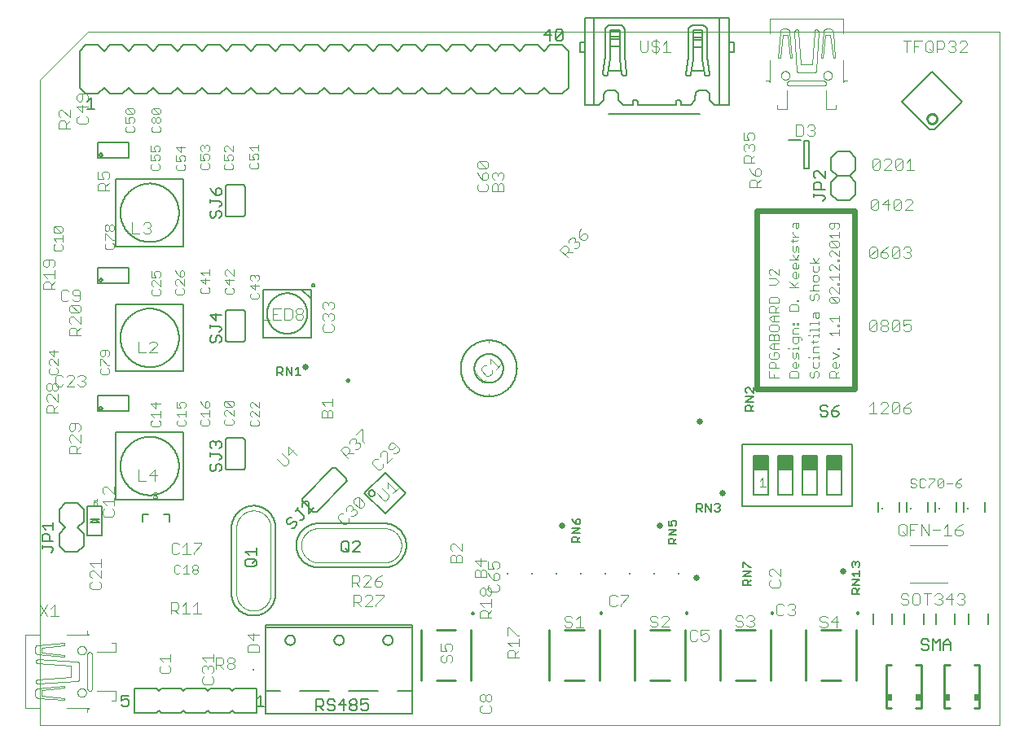
<source format=gto>
G75*
%MOIN*%
%OFA0B0*%
%FSLAX25Y25*%
%IPPOS*%
%LPD*%
%AMOC8*
5,1,8,0,0,1.08239X$1,22.5*
%
%ADD10C,0.02400*%
%ADD11C,0.00000*%
%ADD12C,0.00400*%
%ADD13C,0.00300*%
%ADD14C,0.00500*%
%ADD15C,0.00100*%
%ADD16C,0.00787*%
%ADD17C,0.00200*%
%ADD18C,0.00600*%
%ADD19C,0.00800*%
%ADD20C,0.00984*%
%ADD21R,0.00787X0.00787*%
%ADD22C,0.02500*%
%ADD23C,0.00700*%
%ADD24C,0.01000*%
%ADD25R,0.06000X0.06000*%
%ADD26C,0.01181*%
%ADD27R,0.01969X0.02953*%
D10*
X0300738Y0140638D02*
X0340550Y0140638D01*
X0340550Y0213525D01*
X0300738Y0213525D01*
X0300738Y0140638D01*
D11*
X0007350Y0267340D02*
X0007350Y0002825D01*
X0399962Y0002825D01*
X0399962Y0287025D01*
X0027035Y0287025D01*
X0007350Y0267340D01*
X0310592Y0269025D02*
X0310594Y0269109D01*
X0310600Y0269192D01*
X0310610Y0269275D01*
X0310624Y0269358D01*
X0310641Y0269440D01*
X0310663Y0269521D01*
X0310688Y0269600D01*
X0310717Y0269679D01*
X0310750Y0269756D01*
X0310786Y0269831D01*
X0310826Y0269905D01*
X0310869Y0269977D01*
X0310916Y0270046D01*
X0310966Y0270113D01*
X0311019Y0270178D01*
X0311075Y0270240D01*
X0311133Y0270300D01*
X0311195Y0270357D01*
X0311259Y0270410D01*
X0311326Y0270461D01*
X0311395Y0270508D01*
X0311466Y0270553D01*
X0311539Y0270593D01*
X0311614Y0270630D01*
X0311691Y0270664D01*
X0311769Y0270694D01*
X0311848Y0270720D01*
X0311929Y0270743D01*
X0312011Y0270761D01*
X0312093Y0270776D01*
X0312176Y0270787D01*
X0312259Y0270794D01*
X0312343Y0270797D01*
X0312427Y0270796D01*
X0312510Y0270791D01*
X0312594Y0270782D01*
X0312676Y0270769D01*
X0312758Y0270753D01*
X0312839Y0270732D01*
X0312920Y0270708D01*
X0312998Y0270680D01*
X0313076Y0270648D01*
X0313152Y0270612D01*
X0313226Y0270573D01*
X0313298Y0270531D01*
X0313368Y0270485D01*
X0313436Y0270436D01*
X0313501Y0270384D01*
X0313564Y0270329D01*
X0313624Y0270271D01*
X0313682Y0270210D01*
X0313736Y0270146D01*
X0313788Y0270080D01*
X0313836Y0270012D01*
X0313881Y0269941D01*
X0313922Y0269868D01*
X0313961Y0269794D01*
X0313995Y0269718D01*
X0314026Y0269640D01*
X0314053Y0269561D01*
X0314077Y0269480D01*
X0314096Y0269399D01*
X0314112Y0269317D01*
X0314124Y0269234D01*
X0314132Y0269150D01*
X0314136Y0269067D01*
X0314136Y0268983D01*
X0314132Y0268900D01*
X0314124Y0268816D01*
X0314112Y0268733D01*
X0314096Y0268651D01*
X0314077Y0268570D01*
X0314053Y0268489D01*
X0314026Y0268410D01*
X0313995Y0268332D01*
X0313961Y0268256D01*
X0313922Y0268182D01*
X0313881Y0268109D01*
X0313836Y0268038D01*
X0313788Y0267970D01*
X0313736Y0267904D01*
X0313682Y0267840D01*
X0313624Y0267779D01*
X0313564Y0267721D01*
X0313501Y0267666D01*
X0313436Y0267614D01*
X0313368Y0267565D01*
X0313298Y0267519D01*
X0313226Y0267477D01*
X0313152Y0267438D01*
X0313076Y0267402D01*
X0312998Y0267370D01*
X0312920Y0267342D01*
X0312839Y0267318D01*
X0312758Y0267297D01*
X0312676Y0267281D01*
X0312594Y0267268D01*
X0312510Y0267259D01*
X0312427Y0267254D01*
X0312343Y0267253D01*
X0312259Y0267256D01*
X0312176Y0267263D01*
X0312093Y0267274D01*
X0312011Y0267289D01*
X0311929Y0267307D01*
X0311848Y0267330D01*
X0311769Y0267356D01*
X0311691Y0267386D01*
X0311614Y0267420D01*
X0311539Y0267457D01*
X0311466Y0267497D01*
X0311395Y0267542D01*
X0311326Y0267589D01*
X0311259Y0267640D01*
X0311195Y0267693D01*
X0311133Y0267750D01*
X0311075Y0267810D01*
X0311019Y0267872D01*
X0310966Y0267937D01*
X0310916Y0268004D01*
X0310869Y0268073D01*
X0310826Y0268145D01*
X0310786Y0268219D01*
X0310750Y0268294D01*
X0310717Y0268371D01*
X0310688Y0268450D01*
X0310663Y0268529D01*
X0310641Y0268610D01*
X0310624Y0268692D01*
X0310610Y0268775D01*
X0310600Y0268858D01*
X0310594Y0268941D01*
X0310592Y0269025D01*
X0327914Y0269025D02*
X0327916Y0269109D01*
X0327922Y0269192D01*
X0327932Y0269275D01*
X0327946Y0269358D01*
X0327963Y0269440D01*
X0327985Y0269521D01*
X0328010Y0269600D01*
X0328039Y0269679D01*
X0328072Y0269756D01*
X0328108Y0269831D01*
X0328148Y0269905D01*
X0328191Y0269977D01*
X0328238Y0270046D01*
X0328288Y0270113D01*
X0328341Y0270178D01*
X0328397Y0270240D01*
X0328455Y0270300D01*
X0328517Y0270357D01*
X0328581Y0270410D01*
X0328648Y0270461D01*
X0328717Y0270508D01*
X0328788Y0270553D01*
X0328861Y0270593D01*
X0328936Y0270630D01*
X0329013Y0270664D01*
X0329091Y0270694D01*
X0329170Y0270720D01*
X0329251Y0270743D01*
X0329333Y0270761D01*
X0329415Y0270776D01*
X0329498Y0270787D01*
X0329581Y0270794D01*
X0329665Y0270797D01*
X0329749Y0270796D01*
X0329832Y0270791D01*
X0329916Y0270782D01*
X0329998Y0270769D01*
X0330080Y0270753D01*
X0330161Y0270732D01*
X0330242Y0270708D01*
X0330320Y0270680D01*
X0330398Y0270648D01*
X0330474Y0270612D01*
X0330548Y0270573D01*
X0330620Y0270531D01*
X0330690Y0270485D01*
X0330758Y0270436D01*
X0330823Y0270384D01*
X0330886Y0270329D01*
X0330946Y0270271D01*
X0331004Y0270210D01*
X0331058Y0270146D01*
X0331110Y0270080D01*
X0331158Y0270012D01*
X0331203Y0269941D01*
X0331244Y0269868D01*
X0331283Y0269794D01*
X0331317Y0269718D01*
X0331348Y0269640D01*
X0331375Y0269561D01*
X0331399Y0269480D01*
X0331418Y0269399D01*
X0331434Y0269317D01*
X0331446Y0269234D01*
X0331454Y0269150D01*
X0331458Y0269067D01*
X0331458Y0268983D01*
X0331454Y0268900D01*
X0331446Y0268816D01*
X0331434Y0268733D01*
X0331418Y0268651D01*
X0331399Y0268570D01*
X0331375Y0268489D01*
X0331348Y0268410D01*
X0331317Y0268332D01*
X0331283Y0268256D01*
X0331244Y0268182D01*
X0331203Y0268109D01*
X0331158Y0268038D01*
X0331110Y0267970D01*
X0331058Y0267904D01*
X0331004Y0267840D01*
X0330946Y0267779D01*
X0330886Y0267721D01*
X0330823Y0267666D01*
X0330758Y0267614D01*
X0330690Y0267565D01*
X0330620Y0267519D01*
X0330548Y0267477D01*
X0330474Y0267438D01*
X0330398Y0267402D01*
X0330320Y0267370D01*
X0330242Y0267342D01*
X0330161Y0267318D01*
X0330080Y0267297D01*
X0329998Y0267281D01*
X0329916Y0267268D01*
X0329832Y0267259D01*
X0329749Y0267254D01*
X0329665Y0267253D01*
X0329581Y0267256D01*
X0329498Y0267263D01*
X0329415Y0267274D01*
X0329333Y0267289D01*
X0329251Y0267307D01*
X0329170Y0267330D01*
X0329091Y0267356D01*
X0329013Y0267386D01*
X0328936Y0267420D01*
X0328861Y0267457D01*
X0328788Y0267497D01*
X0328717Y0267542D01*
X0328648Y0267589D01*
X0328581Y0267640D01*
X0328517Y0267693D01*
X0328455Y0267750D01*
X0328397Y0267810D01*
X0328341Y0267872D01*
X0328288Y0267937D01*
X0328238Y0268004D01*
X0328191Y0268073D01*
X0328148Y0268145D01*
X0328108Y0268219D01*
X0328072Y0268294D01*
X0328039Y0268371D01*
X0328010Y0268450D01*
X0327985Y0268529D01*
X0327963Y0268610D01*
X0327946Y0268692D01*
X0327932Y0268775D01*
X0327922Y0268858D01*
X0327916Y0268941D01*
X0327914Y0269025D01*
X0022728Y0033536D02*
X0022730Y0033620D01*
X0022736Y0033703D01*
X0022746Y0033786D01*
X0022760Y0033869D01*
X0022777Y0033951D01*
X0022799Y0034032D01*
X0022824Y0034111D01*
X0022853Y0034190D01*
X0022886Y0034267D01*
X0022922Y0034342D01*
X0022962Y0034416D01*
X0023005Y0034488D01*
X0023052Y0034557D01*
X0023102Y0034624D01*
X0023155Y0034689D01*
X0023211Y0034751D01*
X0023269Y0034811D01*
X0023331Y0034868D01*
X0023395Y0034921D01*
X0023462Y0034972D01*
X0023531Y0035019D01*
X0023602Y0035064D01*
X0023675Y0035104D01*
X0023750Y0035141D01*
X0023827Y0035175D01*
X0023905Y0035205D01*
X0023984Y0035231D01*
X0024065Y0035254D01*
X0024147Y0035272D01*
X0024229Y0035287D01*
X0024312Y0035298D01*
X0024395Y0035305D01*
X0024479Y0035308D01*
X0024563Y0035307D01*
X0024646Y0035302D01*
X0024730Y0035293D01*
X0024812Y0035280D01*
X0024894Y0035264D01*
X0024975Y0035243D01*
X0025056Y0035219D01*
X0025134Y0035191D01*
X0025212Y0035159D01*
X0025288Y0035123D01*
X0025362Y0035084D01*
X0025434Y0035042D01*
X0025504Y0034996D01*
X0025572Y0034947D01*
X0025637Y0034895D01*
X0025700Y0034840D01*
X0025760Y0034782D01*
X0025818Y0034721D01*
X0025872Y0034657D01*
X0025924Y0034591D01*
X0025972Y0034523D01*
X0026017Y0034452D01*
X0026058Y0034379D01*
X0026097Y0034305D01*
X0026131Y0034229D01*
X0026162Y0034151D01*
X0026189Y0034072D01*
X0026213Y0033991D01*
X0026232Y0033910D01*
X0026248Y0033828D01*
X0026260Y0033745D01*
X0026268Y0033661D01*
X0026272Y0033578D01*
X0026272Y0033494D01*
X0026268Y0033411D01*
X0026260Y0033327D01*
X0026248Y0033244D01*
X0026232Y0033162D01*
X0026213Y0033081D01*
X0026189Y0033000D01*
X0026162Y0032921D01*
X0026131Y0032843D01*
X0026097Y0032767D01*
X0026058Y0032693D01*
X0026017Y0032620D01*
X0025972Y0032549D01*
X0025924Y0032481D01*
X0025872Y0032415D01*
X0025818Y0032351D01*
X0025760Y0032290D01*
X0025700Y0032232D01*
X0025637Y0032177D01*
X0025572Y0032125D01*
X0025504Y0032076D01*
X0025434Y0032030D01*
X0025362Y0031988D01*
X0025288Y0031949D01*
X0025212Y0031913D01*
X0025134Y0031881D01*
X0025056Y0031853D01*
X0024975Y0031829D01*
X0024894Y0031808D01*
X0024812Y0031792D01*
X0024730Y0031779D01*
X0024646Y0031770D01*
X0024563Y0031765D01*
X0024479Y0031764D01*
X0024395Y0031767D01*
X0024312Y0031774D01*
X0024229Y0031785D01*
X0024147Y0031800D01*
X0024065Y0031818D01*
X0023984Y0031841D01*
X0023905Y0031867D01*
X0023827Y0031897D01*
X0023750Y0031931D01*
X0023675Y0031968D01*
X0023602Y0032008D01*
X0023531Y0032053D01*
X0023462Y0032100D01*
X0023395Y0032151D01*
X0023331Y0032204D01*
X0023269Y0032261D01*
X0023211Y0032321D01*
X0023155Y0032383D01*
X0023102Y0032448D01*
X0023052Y0032515D01*
X0023005Y0032584D01*
X0022962Y0032656D01*
X0022922Y0032730D01*
X0022886Y0032805D01*
X0022853Y0032882D01*
X0022824Y0032961D01*
X0022799Y0033040D01*
X0022777Y0033121D01*
X0022760Y0033203D01*
X0022746Y0033286D01*
X0022736Y0033369D01*
X0022730Y0033452D01*
X0022728Y0033536D01*
X0022728Y0016214D02*
X0022730Y0016298D01*
X0022736Y0016381D01*
X0022746Y0016464D01*
X0022760Y0016547D01*
X0022777Y0016629D01*
X0022799Y0016710D01*
X0022824Y0016789D01*
X0022853Y0016868D01*
X0022886Y0016945D01*
X0022922Y0017020D01*
X0022962Y0017094D01*
X0023005Y0017166D01*
X0023052Y0017235D01*
X0023102Y0017302D01*
X0023155Y0017367D01*
X0023211Y0017429D01*
X0023269Y0017489D01*
X0023331Y0017546D01*
X0023395Y0017599D01*
X0023462Y0017650D01*
X0023531Y0017697D01*
X0023602Y0017742D01*
X0023675Y0017782D01*
X0023750Y0017819D01*
X0023827Y0017853D01*
X0023905Y0017883D01*
X0023984Y0017909D01*
X0024065Y0017932D01*
X0024147Y0017950D01*
X0024229Y0017965D01*
X0024312Y0017976D01*
X0024395Y0017983D01*
X0024479Y0017986D01*
X0024563Y0017985D01*
X0024646Y0017980D01*
X0024730Y0017971D01*
X0024812Y0017958D01*
X0024894Y0017942D01*
X0024975Y0017921D01*
X0025056Y0017897D01*
X0025134Y0017869D01*
X0025212Y0017837D01*
X0025288Y0017801D01*
X0025362Y0017762D01*
X0025434Y0017720D01*
X0025504Y0017674D01*
X0025572Y0017625D01*
X0025637Y0017573D01*
X0025700Y0017518D01*
X0025760Y0017460D01*
X0025818Y0017399D01*
X0025872Y0017335D01*
X0025924Y0017269D01*
X0025972Y0017201D01*
X0026017Y0017130D01*
X0026058Y0017057D01*
X0026097Y0016983D01*
X0026131Y0016907D01*
X0026162Y0016829D01*
X0026189Y0016750D01*
X0026213Y0016669D01*
X0026232Y0016588D01*
X0026248Y0016506D01*
X0026260Y0016423D01*
X0026268Y0016339D01*
X0026272Y0016256D01*
X0026272Y0016172D01*
X0026268Y0016089D01*
X0026260Y0016005D01*
X0026248Y0015922D01*
X0026232Y0015840D01*
X0026213Y0015759D01*
X0026189Y0015678D01*
X0026162Y0015599D01*
X0026131Y0015521D01*
X0026097Y0015445D01*
X0026058Y0015371D01*
X0026017Y0015298D01*
X0025972Y0015227D01*
X0025924Y0015159D01*
X0025872Y0015093D01*
X0025818Y0015029D01*
X0025760Y0014968D01*
X0025700Y0014910D01*
X0025637Y0014855D01*
X0025572Y0014803D01*
X0025504Y0014754D01*
X0025434Y0014708D01*
X0025362Y0014666D01*
X0025288Y0014627D01*
X0025212Y0014591D01*
X0025134Y0014559D01*
X0025056Y0014531D01*
X0024975Y0014507D01*
X0024894Y0014486D01*
X0024812Y0014470D01*
X0024730Y0014457D01*
X0024646Y0014448D01*
X0024563Y0014443D01*
X0024479Y0014442D01*
X0024395Y0014445D01*
X0024312Y0014452D01*
X0024229Y0014463D01*
X0024147Y0014478D01*
X0024065Y0014496D01*
X0023984Y0014519D01*
X0023905Y0014545D01*
X0023827Y0014575D01*
X0023750Y0014609D01*
X0023675Y0014646D01*
X0023602Y0014686D01*
X0023531Y0014731D01*
X0023462Y0014778D01*
X0023395Y0014829D01*
X0023331Y0014882D01*
X0023269Y0014939D01*
X0023211Y0014999D01*
X0023155Y0015061D01*
X0023102Y0015126D01*
X0023052Y0015193D01*
X0023005Y0015262D01*
X0022962Y0015334D01*
X0022922Y0015408D01*
X0022886Y0015483D01*
X0022853Y0015560D01*
X0022824Y0015639D01*
X0022799Y0015718D01*
X0022777Y0015799D01*
X0022760Y0015881D01*
X0022746Y0015964D01*
X0022736Y0016047D01*
X0022730Y0016130D01*
X0022728Y0016214D01*
D12*
X0026748Y0017926D02*
X0026748Y0031824D01*
X0026750Y0031886D01*
X0026755Y0031948D01*
X0026765Y0032009D01*
X0026778Y0032069D01*
X0026794Y0032128D01*
X0026814Y0032187D01*
X0026838Y0032244D01*
X0026865Y0032299D01*
X0026895Y0032353D01*
X0026929Y0032405D01*
X0026966Y0032454D01*
X0027005Y0032502D01*
X0027047Y0032547D01*
X0027092Y0032589D01*
X0027140Y0032628D01*
X0027189Y0032665D01*
X0027241Y0032699D01*
X0027295Y0032729D01*
X0027350Y0032756D01*
X0027407Y0032780D01*
X0027466Y0032800D01*
X0027525Y0032816D01*
X0027585Y0032829D01*
X0027646Y0032839D01*
X0027708Y0032844D01*
X0027770Y0032846D01*
X0027769Y0032846D01*
X0027770Y0032846D02*
X0027825Y0032844D01*
X0027881Y0032838D01*
X0027936Y0032829D01*
X0027990Y0032816D01*
X0028043Y0032799D01*
X0028095Y0032778D01*
X0028146Y0032754D01*
X0028194Y0032727D01*
X0028241Y0032697D01*
X0028286Y0032663D01*
X0028328Y0032626D01*
X0028367Y0032587D01*
X0028404Y0032545D01*
X0028438Y0032500D01*
X0028468Y0032453D01*
X0028495Y0032405D01*
X0028519Y0032354D01*
X0028540Y0032302D01*
X0028557Y0032249D01*
X0028570Y0032195D01*
X0028579Y0032140D01*
X0028585Y0032084D01*
X0028587Y0032029D01*
X0028587Y0017722D01*
X0028585Y0017667D01*
X0028579Y0017611D01*
X0028570Y0017556D01*
X0028557Y0017502D01*
X0028540Y0017449D01*
X0028519Y0017397D01*
X0028495Y0017346D01*
X0028468Y0017298D01*
X0028438Y0017251D01*
X0028404Y0017206D01*
X0028367Y0017164D01*
X0028328Y0017125D01*
X0028286Y0017088D01*
X0028241Y0017054D01*
X0028194Y0017024D01*
X0028146Y0016997D01*
X0028095Y0016973D01*
X0028043Y0016952D01*
X0027990Y0016935D01*
X0027936Y0016922D01*
X0027881Y0016913D01*
X0027825Y0016907D01*
X0027770Y0016905D01*
X0027769Y0016905D02*
X0027707Y0016907D01*
X0027646Y0016913D01*
X0027585Y0016922D01*
X0027524Y0016935D01*
X0027465Y0016952D01*
X0027407Y0016972D01*
X0027350Y0016995D01*
X0027294Y0017022D01*
X0027240Y0017053D01*
X0027189Y0017086D01*
X0027139Y0017123D01*
X0027092Y0017162D01*
X0027047Y0017205D01*
X0027004Y0017250D01*
X0026965Y0017297D01*
X0026928Y0017347D01*
X0026895Y0017398D01*
X0026864Y0017452D01*
X0026837Y0017508D01*
X0026814Y0017565D01*
X0026794Y0017623D01*
X0026777Y0017682D01*
X0026764Y0017743D01*
X0026755Y0017804D01*
X0026749Y0017865D01*
X0026747Y0017927D01*
X0030631Y0016904D02*
X0037989Y0016904D01*
X0038193Y0016905D02*
X0038193Y0013021D01*
X0037989Y0013021D02*
X0036558Y0013021D01*
X0027361Y0009751D02*
X0018269Y0009751D01*
X0017346Y0013226D02*
X0017346Y0014044D01*
X0007944Y0015065D01*
X0007944Y0017109D01*
X0017346Y0018131D01*
X0017346Y0018949D01*
X0006514Y0017927D01*
X0006514Y0017926D02*
X0006448Y0017919D01*
X0006383Y0017908D01*
X0006318Y0017894D01*
X0006255Y0017876D01*
X0006192Y0017854D01*
X0006131Y0017829D01*
X0006071Y0017801D01*
X0006013Y0017769D01*
X0005957Y0017733D01*
X0005903Y0017695D01*
X0005852Y0017654D01*
X0005803Y0017610D01*
X0005756Y0017563D01*
X0005712Y0017513D01*
X0005671Y0017461D01*
X0005633Y0017407D01*
X0005598Y0017351D01*
X0005567Y0017293D01*
X0005539Y0017233D01*
X0005514Y0017171D01*
X0005493Y0017109D01*
X0005493Y0014861D02*
X0005514Y0014799D01*
X0005539Y0014737D01*
X0005567Y0014677D01*
X0005598Y0014619D01*
X0005633Y0014563D01*
X0005671Y0014509D01*
X0005712Y0014457D01*
X0005756Y0014407D01*
X0005803Y0014360D01*
X0005852Y0014316D01*
X0005903Y0014275D01*
X0005957Y0014237D01*
X0006013Y0014201D01*
X0006071Y0014169D01*
X0006131Y0014141D01*
X0006192Y0014116D01*
X0006255Y0014094D01*
X0006318Y0014076D01*
X0006383Y0014062D01*
X0006448Y0014051D01*
X0006514Y0014044D01*
X0017346Y0013226D01*
X0005493Y0014861D02*
X0005459Y0014976D01*
X0005429Y0015093D01*
X0005403Y0015210D01*
X0005381Y0015328D01*
X0005362Y0015446D01*
X0005347Y0015566D01*
X0005336Y0015685D01*
X0005328Y0015805D01*
X0005324Y0015925D01*
X0005324Y0016045D01*
X0005328Y0016165D01*
X0005336Y0016285D01*
X0005347Y0016404D01*
X0005362Y0016524D01*
X0005381Y0016642D01*
X0005403Y0016760D01*
X0005429Y0016877D01*
X0005459Y0016994D01*
X0005493Y0017109D01*
X0006514Y0019971D02*
X0022456Y0020788D01*
X0022513Y0020793D01*
X0022570Y0020802D01*
X0022626Y0020815D01*
X0022681Y0020831D01*
X0022735Y0020851D01*
X0022787Y0020875D01*
X0022838Y0020901D01*
X0022887Y0020932D01*
X0022934Y0020965D01*
X0022979Y0021001D01*
X0023021Y0021041D01*
X0023060Y0021083D01*
X0023096Y0021127D01*
X0023130Y0021174D01*
X0023160Y0021223D01*
X0023187Y0021274D01*
X0023210Y0021326D01*
X0023230Y0021380D01*
X0023246Y0021436D01*
X0023259Y0021492D01*
X0023268Y0021549D01*
X0023273Y0021606D01*
X0023273Y0028145D01*
X0023274Y0028145D02*
X0023269Y0028202D01*
X0023260Y0028259D01*
X0023247Y0028315D01*
X0023231Y0028370D01*
X0023211Y0028424D01*
X0023188Y0028477D01*
X0023161Y0028528D01*
X0023131Y0028577D01*
X0023097Y0028624D01*
X0023061Y0028668D01*
X0023022Y0028710D01*
X0022979Y0028750D01*
X0022935Y0028786D01*
X0022888Y0028819D01*
X0022839Y0028850D01*
X0022788Y0028877D01*
X0022736Y0028900D01*
X0022682Y0028920D01*
X0022627Y0028936D01*
X0022570Y0028949D01*
X0022514Y0028958D01*
X0022456Y0028963D01*
X0006514Y0029780D01*
X0006458Y0029778D01*
X0006403Y0029772D01*
X0006348Y0029763D01*
X0006294Y0029750D01*
X0006240Y0029733D01*
X0006189Y0029712D01*
X0006138Y0029688D01*
X0006089Y0029661D01*
X0006043Y0029630D01*
X0005998Y0029597D01*
X0005956Y0029560D01*
X0005917Y0029521D01*
X0005880Y0029479D01*
X0005847Y0029434D01*
X0005816Y0029388D01*
X0005789Y0029339D01*
X0005765Y0029288D01*
X0005744Y0029237D01*
X0005727Y0029183D01*
X0005714Y0029129D01*
X0005705Y0029074D01*
X0005699Y0029019D01*
X0005697Y0028963D01*
X0005696Y0028963D02*
X0005696Y0028962D01*
X0005697Y0028962D02*
X0005699Y0028906D01*
X0005705Y0028851D01*
X0005714Y0028796D01*
X0005727Y0028742D01*
X0005744Y0028688D01*
X0005765Y0028637D01*
X0005789Y0028586D01*
X0005816Y0028537D01*
X0005847Y0028491D01*
X0005880Y0028446D01*
X0005917Y0028404D01*
X0005956Y0028365D01*
X0005998Y0028328D01*
X0006043Y0028295D01*
X0006089Y0028264D01*
X0006138Y0028237D01*
X0006189Y0028213D01*
X0006240Y0028192D01*
X0006294Y0028175D01*
X0006348Y0028162D01*
X0006403Y0028153D01*
X0006458Y0028147D01*
X0006514Y0028145D01*
X0020003Y0027328D01*
X0020003Y0027329D02*
X0020003Y0022423D01*
X0006514Y0021606D01*
X0006514Y0021605D02*
X0006458Y0021603D01*
X0006403Y0021597D01*
X0006348Y0021588D01*
X0006294Y0021575D01*
X0006240Y0021558D01*
X0006189Y0021537D01*
X0006138Y0021513D01*
X0006089Y0021486D01*
X0006043Y0021455D01*
X0005998Y0021422D01*
X0005956Y0021385D01*
X0005917Y0021346D01*
X0005880Y0021304D01*
X0005847Y0021259D01*
X0005816Y0021213D01*
X0005789Y0021164D01*
X0005765Y0021113D01*
X0005744Y0021062D01*
X0005727Y0021008D01*
X0005714Y0020954D01*
X0005705Y0020899D01*
X0005699Y0020844D01*
X0005697Y0020788D01*
X0005699Y0020732D01*
X0005705Y0020677D01*
X0005714Y0020622D01*
X0005727Y0020568D01*
X0005744Y0020514D01*
X0005765Y0020463D01*
X0005789Y0020412D01*
X0005816Y0020363D01*
X0005847Y0020317D01*
X0005880Y0020272D01*
X0005917Y0020230D01*
X0005956Y0020191D01*
X0005998Y0020154D01*
X0006043Y0020121D01*
X0006089Y0020090D01*
X0006138Y0020063D01*
X0006189Y0020039D01*
X0006240Y0020018D01*
X0006294Y0020001D01*
X0006348Y0019988D01*
X0006403Y0019979D01*
X0006458Y0019973D01*
X0006514Y0019971D01*
X0007120Y0009751D02*
X0001200Y0009751D01*
X0001200Y0009751D01*
X0001200Y0039999D01*
X0007119Y0039999D01*
X0006514Y0035707D02*
X0017346Y0036525D01*
X0017346Y0035707D01*
X0007944Y0034686D01*
X0007944Y0032642D01*
X0017346Y0031620D01*
X0017346Y0030802D01*
X0006514Y0031824D01*
X0006448Y0031831D01*
X0006383Y0031842D01*
X0006318Y0031856D01*
X0006255Y0031874D01*
X0006192Y0031896D01*
X0006131Y0031921D01*
X0006071Y0031949D01*
X0006013Y0031981D01*
X0005957Y0032017D01*
X0005903Y0032055D01*
X0005852Y0032096D01*
X0005803Y0032140D01*
X0005756Y0032187D01*
X0005712Y0032237D01*
X0005671Y0032289D01*
X0005633Y0032343D01*
X0005598Y0032399D01*
X0005567Y0032457D01*
X0005539Y0032517D01*
X0005514Y0032579D01*
X0005493Y0032641D01*
X0005493Y0034890D02*
X0005514Y0034952D01*
X0005539Y0035014D01*
X0005567Y0035074D01*
X0005598Y0035132D01*
X0005633Y0035188D01*
X0005671Y0035242D01*
X0005712Y0035294D01*
X0005756Y0035344D01*
X0005803Y0035391D01*
X0005852Y0035435D01*
X0005903Y0035476D01*
X0005957Y0035514D01*
X0006013Y0035550D01*
X0006071Y0035582D01*
X0006131Y0035610D01*
X0006192Y0035635D01*
X0006255Y0035657D01*
X0006318Y0035675D01*
X0006383Y0035689D01*
X0006448Y0035700D01*
X0006514Y0035707D01*
X0005493Y0034890D02*
X0005459Y0034775D01*
X0005429Y0034658D01*
X0005403Y0034541D01*
X0005381Y0034423D01*
X0005362Y0034305D01*
X0005347Y0034185D01*
X0005336Y0034066D01*
X0005328Y0033946D01*
X0005324Y0033826D01*
X0005324Y0033706D01*
X0005328Y0033586D01*
X0005336Y0033466D01*
X0005347Y0033347D01*
X0005362Y0033227D01*
X0005381Y0033109D01*
X0005403Y0032991D01*
X0005429Y0032874D01*
X0005459Y0032757D01*
X0005493Y0032642D01*
X0018270Y0039999D02*
X0027361Y0039999D01*
X0027361Y0040000D02*
X0027305Y0040002D01*
X0027250Y0040008D01*
X0027195Y0040017D01*
X0027141Y0040030D01*
X0027087Y0040047D01*
X0027036Y0040068D01*
X0026985Y0040092D01*
X0026936Y0040119D01*
X0026890Y0040150D01*
X0026845Y0040183D01*
X0026803Y0040220D01*
X0026764Y0040259D01*
X0026727Y0040301D01*
X0026694Y0040346D01*
X0026663Y0040392D01*
X0026636Y0040441D01*
X0026612Y0040492D01*
X0026591Y0040543D01*
X0026574Y0040597D01*
X0026561Y0040651D01*
X0026552Y0040706D01*
X0026546Y0040761D01*
X0026544Y0040817D01*
X0026543Y0040817D02*
X0026543Y0041430D01*
X0030631Y0032847D02*
X0037989Y0032847D01*
X0038194Y0032846D02*
X0038194Y0036729D01*
X0037989Y0036729D02*
X0036558Y0036729D01*
X0056221Y0030364D02*
X0057756Y0028829D01*
X0056988Y0027294D02*
X0056221Y0026527D01*
X0056221Y0024992D01*
X0056988Y0024225D01*
X0060058Y0024225D01*
X0060825Y0024992D01*
X0060825Y0026527D01*
X0060058Y0027294D01*
X0060825Y0028829D02*
X0060825Y0031898D01*
X0060825Y0030364D02*
X0056221Y0030364D01*
X0073721Y0030443D02*
X0075256Y0028909D01*
X0075256Y0027374D02*
X0076023Y0026607D01*
X0076790Y0027374D01*
X0077558Y0027374D01*
X0078325Y0026607D01*
X0078325Y0025072D01*
X0077558Y0024305D01*
X0077558Y0022770D02*
X0078325Y0022003D01*
X0078325Y0020468D01*
X0077558Y0019701D01*
X0074488Y0019701D01*
X0073721Y0020468D01*
X0073721Y0022003D01*
X0074488Y0022770D01*
X0074488Y0024305D02*
X0073721Y0025072D01*
X0073721Y0026607D01*
X0074488Y0027374D01*
X0075256Y0027374D01*
X0076023Y0026607D02*
X0076023Y0025839D01*
X0079267Y0025962D02*
X0079267Y0030566D01*
X0081569Y0030566D01*
X0082336Y0029799D01*
X0082336Y0028264D01*
X0081569Y0027497D01*
X0079267Y0027497D01*
X0080802Y0027497D02*
X0082336Y0025962D01*
X0083871Y0026730D02*
X0083871Y0027497D01*
X0084638Y0028264D01*
X0086173Y0028264D01*
X0086940Y0027497D01*
X0086940Y0026730D01*
X0086173Y0025962D01*
X0084638Y0025962D01*
X0083871Y0026730D01*
X0084638Y0028264D02*
X0083871Y0029032D01*
X0083871Y0029799D01*
X0084638Y0030566D01*
X0086173Y0030566D01*
X0086940Y0029799D01*
X0086940Y0029032D01*
X0086173Y0028264D01*
X0092471Y0032975D02*
X0092471Y0035277D01*
X0093238Y0036044D01*
X0096308Y0036044D01*
X0097075Y0035277D01*
X0097075Y0032975D01*
X0092471Y0032975D01*
X0094773Y0037579D02*
X0094773Y0040648D01*
X0092471Y0039881D02*
X0094773Y0037579D01*
X0097075Y0039881D02*
X0092471Y0039881D01*
X0078325Y0031978D02*
X0078325Y0028909D01*
X0078325Y0030443D02*
X0073721Y0030443D01*
X0073240Y0048487D02*
X0070171Y0048487D01*
X0068636Y0048487D02*
X0065567Y0048487D01*
X0064032Y0048487D02*
X0062498Y0050022D01*
X0063265Y0050022D02*
X0060963Y0050022D01*
X0060963Y0048487D02*
X0060963Y0053091D01*
X0063265Y0053091D01*
X0064032Y0052324D01*
X0064032Y0050789D01*
X0063265Y0050022D01*
X0065567Y0051557D02*
X0067102Y0053091D01*
X0067102Y0048487D01*
X0070171Y0051557D02*
X0071706Y0053091D01*
X0071706Y0048487D01*
X0070409Y0072975D02*
X0070409Y0073742D01*
X0073478Y0076812D01*
X0073478Y0077579D01*
X0070409Y0077579D01*
X0067339Y0077579D02*
X0065805Y0076044D01*
X0064270Y0076812D02*
X0063503Y0077579D01*
X0061968Y0077579D01*
X0061201Y0076812D01*
X0061201Y0073742D01*
X0061968Y0072975D01*
X0063503Y0072975D01*
X0064270Y0073742D01*
X0065805Y0072975D02*
X0068874Y0072975D01*
X0067339Y0072975D02*
X0067339Y0077579D01*
X0037625Y0089168D02*
X0037625Y0090703D01*
X0036858Y0091470D01*
X0037625Y0093005D02*
X0037625Y0096074D01*
X0037625Y0097609D02*
X0034556Y0100678D01*
X0033788Y0100678D01*
X0033021Y0099911D01*
X0033021Y0098376D01*
X0033788Y0097609D01*
X0033021Y0094539D02*
X0037625Y0094539D01*
X0037625Y0097609D02*
X0037625Y0100678D01*
X0033021Y0094539D02*
X0034556Y0093005D01*
X0033788Y0091470D02*
X0033021Y0090703D01*
X0033021Y0089168D01*
X0033788Y0088401D01*
X0036858Y0088401D01*
X0037625Y0089168D01*
X0047578Y0102945D02*
X0050647Y0102945D01*
X0052182Y0105247D02*
X0054484Y0107549D01*
X0054484Y0102945D01*
X0055251Y0105247D02*
X0052182Y0105247D01*
X0047578Y0107549D02*
X0047578Y0102945D01*
X0023912Y0114138D02*
X0019309Y0114138D01*
X0019309Y0116440D01*
X0020076Y0117207D01*
X0021611Y0117207D01*
X0022378Y0116440D01*
X0022378Y0114138D01*
X0022378Y0115673D02*
X0023912Y0117207D01*
X0023912Y0118742D02*
X0020843Y0121811D01*
X0020076Y0121811D01*
X0019309Y0121044D01*
X0019309Y0119509D01*
X0020076Y0118742D01*
X0023912Y0118742D02*
X0023912Y0121811D01*
X0023145Y0123346D02*
X0023912Y0124113D01*
X0023912Y0125648D01*
X0023145Y0126415D01*
X0020076Y0126415D01*
X0019309Y0125648D01*
X0019309Y0124113D01*
X0020076Y0123346D01*
X0020843Y0123346D01*
X0021611Y0124113D01*
X0021611Y0126415D01*
X0014675Y0130750D02*
X0010071Y0130750D01*
X0010071Y0133052D01*
X0010838Y0133819D01*
X0012373Y0133819D01*
X0013140Y0133052D01*
X0013140Y0130750D01*
X0013140Y0132285D02*
X0014675Y0133819D01*
X0014675Y0135354D02*
X0011606Y0138423D01*
X0010838Y0138423D01*
X0010071Y0137656D01*
X0010071Y0136121D01*
X0010838Y0135354D01*
X0014675Y0135354D02*
X0014675Y0138423D01*
X0013908Y0139958D02*
X0013140Y0139958D01*
X0012373Y0140725D01*
X0012373Y0142260D01*
X0013140Y0143027D01*
X0013908Y0143027D01*
X0014675Y0142260D01*
X0014675Y0140725D01*
X0013908Y0139958D01*
X0012373Y0140725D02*
X0011606Y0139958D01*
X0010838Y0139958D01*
X0010071Y0140725D01*
X0010071Y0142260D01*
X0010838Y0143027D01*
X0011606Y0143027D01*
X0012373Y0142260D01*
X0013626Y0142442D02*
X0014393Y0141675D01*
X0015928Y0141675D01*
X0016695Y0142442D01*
X0018230Y0141675D02*
X0021299Y0144744D01*
X0021299Y0145512D01*
X0020532Y0146279D01*
X0018997Y0146279D01*
X0018230Y0145512D01*
X0016695Y0145512D02*
X0015928Y0146279D01*
X0014393Y0146279D01*
X0013626Y0145512D01*
X0013626Y0142442D01*
X0018230Y0141675D02*
X0021299Y0141675D01*
X0022834Y0142442D02*
X0023601Y0141675D01*
X0025136Y0141675D01*
X0025903Y0142442D01*
X0025903Y0143210D01*
X0025136Y0143977D01*
X0024368Y0143977D01*
X0025136Y0143977D02*
X0025903Y0144744D01*
X0025903Y0145512D01*
X0025136Y0146279D01*
X0023601Y0146279D01*
X0022834Y0145512D01*
X0022490Y0162638D02*
X0022490Y0164940D01*
X0021723Y0165707D01*
X0020188Y0165707D01*
X0019421Y0164940D01*
X0019421Y0162638D01*
X0024025Y0162638D01*
X0022490Y0164173D02*
X0024025Y0165707D01*
X0024025Y0167242D02*
X0020956Y0170311D01*
X0020188Y0170311D01*
X0019421Y0169544D01*
X0019421Y0168009D01*
X0020188Y0167242D01*
X0024025Y0167242D02*
X0024025Y0170311D01*
X0023258Y0171846D02*
X0020188Y0174915D01*
X0023258Y0174915D01*
X0024025Y0174148D01*
X0024025Y0172613D01*
X0023258Y0171846D01*
X0020188Y0171846D01*
X0019421Y0172613D01*
X0019421Y0174148D01*
X0020188Y0174915D01*
X0021326Y0176587D02*
X0022861Y0176587D01*
X0023628Y0177355D01*
X0023628Y0180424D01*
X0022861Y0181191D01*
X0021326Y0181191D01*
X0020559Y0180424D01*
X0020559Y0179657D01*
X0021326Y0178889D01*
X0023628Y0178889D01*
X0021326Y0176587D02*
X0020559Y0177355D01*
X0019024Y0177355D02*
X0018257Y0176587D01*
X0016722Y0176587D01*
X0015955Y0177355D01*
X0015955Y0180424D01*
X0016722Y0181191D01*
X0018257Y0181191D01*
X0019024Y0180424D01*
X0013450Y0181412D02*
X0008846Y0181412D01*
X0008846Y0183714D01*
X0009613Y0184482D01*
X0011148Y0184482D01*
X0011915Y0183714D01*
X0011915Y0181412D01*
X0011915Y0182947D02*
X0013450Y0184482D01*
X0013450Y0186016D02*
X0013450Y0189086D01*
X0013450Y0187551D02*
X0008846Y0187551D01*
X0010381Y0186016D01*
X0010381Y0190620D02*
X0011148Y0191388D01*
X0011148Y0193690D01*
X0009613Y0193690D02*
X0008846Y0192922D01*
X0008846Y0191388D01*
X0009613Y0190620D01*
X0010381Y0190620D01*
X0012683Y0190620D02*
X0013450Y0191388D01*
X0013450Y0192922D01*
X0012683Y0193690D01*
X0009613Y0193690D01*
X0045078Y0204195D02*
X0048147Y0204195D01*
X0049682Y0204963D02*
X0050449Y0204195D01*
X0051984Y0204195D01*
X0052751Y0204963D01*
X0052751Y0205730D01*
X0051984Y0206497D01*
X0051217Y0206497D01*
X0051984Y0206497D02*
X0052751Y0207265D01*
X0052751Y0208032D01*
X0051984Y0208799D01*
X0050449Y0208799D01*
X0049682Y0208032D01*
X0045078Y0208799D02*
X0045078Y0204195D01*
X0035700Y0221950D02*
X0031096Y0221950D01*
X0031096Y0224252D01*
X0031863Y0225019D01*
X0033398Y0225019D01*
X0034165Y0224252D01*
X0034165Y0221950D01*
X0034165Y0223485D02*
X0035700Y0225019D01*
X0034933Y0226554D02*
X0035700Y0227321D01*
X0035700Y0228856D01*
X0034933Y0229623D01*
X0033398Y0229623D01*
X0032631Y0228856D01*
X0032631Y0228089D01*
X0033398Y0226554D01*
X0031096Y0226554D01*
X0031096Y0229623D01*
X0026308Y0249200D02*
X0023238Y0249200D01*
X0022471Y0249967D01*
X0022471Y0251502D01*
X0023238Y0252269D01*
X0024773Y0253804D02*
X0024773Y0256873D01*
X0024006Y0258408D02*
X0024773Y0259175D01*
X0024773Y0261477D01*
X0026308Y0261477D02*
X0023238Y0261477D01*
X0022471Y0260710D01*
X0022471Y0259175D01*
X0023238Y0258408D01*
X0024006Y0258408D01*
X0026308Y0258408D02*
X0027075Y0259175D01*
X0027075Y0260710D01*
X0026308Y0261477D01*
X0027075Y0256106D02*
X0022471Y0256106D01*
X0024773Y0253804D01*
X0026308Y0252269D02*
X0027075Y0251502D01*
X0027075Y0249967D01*
X0026308Y0249200D01*
X0019575Y0250432D02*
X0018040Y0248897D01*
X0018040Y0249664D02*
X0018040Y0247362D01*
X0019575Y0247362D02*
X0014971Y0247362D01*
X0014971Y0249664D01*
X0015738Y0250432D01*
X0017273Y0250432D01*
X0018040Y0249664D01*
X0019575Y0251966D02*
X0016506Y0255036D01*
X0015738Y0255036D01*
X0014971Y0254268D01*
X0014971Y0252734D01*
X0015738Y0251966D01*
X0019575Y0251966D02*
X0019575Y0255036D01*
X0122984Y0175535D02*
X0123751Y0176302D01*
X0124518Y0176302D01*
X0125286Y0175535D01*
X0126053Y0176302D01*
X0126820Y0176302D01*
X0127587Y0175535D01*
X0127587Y0174000D01*
X0126820Y0173233D01*
X0126820Y0171698D02*
X0127587Y0170931D01*
X0127587Y0169396D01*
X0126820Y0168629D01*
X0126820Y0167094D02*
X0127587Y0166327D01*
X0127587Y0164792D01*
X0126820Y0164025D01*
X0123751Y0164025D01*
X0122984Y0164792D01*
X0122984Y0166327D01*
X0123751Y0167094D01*
X0123751Y0168629D02*
X0122984Y0169396D01*
X0122984Y0170931D01*
X0123751Y0171698D01*
X0124518Y0171698D01*
X0125286Y0170931D01*
X0126053Y0171698D01*
X0126820Y0171698D01*
X0125286Y0170931D02*
X0125286Y0170164D01*
X0123751Y0173233D02*
X0122984Y0174000D01*
X0122984Y0175535D01*
X0125286Y0175535D02*
X0125286Y0174767D01*
X0115133Y0172894D02*
X0115133Y0172127D01*
X0114366Y0171360D01*
X0112831Y0171360D01*
X0112064Y0172127D01*
X0112064Y0172894D01*
X0112831Y0173662D01*
X0114366Y0173662D01*
X0115133Y0172894D01*
X0114366Y0171360D02*
X0115133Y0170592D01*
X0115133Y0169825D01*
X0114366Y0169058D01*
X0112831Y0169058D01*
X0112064Y0169825D01*
X0112064Y0170592D01*
X0112831Y0171360D01*
X0110529Y0169825D02*
X0110529Y0172894D01*
X0109762Y0173662D01*
X0107460Y0173662D01*
X0107460Y0169058D01*
X0109762Y0169058D01*
X0110529Y0169825D01*
X0105925Y0169058D02*
X0102856Y0169058D01*
X0102856Y0173662D01*
X0105925Y0173662D01*
X0104391Y0171360D02*
X0102856Y0171360D01*
X0101321Y0169058D02*
X0098252Y0169058D01*
X0098252Y0173662D01*
X0055251Y0159282D02*
X0055251Y0158515D01*
X0052182Y0155445D01*
X0055251Y0155445D01*
X0050647Y0155445D02*
X0047578Y0155445D01*
X0047578Y0160049D01*
X0052182Y0159282D02*
X0052949Y0160049D01*
X0054484Y0160049D01*
X0055251Y0159282D01*
X0109104Y0116853D02*
X0109104Y0113598D01*
X0111274Y0115768D01*
X0112359Y0113598D02*
X0109104Y0116853D01*
X0106391Y0114140D02*
X0109104Y0111428D01*
X0109104Y0110342D01*
X0108019Y0109257D01*
X0106933Y0109257D01*
X0104221Y0111970D01*
X0122571Y0128942D02*
X0122571Y0131244D01*
X0123338Y0132011D01*
X0124106Y0132011D01*
X0124873Y0131244D01*
X0124873Y0128942D01*
X0127175Y0128942D02*
X0122571Y0128942D01*
X0124873Y0131244D02*
X0125640Y0132011D01*
X0126408Y0132011D01*
X0127175Y0131244D01*
X0127175Y0128942D01*
X0127175Y0133546D02*
X0127175Y0136615D01*
X0127175Y0135081D02*
X0122571Y0135081D01*
X0124106Y0133546D01*
X0136737Y0121936D02*
X0138907Y0124106D01*
X0139450Y0123564D01*
X0139450Y0119223D01*
X0139992Y0118681D01*
X0138365Y0118138D02*
X0138365Y0117053D01*
X0137279Y0115968D01*
X0136194Y0115968D01*
X0135652Y0114340D02*
X0133481Y0114340D01*
X0134024Y0114883D02*
X0132396Y0113255D01*
X0133481Y0112170D02*
X0130226Y0115425D01*
X0131854Y0117053D01*
X0132939Y0117053D01*
X0134024Y0115968D01*
X0134024Y0114883D01*
X0134024Y0118138D02*
X0134024Y0119223D01*
X0135109Y0120308D01*
X0136194Y0120308D01*
X0136737Y0119766D01*
X0136737Y0118681D01*
X0137822Y0118681D01*
X0138365Y0118138D01*
X0136737Y0118681D02*
X0136194Y0118138D01*
X0143385Y0110893D02*
X0143385Y0109808D01*
X0145555Y0107638D01*
X0146641Y0107638D01*
X0147726Y0108723D01*
X0147726Y0109808D01*
X0149353Y0110351D02*
X0151524Y0112521D01*
X0152066Y0114149D02*
X0153152Y0114149D01*
X0154237Y0115234D01*
X0154237Y0116319D01*
X0152066Y0118489D01*
X0150981Y0118489D01*
X0149896Y0117404D01*
X0149896Y0116319D01*
X0150439Y0115777D01*
X0151524Y0115777D01*
X0153152Y0117404D01*
X0149353Y0114691D02*
X0148811Y0115234D01*
X0147726Y0115234D01*
X0146641Y0114149D01*
X0146641Y0113064D01*
X0145555Y0111979D02*
X0144470Y0111979D01*
X0143385Y0110893D01*
X0149353Y0110351D02*
X0149353Y0114691D01*
X0149610Y0102118D02*
X0152866Y0098863D01*
X0153951Y0099948D02*
X0151780Y0097778D01*
X0150153Y0097235D02*
X0147440Y0099948D01*
X0149610Y0099948D02*
X0149610Y0102118D01*
X0150153Y0097235D02*
X0150153Y0096150D01*
X0149068Y0095065D01*
X0147982Y0095065D01*
X0145270Y0097778D01*
X0140174Y0093991D02*
X0140174Y0092906D01*
X0139089Y0091821D01*
X0138004Y0091821D01*
X0138004Y0096162D01*
X0140174Y0093991D01*
X0138004Y0091821D02*
X0135834Y0093991D01*
X0135834Y0095077D01*
X0136919Y0096162D01*
X0138004Y0096162D01*
X0134748Y0092906D02*
X0135291Y0092364D01*
X0135291Y0091279D01*
X0136376Y0091279D01*
X0136919Y0090736D01*
X0136919Y0089651D01*
X0135834Y0088566D01*
X0134748Y0088566D01*
X0133663Y0087481D02*
X0133663Y0086395D01*
X0132578Y0085310D01*
X0131493Y0085310D01*
X0129323Y0087481D01*
X0129323Y0088566D01*
X0130408Y0089651D01*
X0131493Y0089651D01*
X0132578Y0090736D02*
X0132578Y0091821D01*
X0133663Y0092906D01*
X0134748Y0092906D01*
X0135291Y0091279D02*
X0134748Y0090736D01*
X0135025Y0064316D02*
X0137327Y0064316D01*
X0138094Y0063549D01*
X0138094Y0062014D01*
X0137327Y0061247D01*
X0135025Y0061247D01*
X0135025Y0059712D02*
X0135025Y0064316D01*
X0136560Y0061247D02*
X0138094Y0059712D01*
X0139629Y0059712D02*
X0142698Y0062782D01*
X0142698Y0063549D01*
X0141931Y0064316D01*
X0140396Y0064316D01*
X0139629Y0063549D01*
X0139629Y0059712D02*
X0142698Y0059712D01*
X0144233Y0060480D02*
X0145000Y0059712D01*
X0146535Y0059712D01*
X0147302Y0060480D01*
X0147302Y0061247D01*
X0146535Y0062014D01*
X0144233Y0062014D01*
X0144233Y0060480D01*
X0144233Y0062014D02*
X0145767Y0063549D01*
X0147302Y0064316D01*
X0147915Y0056204D02*
X0147915Y0055437D01*
X0144845Y0052367D01*
X0144845Y0051600D01*
X0143311Y0051600D02*
X0140241Y0051600D01*
X0143311Y0054669D01*
X0143311Y0055437D01*
X0142543Y0056204D01*
X0141009Y0056204D01*
X0140241Y0055437D01*
X0138707Y0055437D02*
X0138707Y0053902D01*
X0137939Y0053135D01*
X0135638Y0053135D01*
X0137172Y0053135D02*
X0138707Y0051600D01*
X0135638Y0051600D02*
X0135638Y0056204D01*
X0137939Y0056204D01*
X0138707Y0055437D01*
X0144845Y0056204D02*
X0147915Y0056204D01*
X0175396Y0069592D02*
X0175396Y0071894D01*
X0176163Y0072661D01*
X0176931Y0072661D01*
X0177698Y0071894D01*
X0177698Y0069592D01*
X0180000Y0069592D02*
X0175396Y0069592D01*
X0177698Y0071894D02*
X0178465Y0072661D01*
X0179233Y0072661D01*
X0180000Y0071894D01*
X0180000Y0069592D01*
X0180000Y0074196D02*
X0176931Y0077265D01*
X0176163Y0077265D01*
X0175396Y0076498D01*
X0175396Y0074963D01*
X0176163Y0074196D01*
X0180000Y0074196D02*
X0180000Y0077265D01*
X0187598Y0071115D02*
X0187598Y0068046D01*
X0185296Y0070348D01*
X0189900Y0070348D01*
X0190659Y0069890D02*
X0190659Y0066821D01*
X0192961Y0066821D01*
X0192193Y0068356D01*
X0192193Y0069123D01*
X0192961Y0069890D01*
X0194495Y0069890D01*
X0195262Y0069123D01*
X0195262Y0067588D01*
X0194495Y0066821D01*
X0194495Y0065286D02*
X0193728Y0065286D01*
X0192961Y0064519D01*
X0192961Y0062217D01*
X0194495Y0062217D01*
X0195262Y0062984D01*
X0195262Y0064519D01*
X0194495Y0065286D01*
X0191426Y0063752D02*
X0192961Y0062217D01*
X0194495Y0060682D02*
X0195262Y0059915D01*
X0195262Y0058381D01*
X0194495Y0057613D01*
X0191426Y0057613D01*
X0190659Y0058381D01*
X0190659Y0059915D01*
X0191426Y0060682D01*
X0191308Y0059077D02*
X0192075Y0058310D01*
X0192075Y0056775D01*
X0191308Y0056008D01*
X0190540Y0056008D01*
X0189773Y0056775D01*
X0189773Y0058310D01*
X0190540Y0059077D01*
X0191308Y0059077D01*
X0189773Y0058310D02*
X0189006Y0059077D01*
X0188238Y0059077D01*
X0187471Y0058310D01*
X0187471Y0056775D01*
X0188238Y0056008D01*
X0189006Y0056008D01*
X0189773Y0056775D01*
X0192075Y0054473D02*
X0192075Y0051404D01*
X0192075Y0052939D02*
X0187471Y0052939D01*
X0189006Y0051404D01*
X0189773Y0049869D02*
X0188238Y0049869D01*
X0187471Y0049102D01*
X0187471Y0046800D01*
X0192075Y0046800D01*
X0190540Y0046800D02*
X0190540Y0049102D01*
X0189773Y0049869D01*
X0190540Y0048335D02*
X0192075Y0049869D01*
X0198721Y0042752D02*
X0199488Y0042752D01*
X0202558Y0039683D01*
X0203325Y0039683D01*
X0203325Y0038148D02*
X0203325Y0035079D01*
X0203325Y0036614D02*
X0198721Y0036614D01*
X0200256Y0035079D01*
X0201023Y0033544D02*
X0199488Y0033544D01*
X0198721Y0032777D01*
X0198721Y0030475D01*
X0203325Y0030475D01*
X0201790Y0030475D02*
X0201790Y0032777D01*
X0201023Y0033544D01*
X0201790Y0032010D02*
X0203325Y0033544D01*
X0198721Y0039683D02*
X0198721Y0042752D01*
X0222077Y0043784D02*
X0222844Y0043017D01*
X0224379Y0043017D01*
X0225146Y0043784D01*
X0225146Y0044551D01*
X0224379Y0045318D01*
X0222844Y0045318D01*
X0222077Y0046086D01*
X0222077Y0046853D01*
X0222844Y0047620D01*
X0224379Y0047620D01*
X0225146Y0046853D01*
X0226681Y0046086D02*
X0228215Y0047620D01*
X0228215Y0043017D01*
X0226681Y0043017D02*
X0229750Y0043017D01*
X0240517Y0052392D02*
X0241284Y0051625D01*
X0242819Y0051625D01*
X0243586Y0052392D01*
X0245121Y0052392D02*
X0248190Y0055462D01*
X0248190Y0056229D01*
X0245121Y0056229D01*
X0243586Y0055462D02*
X0242819Y0056229D01*
X0241284Y0056229D01*
X0240517Y0055462D01*
X0240517Y0052392D01*
X0245121Y0052392D02*
X0245121Y0051625D01*
X0256989Y0046941D02*
X0256989Y0046173D01*
X0257757Y0045406D01*
X0259291Y0045406D01*
X0260059Y0044639D01*
X0260059Y0043871D01*
X0259291Y0043104D01*
X0257757Y0043104D01*
X0256989Y0043871D01*
X0256989Y0046941D02*
X0257757Y0047708D01*
X0259291Y0047708D01*
X0260059Y0046941D01*
X0261593Y0046941D02*
X0262361Y0047708D01*
X0263895Y0047708D01*
X0264663Y0046941D01*
X0264663Y0046173D01*
X0261593Y0043104D01*
X0264663Y0043104D01*
X0273242Y0041199D02*
X0273242Y0038130D01*
X0274009Y0037363D01*
X0275544Y0037363D01*
X0276311Y0038130D01*
X0277846Y0038130D02*
X0278613Y0037363D01*
X0280148Y0037363D01*
X0280915Y0038130D01*
X0280915Y0039664D01*
X0280148Y0040432D01*
X0279381Y0040432D01*
X0277846Y0039664D01*
X0277846Y0041966D01*
X0280915Y0041966D01*
X0276311Y0041199D02*
X0275544Y0041966D01*
X0274009Y0041966D01*
X0273242Y0041199D01*
X0291902Y0043959D02*
X0292669Y0043192D01*
X0294204Y0043192D01*
X0294971Y0043959D01*
X0294971Y0044726D01*
X0294204Y0045493D01*
X0292669Y0045493D01*
X0291902Y0046261D01*
X0291902Y0047028D01*
X0292669Y0047795D01*
X0294204Y0047795D01*
X0294971Y0047028D01*
X0296506Y0047028D02*
X0297273Y0047795D01*
X0298808Y0047795D01*
X0299575Y0047028D01*
X0299575Y0046261D01*
X0298808Y0045493D01*
X0299575Y0044726D01*
X0299575Y0043959D01*
X0298808Y0043192D01*
X0297273Y0043192D01*
X0296506Y0043959D01*
X0298040Y0045493D02*
X0298808Y0045493D01*
X0308725Y0048742D02*
X0308725Y0051812D01*
X0309492Y0052579D01*
X0311027Y0052579D01*
X0311794Y0051812D01*
X0313329Y0051812D02*
X0314096Y0052579D01*
X0315631Y0052579D01*
X0316398Y0051812D01*
X0316398Y0051044D01*
X0315631Y0050277D01*
X0316398Y0049510D01*
X0316398Y0048742D01*
X0315631Y0047975D01*
X0314096Y0047975D01*
X0313329Y0048742D01*
X0311794Y0048742D02*
X0311027Y0047975D01*
X0309492Y0047975D01*
X0308725Y0048742D01*
X0314864Y0050277D02*
X0315631Y0050277D01*
X0309645Y0059355D02*
X0306576Y0059355D01*
X0305809Y0060122D01*
X0305809Y0061657D01*
X0306576Y0062424D01*
X0306576Y0063959D02*
X0305809Y0064726D01*
X0305809Y0066261D01*
X0306576Y0067028D01*
X0307343Y0067028D01*
X0310413Y0063959D01*
X0310413Y0067028D01*
X0309645Y0062424D02*
X0310413Y0061657D01*
X0310413Y0060122D01*
X0309645Y0059355D01*
X0326490Y0046745D02*
X0327258Y0047512D01*
X0328792Y0047512D01*
X0329560Y0046745D01*
X0328792Y0045210D02*
X0329560Y0044443D01*
X0329560Y0043676D01*
X0328792Y0042908D01*
X0327258Y0042908D01*
X0326490Y0043676D01*
X0327258Y0045210D02*
X0328792Y0045210D01*
X0327258Y0045210D02*
X0326490Y0045978D01*
X0326490Y0046745D01*
X0331094Y0045210D02*
X0334163Y0045210D01*
X0333396Y0042908D02*
X0333396Y0047512D01*
X0331094Y0045210D01*
X0359694Y0052988D02*
X0360462Y0052221D01*
X0361996Y0052221D01*
X0362764Y0052988D01*
X0362764Y0053756D01*
X0361996Y0054523D01*
X0360462Y0054523D01*
X0359694Y0055290D01*
X0359694Y0056058D01*
X0360462Y0056825D01*
X0361996Y0056825D01*
X0362764Y0056058D01*
X0364298Y0056058D02*
X0364298Y0052988D01*
X0365066Y0052221D01*
X0366600Y0052221D01*
X0367367Y0052988D01*
X0367367Y0056058D01*
X0366600Y0056825D01*
X0365066Y0056825D01*
X0364298Y0056058D01*
X0363498Y0061298D02*
X0378852Y0061298D01*
X0380412Y0056825D02*
X0378110Y0054523D01*
X0381179Y0054523D01*
X0382714Y0052988D02*
X0383481Y0052221D01*
X0385016Y0052221D01*
X0385783Y0052988D01*
X0385783Y0053756D01*
X0385016Y0054523D01*
X0384249Y0054523D01*
X0385016Y0054523D02*
X0385783Y0055290D01*
X0385783Y0056058D01*
X0385016Y0056825D01*
X0383481Y0056825D01*
X0382714Y0056058D01*
X0380412Y0056825D02*
X0380412Y0052221D01*
X0376575Y0052988D02*
X0375808Y0052221D01*
X0374273Y0052221D01*
X0373506Y0052988D01*
X0375041Y0054523D02*
X0375808Y0054523D01*
X0376575Y0053756D01*
X0376575Y0052988D01*
X0375808Y0054523D02*
X0376575Y0055290D01*
X0376575Y0056058D01*
X0375808Y0056825D01*
X0374273Y0056825D01*
X0373506Y0056058D01*
X0371971Y0056825D02*
X0368902Y0056825D01*
X0370437Y0056825D02*
X0370437Y0052221D01*
X0363498Y0076554D02*
X0378852Y0076554D01*
X0378748Y0080636D02*
X0378748Y0085240D01*
X0377214Y0083705D01*
X0375679Y0082938D02*
X0372610Y0082938D01*
X0371075Y0080636D02*
X0368006Y0085240D01*
X0368006Y0080636D01*
X0371075Y0080636D02*
X0371075Y0085240D01*
X0366471Y0085240D02*
X0363402Y0085240D01*
X0363402Y0080636D01*
X0361867Y0080636D02*
X0360332Y0082171D01*
X0359565Y0080636D02*
X0358798Y0081404D01*
X0358798Y0084473D01*
X0359565Y0085240D01*
X0361100Y0085240D01*
X0361867Y0084473D01*
X0361867Y0081404D01*
X0361100Y0080636D01*
X0359565Y0080636D01*
X0363402Y0082938D02*
X0364936Y0082938D01*
X0377214Y0080636D02*
X0380283Y0080636D01*
X0381817Y0081404D02*
X0381817Y0082938D01*
X0384119Y0082938D01*
X0384887Y0082171D01*
X0384887Y0081404D01*
X0384119Y0080636D01*
X0382585Y0080636D01*
X0381817Y0081404D01*
X0381817Y0082938D02*
X0383352Y0084473D01*
X0384887Y0085240D01*
X0362889Y0130525D02*
X0363656Y0131292D01*
X0363656Y0132060D01*
X0362889Y0132827D01*
X0360587Y0132827D01*
X0360587Y0131292D01*
X0361354Y0130525D01*
X0362889Y0130525D01*
X0360587Y0132827D02*
X0362121Y0134362D01*
X0363656Y0135129D01*
X0359052Y0134362D02*
X0355983Y0131292D01*
X0356750Y0130525D01*
X0358285Y0130525D01*
X0359052Y0131292D01*
X0359052Y0134362D01*
X0358285Y0135129D01*
X0356750Y0135129D01*
X0355983Y0134362D01*
X0355983Y0131292D01*
X0354448Y0130525D02*
X0351379Y0130525D01*
X0354448Y0133594D01*
X0354448Y0134362D01*
X0353681Y0135129D01*
X0352146Y0135129D01*
X0351379Y0134362D01*
X0348310Y0135129D02*
X0348310Y0130525D01*
X0349844Y0130525D02*
X0346775Y0130525D01*
X0346775Y0133594D02*
X0348310Y0135129D01*
X0334250Y0145341D02*
X0330513Y0145341D01*
X0330513Y0147210D01*
X0331136Y0147833D01*
X0332382Y0147833D01*
X0333005Y0147210D01*
X0333005Y0145341D01*
X0333005Y0146587D02*
X0334250Y0147833D01*
X0333628Y0149148D02*
X0332382Y0149148D01*
X0331759Y0149770D01*
X0331759Y0151016D01*
X0332382Y0151639D01*
X0333005Y0151639D01*
X0333005Y0149148D01*
X0333628Y0149148D02*
X0334250Y0149770D01*
X0334250Y0151016D01*
X0331759Y0152954D02*
X0334250Y0154200D01*
X0331759Y0155445D01*
X0333628Y0156760D02*
X0333628Y0157383D01*
X0334250Y0157383D01*
X0334250Y0156760D01*
X0333628Y0156760D01*
X0334250Y0162470D02*
X0334250Y0164961D01*
X0334250Y0163716D02*
X0330513Y0163716D01*
X0331759Y0162470D01*
X0333628Y0166276D02*
X0333628Y0166899D01*
X0334250Y0166899D01*
X0334250Y0166276D01*
X0333628Y0166276D01*
X0334250Y0168180D02*
X0334250Y0170671D01*
X0334250Y0169425D02*
X0330513Y0169425D01*
X0331759Y0168180D01*
X0326024Y0168156D02*
X0326024Y0166911D01*
X0326024Y0167534D02*
X0322287Y0167534D01*
X0322287Y0166911D01*
X0322287Y0164996D02*
X0326024Y0164996D01*
X0326024Y0164373D02*
X0326024Y0165619D01*
X0326024Y0163081D02*
X0326024Y0161836D01*
X0326024Y0162458D02*
X0323533Y0162458D01*
X0323533Y0161836D01*
X0323533Y0160544D02*
X0323533Y0159298D01*
X0322910Y0159921D02*
X0325401Y0159921D01*
X0326024Y0160544D01*
X0326024Y0157983D02*
X0324156Y0157983D01*
X0323533Y0157360D01*
X0323533Y0155492D01*
X0326024Y0155492D01*
X0326024Y0154200D02*
X0326024Y0152954D01*
X0326024Y0153577D02*
X0323533Y0153577D01*
X0323533Y0152954D01*
X0323533Y0151639D02*
X0323533Y0149770D01*
X0324156Y0149148D01*
X0325401Y0149148D01*
X0326024Y0149770D01*
X0326024Y0151639D01*
X0325401Y0147833D02*
X0324778Y0147833D01*
X0324156Y0147210D01*
X0324156Y0145964D01*
X0323533Y0145341D01*
X0322910Y0145341D01*
X0322287Y0145964D01*
X0322287Y0147210D01*
X0322910Y0147833D01*
X0325401Y0147833D02*
X0326024Y0147210D01*
X0326024Y0145964D01*
X0325401Y0145341D01*
X0317798Y0145341D02*
X0317798Y0147210D01*
X0317175Y0147833D01*
X0314684Y0147833D01*
X0314061Y0147210D01*
X0314061Y0145341D01*
X0317798Y0145341D01*
X0317175Y0149148D02*
X0315929Y0149148D01*
X0315306Y0149770D01*
X0315306Y0151016D01*
X0315929Y0151639D01*
X0316552Y0151639D01*
X0316552Y0149148D01*
X0317175Y0149148D02*
X0317798Y0149770D01*
X0317798Y0151016D01*
X0317798Y0152954D02*
X0317798Y0154822D01*
X0317175Y0155445D01*
X0316552Y0154822D01*
X0316552Y0153577D01*
X0315929Y0152954D01*
X0315306Y0153577D01*
X0315306Y0155445D01*
X0315306Y0156760D02*
X0315306Y0157383D01*
X0317798Y0157383D01*
X0317798Y0156760D02*
X0317798Y0158006D01*
X0317175Y0159298D02*
X0315929Y0159298D01*
X0315306Y0159921D01*
X0315306Y0161789D01*
X0318421Y0161789D01*
X0319043Y0161166D01*
X0319043Y0160544D01*
X0317798Y0159921D02*
X0317798Y0161789D01*
X0317798Y0163104D02*
X0315306Y0163104D01*
X0315306Y0164973D01*
X0315929Y0165596D01*
X0317798Y0165596D01*
X0317798Y0166911D02*
X0317175Y0166911D01*
X0317175Y0167534D01*
X0317798Y0167534D01*
X0317798Y0166911D01*
X0315929Y0166911D02*
X0315929Y0167534D01*
X0315306Y0167534D01*
X0315306Y0166911D01*
X0315929Y0166911D01*
X0309571Y0166242D02*
X0308949Y0166865D01*
X0306457Y0166865D01*
X0305834Y0166242D01*
X0305834Y0164996D01*
X0306457Y0164373D01*
X0308949Y0164373D01*
X0309571Y0164996D01*
X0309571Y0166242D01*
X0309571Y0168180D02*
X0307080Y0168180D01*
X0305834Y0169425D01*
X0307080Y0170671D01*
X0309571Y0170671D01*
X0309571Y0171986D02*
X0305834Y0171986D01*
X0305834Y0173854D01*
X0306457Y0174477D01*
X0307703Y0174477D01*
X0308326Y0173854D01*
X0308326Y0171986D01*
X0308326Y0173232D02*
X0309571Y0174477D01*
X0309571Y0175792D02*
X0309571Y0177661D01*
X0308949Y0178284D01*
X0306457Y0178284D01*
X0305834Y0177661D01*
X0305834Y0175792D01*
X0309571Y0175792D01*
X0314061Y0174489D02*
X0314061Y0172620D01*
X0317798Y0172620D01*
X0317798Y0174489D01*
X0317175Y0175112D01*
X0314684Y0175112D01*
X0314061Y0174489D01*
X0317175Y0176427D02*
X0317175Y0177050D01*
X0317798Y0177050D01*
X0317798Y0176427D01*
X0317175Y0176427D01*
X0322287Y0177684D02*
X0322910Y0177061D01*
X0323533Y0177061D01*
X0324156Y0177684D01*
X0324156Y0178930D01*
X0324778Y0179552D01*
X0325401Y0179552D01*
X0326024Y0178930D01*
X0326024Y0177684D01*
X0325401Y0177061D01*
X0322287Y0177684D02*
X0322287Y0178930D01*
X0322910Y0179552D01*
X0322287Y0180868D02*
X0326024Y0180868D01*
X0324156Y0180868D02*
X0323533Y0181490D01*
X0323533Y0182736D01*
X0324156Y0183359D01*
X0326024Y0183359D01*
X0325401Y0184674D02*
X0326024Y0185297D01*
X0326024Y0186542D01*
X0325401Y0187165D01*
X0324156Y0187165D01*
X0323533Y0186542D01*
X0323533Y0185297D01*
X0324156Y0184674D01*
X0325401Y0184674D01*
X0330513Y0186554D02*
X0334250Y0186554D01*
X0334250Y0185308D02*
X0334250Y0187800D01*
X0334250Y0189115D02*
X0331759Y0191606D01*
X0331136Y0191606D01*
X0330513Y0190983D01*
X0330513Y0189738D01*
X0331136Y0189115D01*
X0330513Y0186554D02*
X0331759Y0185308D01*
X0333628Y0184028D02*
X0334250Y0184028D01*
X0334250Y0183405D01*
X0333628Y0183405D01*
X0333628Y0184028D01*
X0334250Y0182090D02*
X0334250Y0179599D01*
X0331759Y0182090D01*
X0331136Y0182090D01*
X0330513Y0181467D01*
X0330513Y0180222D01*
X0331136Y0179599D01*
X0331136Y0178284D02*
X0333628Y0175792D01*
X0334250Y0176415D01*
X0334250Y0177661D01*
X0333628Y0178284D01*
X0331136Y0178284D01*
X0330513Y0177661D01*
X0330513Y0176415D01*
X0331136Y0175792D01*
X0333628Y0175792D01*
X0326024Y0171940D02*
X0326024Y0170071D01*
X0325401Y0169448D01*
X0324778Y0170071D01*
X0324778Y0171940D01*
X0324156Y0171940D02*
X0326024Y0171940D01*
X0324156Y0171940D02*
X0323533Y0171317D01*
X0323533Y0170071D01*
X0322287Y0164996D02*
X0322287Y0164373D01*
X0322287Y0162458D02*
X0321664Y0162458D01*
X0317798Y0159921D02*
X0317175Y0159298D01*
X0314061Y0157383D02*
X0313438Y0157383D01*
X0309571Y0156760D02*
X0307080Y0156760D01*
X0305834Y0158006D01*
X0307080Y0159252D01*
X0309571Y0159252D01*
X0309571Y0160567D02*
X0309571Y0162435D01*
X0308949Y0163058D01*
X0308326Y0163058D01*
X0307703Y0162435D01*
X0307703Y0160567D01*
X0307703Y0159252D02*
X0307703Y0156760D01*
X0307703Y0155445D02*
X0307703Y0154200D01*
X0307703Y0155445D02*
X0308949Y0155445D01*
X0309571Y0154822D01*
X0309571Y0153577D01*
X0308949Y0152954D01*
X0306457Y0152954D01*
X0305834Y0153577D01*
X0305834Y0154822D01*
X0306457Y0155445D01*
X0306457Y0151639D02*
X0307703Y0151639D01*
X0308326Y0151016D01*
X0308326Y0149148D01*
X0309571Y0149148D02*
X0305834Y0149148D01*
X0305834Y0151016D01*
X0306457Y0151639D01*
X0305834Y0147833D02*
X0305834Y0145341D01*
X0309571Y0145341D01*
X0307703Y0145341D02*
X0307703Y0146587D01*
X0321664Y0153577D02*
X0322287Y0153577D01*
X0309571Y0160567D02*
X0305834Y0160567D01*
X0305834Y0162435D01*
X0306457Y0163058D01*
X0307080Y0163058D01*
X0307703Y0162435D01*
X0307703Y0168180D02*
X0307703Y0170671D01*
X0308326Y0183405D02*
X0309571Y0184651D01*
X0308326Y0185896D01*
X0305834Y0185896D01*
X0306457Y0187212D02*
X0305834Y0187834D01*
X0305834Y0189080D01*
X0306457Y0189703D01*
X0307080Y0189703D01*
X0309571Y0187212D01*
X0309571Y0189703D01*
X0315306Y0190372D02*
X0315306Y0191618D01*
X0315929Y0192240D01*
X0316552Y0192240D01*
X0316552Y0189749D01*
X0315929Y0189749D02*
X0315306Y0190372D01*
X0315929Y0189749D02*
X0317175Y0189749D01*
X0317798Y0190372D01*
X0317798Y0191618D01*
X0317798Y0193556D02*
X0314061Y0193556D01*
X0315306Y0195424D02*
X0316552Y0193556D01*
X0317798Y0195424D01*
X0317798Y0196728D02*
X0317798Y0198596D01*
X0317175Y0199219D01*
X0316552Y0198596D01*
X0316552Y0197350D01*
X0315929Y0196728D01*
X0315306Y0197350D01*
X0315306Y0199219D01*
X0315306Y0200534D02*
X0315306Y0201780D01*
X0314684Y0201157D02*
X0317175Y0201157D01*
X0317798Y0201780D01*
X0317798Y0203072D02*
X0315306Y0203072D01*
X0315306Y0204317D02*
X0315306Y0204940D01*
X0315306Y0204317D02*
X0316552Y0203072D01*
X0317175Y0206244D02*
X0316552Y0206866D01*
X0316552Y0208735D01*
X0315929Y0208735D02*
X0317798Y0208735D01*
X0317798Y0206866D01*
X0317175Y0206244D01*
X0315306Y0206866D02*
X0315306Y0208112D01*
X0315929Y0208735D01*
X0330513Y0208112D02*
X0330513Y0206866D01*
X0331136Y0206244D01*
X0331759Y0206244D01*
X0332382Y0206866D01*
X0332382Y0208735D01*
X0333628Y0208735D02*
X0331136Y0208735D01*
X0330513Y0208112D01*
X0333628Y0208735D02*
X0334250Y0208112D01*
X0334250Y0206866D01*
X0333628Y0206244D01*
X0334250Y0204928D02*
X0334250Y0202437D01*
X0334250Y0203683D02*
X0330513Y0203683D01*
X0331759Y0202437D01*
X0331136Y0201122D02*
X0333628Y0198631D01*
X0334250Y0199254D01*
X0334250Y0200499D01*
X0333628Y0201122D01*
X0331136Y0201122D01*
X0330513Y0200499D01*
X0330513Y0199254D01*
X0331136Y0198631D01*
X0333628Y0198631D01*
X0334250Y0197316D02*
X0334250Y0194824D01*
X0331759Y0197316D01*
X0331136Y0197316D01*
X0330513Y0196693D01*
X0330513Y0195447D01*
X0331136Y0194824D01*
X0333628Y0193544D02*
X0334250Y0193544D01*
X0334250Y0192921D01*
X0333628Y0192921D01*
X0333628Y0193544D01*
X0334250Y0191606D02*
X0334250Y0189115D01*
X0326024Y0189103D02*
X0326024Y0190972D01*
X0326024Y0192287D02*
X0322287Y0192287D01*
X0323533Y0190972D02*
X0323533Y0189103D01*
X0324156Y0188480D01*
X0325401Y0188480D01*
X0326024Y0189103D01*
X0324778Y0192287D02*
X0323533Y0194155D01*
X0324778Y0192287D02*
X0326024Y0194155D01*
X0317798Y0187811D02*
X0317798Y0186566D01*
X0317175Y0185943D01*
X0315929Y0185943D01*
X0315306Y0186566D01*
X0315306Y0187811D01*
X0315929Y0188434D01*
X0316552Y0188434D01*
X0316552Y0185943D01*
X0317798Y0184628D02*
X0315929Y0182759D01*
X0316552Y0182136D02*
X0314061Y0184628D01*
X0314061Y0182136D02*
X0317798Y0182136D01*
X0308326Y0183405D02*
X0305834Y0183405D01*
X0346825Y0194942D02*
X0349894Y0198012D01*
X0349894Y0194942D01*
X0349127Y0194175D01*
X0347592Y0194175D01*
X0346825Y0194942D01*
X0346825Y0198012D01*
X0347592Y0198779D01*
X0349127Y0198779D01*
X0349894Y0198012D01*
X0351429Y0196477D02*
X0353731Y0196477D01*
X0354498Y0195710D01*
X0354498Y0194942D01*
X0353731Y0194175D01*
X0352196Y0194175D01*
X0351429Y0194942D01*
X0351429Y0196477D01*
X0352964Y0198012D01*
X0354498Y0198779D01*
X0356033Y0198012D02*
X0356800Y0198779D01*
X0358335Y0198779D01*
X0359102Y0198012D01*
X0356033Y0194942D01*
X0356800Y0194175D01*
X0358335Y0194175D01*
X0359102Y0194942D01*
X0359102Y0198012D01*
X0360637Y0198012D02*
X0361404Y0198779D01*
X0362939Y0198779D01*
X0363706Y0198012D01*
X0363706Y0197244D01*
X0362939Y0196477D01*
X0363706Y0195710D01*
X0363706Y0194942D01*
X0362939Y0194175D01*
X0361404Y0194175D01*
X0360637Y0194942D01*
X0362171Y0196477D02*
X0362939Y0196477D01*
X0356033Y0194942D02*
X0356033Y0198012D01*
X0357413Y0213775D02*
X0356645Y0214542D01*
X0359715Y0217612D01*
X0359715Y0214542D01*
X0358947Y0213775D01*
X0357413Y0213775D01*
X0356645Y0214542D02*
X0356645Y0217612D01*
X0357413Y0218379D01*
X0358947Y0218379D01*
X0359715Y0217612D01*
X0361249Y0217612D02*
X0362017Y0218379D01*
X0363551Y0218379D01*
X0364319Y0217612D01*
X0364319Y0216844D01*
X0361249Y0213775D01*
X0364319Y0213775D01*
X0355111Y0216077D02*
X0352041Y0216077D01*
X0354343Y0218379D01*
X0354343Y0213775D01*
X0350507Y0214542D02*
X0349739Y0213775D01*
X0348205Y0213775D01*
X0347437Y0214542D01*
X0350507Y0217612D01*
X0350507Y0214542D01*
X0347437Y0214542D02*
X0347437Y0217612D01*
X0348205Y0218379D01*
X0349739Y0218379D01*
X0350507Y0217612D01*
X0350352Y0230312D02*
X0348817Y0230312D01*
X0348050Y0231080D01*
X0351119Y0234149D01*
X0351119Y0231080D01*
X0350352Y0230312D01*
X0352654Y0230312D02*
X0355723Y0233382D01*
X0355723Y0234149D01*
X0354956Y0234916D01*
X0353421Y0234916D01*
X0352654Y0234149D01*
X0351119Y0234149D02*
X0350352Y0234916D01*
X0348817Y0234916D01*
X0348050Y0234149D01*
X0348050Y0231080D01*
X0352654Y0230312D02*
X0355723Y0230312D01*
X0357258Y0231080D02*
X0360327Y0234149D01*
X0360327Y0231080D01*
X0359560Y0230312D01*
X0358025Y0230312D01*
X0357258Y0231080D01*
X0357258Y0234149D01*
X0358025Y0234916D01*
X0359560Y0234916D01*
X0360327Y0234149D01*
X0361862Y0233382D02*
X0363396Y0234916D01*
X0363396Y0230312D01*
X0361862Y0230312D02*
X0364931Y0230312D01*
X0332879Y0255331D02*
X0328996Y0255331D01*
X0328997Y0255536D02*
X0328997Y0262894D01*
X0328179Y0264938D02*
X0313872Y0264938D01*
X0313817Y0264940D01*
X0313761Y0264946D01*
X0313706Y0264955D01*
X0313652Y0264968D01*
X0313599Y0264985D01*
X0313547Y0265006D01*
X0313496Y0265030D01*
X0313448Y0265057D01*
X0313401Y0265087D01*
X0313356Y0265121D01*
X0313314Y0265158D01*
X0313275Y0265197D01*
X0313238Y0265239D01*
X0313204Y0265284D01*
X0313174Y0265331D01*
X0313147Y0265379D01*
X0313123Y0265430D01*
X0313102Y0265482D01*
X0313085Y0265535D01*
X0313072Y0265589D01*
X0313063Y0265644D01*
X0313057Y0265700D01*
X0313055Y0265755D01*
X0313055Y0265756D02*
X0313057Y0265818D01*
X0313063Y0265879D01*
X0313072Y0265940D01*
X0313085Y0266001D01*
X0313102Y0266060D01*
X0313122Y0266118D01*
X0313145Y0266175D01*
X0313172Y0266231D01*
X0313203Y0266285D01*
X0313236Y0266336D01*
X0313273Y0266386D01*
X0313312Y0266433D01*
X0313355Y0266478D01*
X0313400Y0266521D01*
X0313447Y0266560D01*
X0313497Y0266597D01*
X0313548Y0266630D01*
X0313602Y0266661D01*
X0313658Y0266688D01*
X0313715Y0266711D01*
X0313773Y0266731D01*
X0313832Y0266748D01*
X0313893Y0266761D01*
X0313954Y0266770D01*
X0314015Y0266776D01*
X0314077Y0266778D01*
X0314076Y0266777D02*
X0327974Y0266777D01*
X0328036Y0266775D01*
X0328098Y0266770D01*
X0328159Y0266760D01*
X0328219Y0266747D01*
X0328278Y0266731D01*
X0328337Y0266711D01*
X0328394Y0266687D01*
X0328449Y0266660D01*
X0328503Y0266630D01*
X0328555Y0266596D01*
X0328604Y0266559D01*
X0328652Y0266520D01*
X0328697Y0266478D01*
X0328739Y0266433D01*
X0328778Y0266385D01*
X0328815Y0266336D01*
X0328849Y0266284D01*
X0328879Y0266230D01*
X0328906Y0266175D01*
X0328930Y0266118D01*
X0328950Y0266059D01*
X0328966Y0266000D01*
X0328979Y0265940D01*
X0328989Y0265879D01*
X0328994Y0265817D01*
X0328996Y0265755D01*
X0328996Y0265756D01*
X0328996Y0265755D02*
X0328994Y0265700D01*
X0328988Y0265644D01*
X0328979Y0265589D01*
X0328966Y0265535D01*
X0328949Y0265482D01*
X0328928Y0265430D01*
X0328904Y0265379D01*
X0328877Y0265331D01*
X0328847Y0265284D01*
X0328813Y0265239D01*
X0328776Y0265197D01*
X0328737Y0265158D01*
X0328695Y0265121D01*
X0328650Y0265087D01*
X0328603Y0265057D01*
X0328555Y0265030D01*
X0328504Y0265006D01*
X0328452Y0264985D01*
X0328399Y0264968D01*
X0328345Y0264955D01*
X0328290Y0264946D01*
X0328234Y0264940D01*
X0328179Y0264938D01*
X0324295Y0270252D02*
X0317756Y0270252D01*
X0317699Y0270257D01*
X0317642Y0270266D01*
X0317586Y0270279D01*
X0317530Y0270295D01*
X0317476Y0270315D01*
X0317424Y0270338D01*
X0317373Y0270365D01*
X0317324Y0270395D01*
X0317277Y0270429D01*
X0317233Y0270465D01*
X0317191Y0270504D01*
X0317151Y0270546D01*
X0317115Y0270591D01*
X0317082Y0270638D01*
X0317051Y0270687D01*
X0317025Y0270738D01*
X0317001Y0270790D01*
X0316981Y0270844D01*
X0316965Y0270899D01*
X0316952Y0270955D01*
X0316943Y0271012D01*
X0316938Y0271069D01*
X0316121Y0287011D01*
X0316123Y0287067D01*
X0316129Y0287122D01*
X0316138Y0287177D01*
X0316151Y0287231D01*
X0316168Y0287285D01*
X0316189Y0287336D01*
X0316213Y0287387D01*
X0316240Y0287436D01*
X0316271Y0287482D01*
X0316304Y0287527D01*
X0316341Y0287569D01*
X0316380Y0287608D01*
X0316422Y0287645D01*
X0316467Y0287678D01*
X0316513Y0287709D01*
X0316562Y0287736D01*
X0316613Y0287760D01*
X0316664Y0287781D01*
X0316718Y0287798D01*
X0316772Y0287811D01*
X0316827Y0287820D01*
X0316882Y0287826D01*
X0316938Y0287828D01*
X0316994Y0287826D01*
X0317049Y0287820D01*
X0317104Y0287811D01*
X0317158Y0287798D01*
X0317212Y0287781D01*
X0317263Y0287760D01*
X0317314Y0287736D01*
X0317363Y0287709D01*
X0317409Y0287678D01*
X0317454Y0287645D01*
X0317496Y0287608D01*
X0317535Y0287569D01*
X0317572Y0287527D01*
X0317605Y0287482D01*
X0317636Y0287436D01*
X0317663Y0287387D01*
X0317687Y0287336D01*
X0317708Y0287285D01*
X0317725Y0287231D01*
X0317738Y0287177D01*
X0317747Y0287122D01*
X0317753Y0287067D01*
X0317755Y0287011D01*
X0317756Y0287011D02*
X0318573Y0273522D01*
X0323479Y0273522D01*
X0323478Y0273522D02*
X0324295Y0287011D01*
X0324297Y0287067D01*
X0324303Y0287122D01*
X0324312Y0287177D01*
X0324325Y0287231D01*
X0324342Y0287285D01*
X0324363Y0287336D01*
X0324387Y0287387D01*
X0324414Y0287436D01*
X0324445Y0287482D01*
X0324478Y0287527D01*
X0324515Y0287569D01*
X0324554Y0287608D01*
X0324596Y0287645D01*
X0324641Y0287678D01*
X0324687Y0287709D01*
X0324736Y0287736D01*
X0324787Y0287760D01*
X0324838Y0287781D01*
X0324892Y0287798D01*
X0324946Y0287811D01*
X0325001Y0287820D01*
X0325056Y0287826D01*
X0325112Y0287828D01*
X0325113Y0287829D02*
X0325112Y0287829D01*
X0325113Y0287828D02*
X0325169Y0287826D01*
X0325224Y0287820D01*
X0325279Y0287811D01*
X0325333Y0287798D01*
X0325387Y0287781D01*
X0325438Y0287760D01*
X0325489Y0287736D01*
X0325538Y0287709D01*
X0325584Y0287678D01*
X0325629Y0287645D01*
X0325671Y0287608D01*
X0325710Y0287569D01*
X0325747Y0287527D01*
X0325780Y0287482D01*
X0325811Y0287436D01*
X0325838Y0287387D01*
X0325862Y0287336D01*
X0325883Y0287285D01*
X0325900Y0287231D01*
X0325913Y0287177D01*
X0325922Y0287122D01*
X0325928Y0287067D01*
X0325930Y0287011D01*
X0325113Y0271069D01*
X0325108Y0271011D01*
X0325099Y0270955D01*
X0325086Y0270898D01*
X0325070Y0270843D01*
X0325050Y0270789D01*
X0325027Y0270737D01*
X0325000Y0270686D01*
X0324969Y0270637D01*
X0324936Y0270590D01*
X0324900Y0270546D01*
X0324860Y0270503D01*
X0324818Y0270464D01*
X0324774Y0270428D01*
X0324727Y0270394D01*
X0324678Y0270364D01*
X0324627Y0270337D01*
X0324574Y0270314D01*
X0324520Y0270294D01*
X0324465Y0270278D01*
X0324409Y0270265D01*
X0324352Y0270256D01*
X0324295Y0270251D01*
X0326952Y0276179D02*
X0327770Y0276179D01*
X0328792Y0285581D01*
X0330836Y0285581D01*
X0331857Y0276179D01*
X0332675Y0276179D01*
X0331857Y0287011D01*
X0331850Y0287077D01*
X0331839Y0287142D01*
X0331825Y0287207D01*
X0331807Y0287270D01*
X0331785Y0287333D01*
X0331760Y0287394D01*
X0331732Y0287454D01*
X0331700Y0287512D01*
X0331664Y0287568D01*
X0331626Y0287622D01*
X0331585Y0287673D01*
X0331541Y0287722D01*
X0331494Y0287769D01*
X0331444Y0287813D01*
X0331392Y0287854D01*
X0331338Y0287892D01*
X0331282Y0287927D01*
X0331224Y0287958D01*
X0331164Y0287986D01*
X0331102Y0288011D01*
X0331040Y0288032D01*
X0328791Y0288032D02*
X0328729Y0288011D01*
X0328667Y0287986D01*
X0328607Y0287958D01*
X0328549Y0287927D01*
X0328493Y0287892D01*
X0328439Y0287854D01*
X0328387Y0287813D01*
X0328337Y0287769D01*
X0328290Y0287722D01*
X0328246Y0287673D01*
X0328205Y0287622D01*
X0328167Y0287568D01*
X0328131Y0287512D01*
X0328099Y0287454D01*
X0328071Y0287394D01*
X0328046Y0287333D01*
X0328024Y0287270D01*
X0328006Y0287207D01*
X0327992Y0287142D01*
X0327981Y0287077D01*
X0327974Y0287011D01*
X0326952Y0276179D01*
X0328792Y0288032D02*
X0328907Y0288066D01*
X0329024Y0288096D01*
X0329141Y0288122D01*
X0329259Y0288144D01*
X0329377Y0288163D01*
X0329497Y0288178D01*
X0329616Y0288189D01*
X0329736Y0288197D01*
X0329856Y0288201D01*
X0329976Y0288201D01*
X0330096Y0288197D01*
X0330216Y0288189D01*
X0330335Y0288178D01*
X0330455Y0288163D01*
X0330573Y0288144D01*
X0330691Y0288122D01*
X0330808Y0288096D01*
X0330925Y0288066D01*
X0331040Y0288032D01*
X0336149Y0286406D02*
X0336149Y0292325D01*
X0305901Y0292325D01*
X0305901Y0292325D01*
X0305901Y0286405D01*
X0310194Y0287011D02*
X0309376Y0276179D01*
X0310194Y0276179D01*
X0311215Y0285581D01*
X0313259Y0285581D01*
X0314281Y0276179D01*
X0315099Y0276179D01*
X0314077Y0287011D01*
X0314076Y0287011D02*
X0314069Y0287077D01*
X0314058Y0287142D01*
X0314044Y0287207D01*
X0314026Y0287270D01*
X0314004Y0287333D01*
X0313979Y0287394D01*
X0313951Y0287454D01*
X0313919Y0287512D01*
X0313883Y0287568D01*
X0313845Y0287622D01*
X0313804Y0287673D01*
X0313760Y0287722D01*
X0313713Y0287769D01*
X0313663Y0287813D01*
X0313611Y0287854D01*
X0313557Y0287892D01*
X0313501Y0287927D01*
X0313443Y0287958D01*
X0313383Y0287986D01*
X0313321Y0288011D01*
X0313259Y0288032D01*
X0311011Y0288032D02*
X0310949Y0288011D01*
X0310887Y0287986D01*
X0310827Y0287958D01*
X0310769Y0287927D01*
X0310713Y0287892D01*
X0310659Y0287854D01*
X0310607Y0287813D01*
X0310557Y0287769D01*
X0310510Y0287722D01*
X0310466Y0287673D01*
X0310425Y0287622D01*
X0310387Y0287568D01*
X0310351Y0287512D01*
X0310319Y0287454D01*
X0310291Y0287394D01*
X0310266Y0287333D01*
X0310244Y0287270D01*
X0310226Y0287207D01*
X0310212Y0287142D01*
X0310201Y0287077D01*
X0310194Y0287011D01*
X0311011Y0288032D02*
X0311126Y0288066D01*
X0311243Y0288096D01*
X0311360Y0288122D01*
X0311478Y0288144D01*
X0311596Y0288163D01*
X0311716Y0288178D01*
X0311835Y0288189D01*
X0311955Y0288197D01*
X0312075Y0288201D01*
X0312195Y0288201D01*
X0312315Y0288197D01*
X0312435Y0288189D01*
X0312554Y0288178D01*
X0312674Y0288163D01*
X0312792Y0288144D01*
X0312910Y0288122D01*
X0313027Y0288096D01*
X0313144Y0288066D01*
X0313259Y0288032D01*
X0305901Y0275256D02*
X0305901Y0266164D01*
X0305899Y0266220D01*
X0305893Y0266275D01*
X0305884Y0266330D01*
X0305871Y0266384D01*
X0305854Y0266438D01*
X0305833Y0266489D01*
X0305809Y0266540D01*
X0305782Y0266589D01*
X0305751Y0266635D01*
X0305718Y0266680D01*
X0305681Y0266722D01*
X0305642Y0266761D01*
X0305600Y0266798D01*
X0305555Y0266831D01*
X0305509Y0266862D01*
X0305460Y0266889D01*
X0305409Y0266913D01*
X0305358Y0266934D01*
X0305304Y0266951D01*
X0305250Y0266964D01*
X0305195Y0266973D01*
X0305140Y0266979D01*
X0305084Y0266981D01*
X0305084Y0266982D02*
X0304471Y0266982D01*
X0313054Y0262894D02*
X0313054Y0255536D01*
X0313055Y0255332D02*
X0309171Y0255332D01*
X0309171Y0255536D02*
X0309171Y0256967D01*
X0316621Y0248829D02*
X0318923Y0248829D01*
X0319690Y0248062D01*
X0319690Y0244992D01*
X0318923Y0244225D01*
X0316621Y0244225D01*
X0316621Y0248829D01*
X0321225Y0248062D02*
X0321992Y0248829D01*
X0323527Y0248829D01*
X0324294Y0248062D01*
X0324294Y0247294D01*
X0323527Y0246527D01*
X0324294Y0245760D01*
X0324294Y0244992D01*
X0323527Y0244225D01*
X0321992Y0244225D01*
X0321225Y0244992D01*
X0322760Y0246527D02*
X0323527Y0246527D01*
X0332879Y0255536D02*
X0332879Y0256967D01*
X0336149Y0266164D02*
X0336149Y0275255D01*
X0336967Y0266982D02*
X0337580Y0266982D01*
X0336967Y0266981D02*
X0336911Y0266979D01*
X0336856Y0266973D01*
X0336801Y0266964D01*
X0336747Y0266951D01*
X0336693Y0266934D01*
X0336642Y0266913D01*
X0336591Y0266889D01*
X0336542Y0266862D01*
X0336496Y0266831D01*
X0336451Y0266798D01*
X0336409Y0266761D01*
X0336370Y0266722D01*
X0336333Y0266680D01*
X0336300Y0266635D01*
X0336269Y0266589D01*
X0336242Y0266540D01*
X0336218Y0266489D01*
X0336197Y0266438D01*
X0336180Y0266384D01*
X0336167Y0266330D01*
X0336158Y0266275D01*
X0336152Y0266220D01*
X0336150Y0266164D01*
X0360552Y0283102D02*
X0363621Y0283102D01*
X0362087Y0283102D02*
X0362087Y0278498D01*
X0365156Y0278498D02*
X0365156Y0283102D01*
X0368225Y0283102D01*
X0369760Y0282334D02*
X0369760Y0279265D01*
X0370527Y0278498D01*
X0372062Y0278498D01*
X0372829Y0279265D01*
X0372829Y0282334D01*
X0372062Y0283102D01*
X0370527Y0283102D01*
X0369760Y0282334D01*
X0371295Y0280033D02*
X0372829Y0278498D01*
X0374364Y0278498D02*
X0374364Y0283102D01*
X0376666Y0283102D01*
X0377433Y0282334D01*
X0377433Y0280800D01*
X0376666Y0280033D01*
X0374364Y0280033D01*
X0378968Y0279265D02*
X0379735Y0278498D01*
X0381270Y0278498D01*
X0382037Y0279265D01*
X0382037Y0280033D01*
X0381270Y0280800D01*
X0380502Y0280800D01*
X0381270Y0280800D02*
X0382037Y0281567D01*
X0382037Y0282334D01*
X0381270Y0283102D01*
X0379735Y0283102D01*
X0378968Y0282334D01*
X0383572Y0282334D02*
X0384339Y0283102D01*
X0385874Y0283102D01*
X0386641Y0282334D01*
X0386641Y0281567D01*
X0383572Y0278498D01*
X0386641Y0278498D01*
X0366691Y0280800D02*
X0365156Y0280800D01*
X0299825Y0244735D02*
X0299825Y0243200D01*
X0299058Y0242433D01*
X0299058Y0240898D02*
X0299825Y0240131D01*
X0299825Y0238596D01*
X0299058Y0237829D01*
X0299825Y0236294D02*
X0298290Y0234760D01*
X0298290Y0235527D02*
X0298290Y0233225D01*
X0299825Y0233225D02*
X0295221Y0233225D01*
X0295221Y0235527D01*
X0295988Y0236294D01*
X0297523Y0236294D01*
X0298290Y0235527D01*
X0295988Y0237829D02*
X0295221Y0238596D01*
X0295221Y0240131D01*
X0295988Y0240898D01*
X0296756Y0240898D01*
X0297523Y0240131D01*
X0298290Y0240898D01*
X0299058Y0240898D01*
X0297523Y0240131D02*
X0297523Y0239364D01*
X0297523Y0242433D02*
X0295221Y0242433D01*
X0295221Y0245502D01*
X0296756Y0244735D02*
X0297523Y0245502D01*
X0299058Y0245502D01*
X0299825Y0244735D01*
X0296756Y0244735D02*
X0296756Y0243967D01*
X0297523Y0242433D01*
X0297721Y0230898D02*
X0298488Y0229364D01*
X0300023Y0227829D01*
X0300023Y0230131D01*
X0300790Y0230898D01*
X0301558Y0230898D01*
X0302325Y0230131D01*
X0302325Y0228596D01*
X0301558Y0227829D01*
X0300023Y0227829D01*
X0300023Y0226294D02*
X0300790Y0225527D01*
X0300790Y0223225D01*
X0300790Y0224760D02*
X0302325Y0226294D01*
X0300023Y0226294D02*
X0298488Y0226294D01*
X0297721Y0225527D01*
X0297721Y0223225D01*
X0302325Y0223225D01*
X0265346Y0278664D02*
X0262277Y0278664D01*
X0263812Y0278664D02*
X0263812Y0283268D01*
X0262277Y0281733D01*
X0260742Y0282501D02*
X0259975Y0283268D01*
X0258440Y0283268D01*
X0257673Y0282501D01*
X0257673Y0281733D01*
X0258440Y0280966D01*
X0259975Y0280966D01*
X0260742Y0280199D01*
X0260742Y0279431D01*
X0259975Y0278664D01*
X0258440Y0278664D01*
X0257673Y0279431D01*
X0256138Y0279431D02*
X0255371Y0278664D01*
X0253836Y0278664D01*
X0253069Y0279431D01*
X0253069Y0283268D01*
X0256138Y0283268D02*
X0256138Y0279431D01*
X0259208Y0277897D02*
X0259208Y0284035D01*
X0190825Y0233173D02*
X0190825Y0231638D01*
X0190058Y0230871D01*
X0186988Y0233940D01*
X0190058Y0233940D01*
X0190825Y0233173D01*
X0190058Y0230871D02*
X0186988Y0230871D01*
X0186221Y0231638D01*
X0186221Y0233173D01*
X0186988Y0233940D01*
X0186221Y0229336D02*
X0186988Y0227802D01*
X0188523Y0226267D01*
X0188523Y0228569D01*
X0189290Y0229336D01*
X0190058Y0229336D01*
X0190825Y0228569D01*
X0190825Y0227034D01*
X0190058Y0226267D01*
X0188523Y0226267D01*
X0186988Y0224732D02*
X0186221Y0223965D01*
X0186221Y0222431D01*
X0186988Y0221663D01*
X0190058Y0221663D01*
X0190825Y0222431D01*
X0190825Y0223965D01*
X0190058Y0224732D01*
X0192471Y0224027D02*
X0192471Y0221725D01*
X0197075Y0221725D01*
X0197075Y0224027D01*
X0196308Y0224794D01*
X0195540Y0224794D01*
X0194773Y0224027D01*
X0194773Y0221725D01*
X0194773Y0224027D02*
X0194006Y0224794D01*
X0193238Y0224794D01*
X0192471Y0224027D01*
X0193238Y0226329D02*
X0192471Y0227096D01*
X0192471Y0228631D01*
X0193238Y0229398D01*
X0194006Y0229398D01*
X0194773Y0228631D01*
X0195540Y0229398D01*
X0196308Y0229398D01*
X0197075Y0228631D01*
X0197075Y0227096D01*
X0196308Y0226329D01*
X0194773Y0227864D02*
X0194773Y0228631D01*
X0228673Y0206396D02*
X0228131Y0204768D01*
X0228131Y0202598D01*
X0229759Y0204226D01*
X0230844Y0204226D01*
X0231386Y0203683D01*
X0231386Y0202598D01*
X0230301Y0201513D01*
X0229216Y0201513D01*
X0228131Y0202598D01*
X0227588Y0200970D02*
X0228131Y0200428D01*
X0228131Y0199343D01*
X0227046Y0198258D01*
X0225961Y0198258D01*
X0225418Y0196630D02*
X0223248Y0196630D01*
X0223790Y0197172D02*
X0222163Y0195545D01*
X0223248Y0194459D02*
X0219992Y0197715D01*
X0221620Y0199343D01*
X0222705Y0199343D01*
X0223790Y0198258D01*
X0223790Y0197172D01*
X0223790Y0200428D02*
X0223790Y0201513D01*
X0224875Y0202598D01*
X0225961Y0202598D01*
X0226503Y0202056D01*
X0226503Y0200970D01*
X0227588Y0200970D01*
X0226503Y0200970D02*
X0225961Y0200428D01*
X0191708Y0152966D02*
X0194963Y0149710D01*
X0193878Y0148625D02*
X0196048Y0150795D01*
X0191708Y0150795D02*
X0191708Y0152966D01*
X0190080Y0150253D02*
X0188995Y0150253D01*
X0187910Y0149168D01*
X0187910Y0148083D01*
X0190080Y0145912D01*
X0191165Y0145912D01*
X0192250Y0146997D01*
X0192250Y0148083D01*
X0189537Y0144285D02*
X0188452Y0143199D01*
X0188995Y0143742D02*
X0185739Y0146997D01*
X0185197Y0146455D02*
X0186282Y0147540D01*
X0186063Y0066511D02*
X0186831Y0066511D01*
X0187598Y0065744D01*
X0187598Y0063442D01*
X0185296Y0063442D02*
X0185296Y0065744D01*
X0186063Y0066511D01*
X0187598Y0065744D02*
X0188365Y0066511D01*
X0189133Y0066511D01*
X0189900Y0065744D01*
X0189900Y0063442D01*
X0185296Y0063442D01*
X0190659Y0065286D02*
X0191426Y0063752D01*
X0175274Y0036251D02*
X0176042Y0035484D01*
X0176042Y0033949D01*
X0175274Y0033182D01*
X0173740Y0033182D02*
X0172972Y0034716D01*
X0172972Y0035484D01*
X0173740Y0036251D01*
X0175274Y0036251D01*
X0173740Y0033182D02*
X0171438Y0033182D01*
X0171438Y0036251D01*
X0172205Y0031647D02*
X0171438Y0030880D01*
X0171438Y0029345D01*
X0172205Y0028578D01*
X0172972Y0028578D01*
X0173740Y0029345D01*
X0173740Y0030880D01*
X0174507Y0031647D01*
X0175274Y0031647D01*
X0176042Y0030880D01*
X0176042Y0029345D01*
X0175274Y0028578D01*
X0188238Y0015648D02*
X0189006Y0015648D01*
X0189773Y0014881D01*
X0189773Y0013346D01*
X0189006Y0012579D01*
X0188238Y0012579D01*
X0187471Y0013346D01*
X0187471Y0014881D01*
X0188238Y0015648D01*
X0189773Y0014881D02*
X0190540Y0015648D01*
X0191308Y0015648D01*
X0192075Y0014881D01*
X0192075Y0013346D01*
X0191308Y0012579D01*
X0190540Y0012579D01*
X0189773Y0013346D01*
X0188238Y0011044D02*
X0187471Y0010277D01*
X0187471Y0008742D01*
X0188238Y0007975D01*
X0191308Y0007975D01*
X0192075Y0008742D01*
X0192075Y0010277D01*
X0191308Y0011044D01*
X0032380Y0059301D02*
X0032380Y0060835D01*
X0031613Y0061603D01*
X0032380Y0063137D02*
X0029311Y0066206D01*
X0028544Y0066206D01*
X0027776Y0065439D01*
X0027776Y0063905D01*
X0028544Y0063137D01*
X0028544Y0061603D02*
X0027776Y0060835D01*
X0027776Y0059301D01*
X0028544Y0058533D01*
X0031613Y0058533D01*
X0032380Y0059301D01*
X0032380Y0063137D02*
X0032380Y0066206D01*
X0032380Y0067741D02*
X0032380Y0070810D01*
X0032380Y0069276D02*
X0027776Y0069276D01*
X0029311Y0067741D01*
X0013339Y0052179D02*
X0011804Y0050644D01*
X0013339Y0052179D02*
X0013339Y0047575D01*
X0014873Y0047575D02*
X0011804Y0047575D01*
X0010269Y0047575D02*
X0007200Y0052179D01*
X0010269Y0052179D02*
X0007200Y0047575D01*
X0026543Y0008934D02*
X0026543Y0008321D01*
X0026544Y0008934D02*
X0026546Y0008990D01*
X0026552Y0009045D01*
X0026561Y0009100D01*
X0026574Y0009154D01*
X0026591Y0009208D01*
X0026612Y0009259D01*
X0026636Y0009310D01*
X0026663Y0009359D01*
X0026694Y0009405D01*
X0026727Y0009450D01*
X0026764Y0009492D01*
X0026803Y0009531D01*
X0026845Y0009568D01*
X0026890Y0009601D01*
X0026936Y0009632D01*
X0026985Y0009659D01*
X0027036Y0009683D01*
X0027087Y0009704D01*
X0027141Y0009721D01*
X0027195Y0009734D01*
X0027250Y0009743D01*
X0027305Y0009749D01*
X0027361Y0009751D01*
X0346775Y0164980D02*
X0347542Y0164213D01*
X0349077Y0164213D01*
X0349844Y0164980D01*
X0349844Y0168049D01*
X0346775Y0164980D01*
X0346775Y0168049D01*
X0347542Y0168816D01*
X0349077Y0168816D01*
X0349844Y0168049D01*
X0351379Y0168049D02*
X0351379Y0167282D01*
X0352146Y0166514D01*
X0353681Y0166514D01*
X0354448Y0165747D01*
X0354448Y0164980D01*
X0353681Y0164213D01*
X0352146Y0164213D01*
X0351379Y0164980D01*
X0351379Y0165747D01*
X0352146Y0166514D01*
X0353681Y0166514D02*
X0354448Y0167282D01*
X0354448Y0168049D01*
X0353681Y0168816D01*
X0352146Y0168816D01*
X0351379Y0168049D01*
X0355983Y0168049D02*
X0355983Y0164980D01*
X0359052Y0168049D01*
X0359052Y0164980D01*
X0358285Y0164213D01*
X0356750Y0164213D01*
X0355983Y0164980D01*
X0355983Y0168049D02*
X0356750Y0168816D01*
X0358285Y0168816D01*
X0359052Y0168049D01*
X0360587Y0168816D02*
X0360587Y0166514D01*
X0362121Y0167282D01*
X0362889Y0167282D01*
X0363656Y0166514D01*
X0363656Y0164980D01*
X0362889Y0164213D01*
X0361354Y0164213D01*
X0360587Y0164980D01*
X0360587Y0168816D02*
X0363656Y0168816D01*
D13*
X0364155Y0103868D02*
X0363538Y0103251D01*
X0363538Y0102634D01*
X0364155Y0102017D01*
X0365390Y0102017D01*
X0366007Y0101399D01*
X0366007Y0100782D01*
X0365390Y0100165D01*
X0364155Y0100165D01*
X0363538Y0100782D01*
X0364155Y0103868D02*
X0365390Y0103868D01*
X0366007Y0103251D01*
X0367221Y0103251D02*
X0367221Y0100782D01*
X0367838Y0100165D01*
X0369073Y0100165D01*
X0369690Y0100782D01*
X0370904Y0100782D02*
X0370904Y0100165D01*
X0370904Y0100782D02*
X0373373Y0103251D01*
X0373373Y0103868D01*
X0370904Y0103868D01*
X0369690Y0103251D02*
X0369073Y0103868D01*
X0367838Y0103868D01*
X0367221Y0103251D01*
X0374588Y0103251D02*
X0374588Y0100782D01*
X0377056Y0103251D01*
X0377056Y0100782D01*
X0376439Y0100165D01*
X0375205Y0100165D01*
X0374588Y0100782D01*
X0374588Y0103251D02*
X0375205Y0103868D01*
X0376439Y0103868D01*
X0377056Y0103251D01*
X0378271Y0102017D02*
X0380739Y0102017D01*
X0381954Y0102017D02*
X0383188Y0103251D01*
X0384423Y0103868D01*
X0383805Y0102017D02*
X0381954Y0102017D01*
X0381954Y0100782D01*
X0382571Y0100165D01*
X0383805Y0100165D01*
X0384423Y0100782D01*
X0384423Y0101399D01*
X0383805Y0102017D01*
X0304394Y0100425D02*
X0301925Y0100425D01*
X0303159Y0100425D02*
X0303159Y0104128D01*
X0301925Y0102894D01*
X0096957Y0126067D02*
X0096957Y0127302D01*
X0096340Y0127919D01*
X0096957Y0129133D02*
X0094489Y0131602D01*
X0093871Y0131602D01*
X0093254Y0130985D01*
X0093254Y0129750D01*
X0093871Y0129133D01*
X0093871Y0127919D02*
X0093254Y0127302D01*
X0093254Y0126067D01*
X0093871Y0125450D01*
X0096340Y0125450D01*
X0096957Y0126067D01*
X0096957Y0129133D02*
X0096957Y0131602D01*
X0096957Y0132816D02*
X0094489Y0135285D01*
X0093871Y0135285D01*
X0093254Y0134668D01*
X0093254Y0133434D01*
X0093871Y0132816D01*
X0096957Y0132816D02*
X0096957Y0135285D01*
X0086545Y0135080D02*
X0086545Y0133846D01*
X0085928Y0133229D01*
X0083459Y0135698D01*
X0085928Y0135698D01*
X0086545Y0135080D01*
X0085928Y0133229D02*
X0083459Y0133229D01*
X0082842Y0133846D01*
X0082842Y0135080D01*
X0083459Y0135698D01*
X0076745Y0134880D02*
X0076128Y0135498D01*
X0075510Y0135498D01*
X0074893Y0134880D01*
X0074893Y0133029D01*
X0076128Y0133029D01*
X0076745Y0133646D01*
X0076745Y0134880D01*
X0074893Y0133029D02*
X0073659Y0134263D01*
X0073042Y0135498D01*
X0073042Y0130580D02*
X0076745Y0130580D01*
X0076745Y0129346D02*
X0076745Y0131814D01*
X0074276Y0129346D02*
X0073042Y0130580D01*
X0073659Y0128131D02*
X0073042Y0127514D01*
X0073042Y0126280D01*
X0073659Y0125663D01*
X0076128Y0125663D01*
X0076745Y0126280D01*
X0076745Y0127514D01*
X0076128Y0128131D01*
X0082842Y0127714D02*
X0082842Y0126480D01*
X0083459Y0125863D01*
X0085928Y0125863D01*
X0086545Y0126480D01*
X0086545Y0127714D01*
X0085928Y0128331D01*
X0086545Y0129546D02*
X0084076Y0132014D01*
X0083459Y0132014D01*
X0082842Y0131397D01*
X0082842Y0130163D01*
X0083459Y0129546D01*
X0083459Y0128331D02*
X0082842Y0127714D01*
X0086545Y0129546D02*
X0086545Y0132014D01*
X0066945Y0131614D02*
X0066945Y0129146D01*
X0066945Y0130380D02*
X0063242Y0130380D01*
X0064476Y0129146D01*
X0063859Y0127931D02*
X0063242Y0127314D01*
X0063242Y0126080D01*
X0063859Y0125463D01*
X0066328Y0125463D01*
X0066945Y0126080D01*
X0066945Y0127314D01*
X0066328Y0127931D01*
X0066328Y0132829D02*
X0066945Y0133446D01*
X0066945Y0134680D01*
X0066328Y0135298D01*
X0065093Y0135298D01*
X0064476Y0134680D01*
X0064476Y0134063D01*
X0065093Y0132829D01*
X0063242Y0132829D01*
X0063242Y0135298D01*
X0056532Y0134480D02*
X0052829Y0134480D01*
X0054681Y0132629D01*
X0054681Y0135098D01*
X0056532Y0131414D02*
X0056532Y0128946D01*
X0056532Y0130180D02*
X0052829Y0130180D01*
X0054064Y0128946D01*
X0053446Y0127731D02*
X0052829Y0127114D01*
X0052829Y0125880D01*
X0053446Y0125263D01*
X0055915Y0125263D01*
X0056532Y0125880D01*
X0056532Y0127114D01*
X0055915Y0127731D01*
X0035720Y0147292D02*
X0035103Y0146675D01*
X0032634Y0146675D01*
X0032017Y0147292D01*
X0032017Y0148527D01*
X0032634Y0149144D01*
X0032017Y0150358D02*
X0032017Y0152827D01*
X0032634Y0152827D01*
X0035103Y0150358D01*
X0035720Y0150358D01*
X0035103Y0149144D02*
X0035720Y0148527D01*
X0035720Y0147292D01*
X0035103Y0154041D02*
X0035720Y0154659D01*
X0035720Y0155893D01*
X0035103Y0156510D01*
X0032634Y0156510D01*
X0032017Y0155893D01*
X0032017Y0154659D01*
X0032634Y0154041D01*
X0033251Y0154041D01*
X0033868Y0154659D01*
X0033868Y0156510D01*
X0014720Y0155893D02*
X0011017Y0155893D01*
X0012868Y0154041D01*
X0012868Y0156510D01*
X0012251Y0152827D02*
X0011634Y0152827D01*
X0011017Y0152210D01*
X0011017Y0150975D01*
X0011634Y0150358D01*
X0011634Y0149144D02*
X0011017Y0148527D01*
X0011017Y0147292D01*
X0011634Y0146675D01*
X0014103Y0146675D01*
X0014720Y0147292D01*
X0014720Y0148527D01*
X0014103Y0149144D01*
X0014720Y0150358D02*
X0012251Y0152827D01*
X0014720Y0152827D02*
X0014720Y0150358D01*
X0052927Y0179568D02*
X0053544Y0178950D01*
X0056013Y0178950D01*
X0056630Y0179568D01*
X0056630Y0180802D01*
X0056013Y0181419D01*
X0056630Y0182634D02*
X0054161Y0185102D01*
X0053544Y0185102D01*
X0052927Y0184485D01*
X0052927Y0183251D01*
X0053544Y0182634D01*
X0053544Y0181419D02*
X0052927Y0180802D01*
X0052927Y0179568D01*
X0056630Y0182634D02*
X0056630Y0185102D01*
X0056013Y0186317D02*
X0056630Y0186934D01*
X0056630Y0188168D01*
X0056013Y0188786D01*
X0054779Y0188786D01*
X0054161Y0188168D01*
X0054161Y0187551D01*
X0054779Y0186317D01*
X0052927Y0186317D01*
X0052927Y0188786D01*
X0062727Y0189198D02*
X0063344Y0187964D01*
X0064579Y0186729D01*
X0064579Y0188581D01*
X0065196Y0189198D01*
X0065813Y0189198D01*
X0066430Y0188581D01*
X0066430Y0187346D01*
X0065813Y0186729D01*
X0064579Y0186729D01*
X0063961Y0185515D02*
X0066430Y0183046D01*
X0066430Y0185515D01*
X0063961Y0185515D02*
X0063344Y0185515D01*
X0062727Y0184898D01*
X0062727Y0183663D01*
X0063344Y0183046D01*
X0063344Y0181832D02*
X0062727Y0181215D01*
X0062727Y0179980D01*
X0063344Y0179363D01*
X0065813Y0179363D01*
X0066430Y0179980D01*
X0066430Y0181215D01*
X0065813Y0181832D01*
X0073139Y0181627D02*
X0073139Y0180393D01*
X0073757Y0179775D01*
X0076225Y0179775D01*
X0076843Y0180393D01*
X0076843Y0181627D01*
X0076225Y0182244D01*
X0074991Y0183459D02*
X0074991Y0185927D01*
X0074374Y0187142D02*
X0073139Y0188376D01*
X0076843Y0188376D01*
X0076843Y0187142D02*
X0076843Y0189611D01*
X0076843Y0185310D02*
X0073139Y0185310D01*
X0074991Y0183459D01*
X0073757Y0182244D02*
X0073139Y0181627D01*
X0082939Y0181427D02*
X0082939Y0180193D01*
X0083557Y0179575D01*
X0086025Y0179575D01*
X0086643Y0180193D01*
X0086643Y0181427D01*
X0086025Y0182044D01*
X0084791Y0183259D02*
X0084791Y0185727D01*
X0083557Y0186942D02*
X0082939Y0187559D01*
X0082939Y0188793D01*
X0083557Y0189411D01*
X0084174Y0189411D01*
X0086643Y0186942D01*
X0086643Y0189411D01*
X0086643Y0185110D02*
X0082939Y0185110D01*
X0084791Y0183259D01*
X0083557Y0182044D02*
X0082939Y0181427D01*
X0093352Y0183073D02*
X0095204Y0181221D01*
X0095204Y0183690D01*
X0096438Y0184904D02*
X0097055Y0185521D01*
X0097055Y0186756D01*
X0096438Y0187373D01*
X0095821Y0187373D01*
X0095204Y0186756D01*
X0095204Y0186139D01*
X0095204Y0186756D02*
X0094586Y0187373D01*
X0093969Y0187373D01*
X0093352Y0186756D01*
X0093352Y0185521D01*
X0093969Y0184904D01*
X0093352Y0183073D02*
X0097055Y0183073D01*
X0096438Y0180007D02*
X0097055Y0179390D01*
X0097055Y0178155D01*
X0096438Y0177538D01*
X0093969Y0177538D01*
X0093352Y0178155D01*
X0093352Y0179390D01*
X0093969Y0180007D01*
X0037582Y0198542D02*
X0037582Y0199777D01*
X0036965Y0200394D01*
X0036965Y0201608D02*
X0037582Y0201608D01*
X0036965Y0201608D02*
X0034496Y0204077D01*
X0033879Y0204077D01*
X0033879Y0201608D01*
X0034496Y0200394D02*
X0033879Y0199777D01*
X0033879Y0198542D01*
X0034496Y0197925D01*
X0036965Y0197925D01*
X0037582Y0198542D01*
X0036965Y0205291D02*
X0036348Y0205291D01*
X0035731Y0205909D01*
X0035731Y0207143D01*
X0036348Y0207760D01*
X0036965Y0207760D01*
X0037582Y0207143D01*
X0037582Y0205909D01*
X0036965Y0205291D01*
X0035731Y0205909D02*
X0035114Y0205291D01*
X0034496Y0205291D01*
X0033879Y0205909D01*
X0033879Y0207143D01*
X0034496Y0207760D01*
X0035114Y0207760D01*
X0035731Y0207143D01*
X0016582Y0206530D02*
X0016582Y0205296D01*
X0015965Y0204679D01*
X0013496Y0207148D01*
X0015965Y0207148D01*
X0016582Y0206530D01*
X0015965Y0204679D02*
X0013496Y0204679D01*
X0012879Y0205296D01*
X0012879Y0206530D01*
X0013496Y0207148D01*
X0016582Y0203464D02*
X0016582Y0200996D01*
X0016582Y0202230D02*
X0012879Y0202230D01*
X0014114Y0200996D01*
X0013496Y0199781D02*
X0012879Y0199164D01*
X0012879Y0197930D01*
X0013496Y0197313D01*
X0015965Y0197313D01*
X0016582Y0197930D01*
X0016582Y0199164D01*
X0015965Y0199781D01*
X0052727Y0231018D02*
X0053344Y0230400D01*
X0055813Y0230400D01*
X0056430Y0231018D01*
X0056430Y0232252D01*
X0055813Y0232869D01*
X0055813Y0234084D02*
X0056430Y0234701D01*
X0056430Y0235935D01*
X0055813Y0236552D01*
X0054579Y0236552D01*
X0053961Y0235935D01*
X0053961Y0235318D01*
X0054579Y0234084D01*
X0052727Y0234084D01*
X0052727Y0236552D01*
X0052727Y0237767D02*
X0054579Y0237767D01*
X0053961Y0239001D01*
X0053961Y0239618D01*
X0054579Y0240236D01*
X0055813Y0240236D01*
X0056430Y0239618D01*
X0056430Y0238384D01*
X0055813Y0237767D01*
X0052727Y0237767D02*
X0052727Y0240236D01*
X0053527Y0245787D02*
X0055995Y0245787D01*
X0056612Y0246405D01*
X0056612Y0247639D01*
X0055995Y0248256D01*
X0055995Y0249471D02*
X0055378Y0249471D01*
X0054761Y0250088D01*
X0054761Y0251322D01*
X0055378Y0251939D01*
X0055995Y0251939D01*
X0056612Y0251322D01*
X0056612Y0250088D01*
X0055995Y0249471D01*
X0054761Y0250088D02*
X0054144Y0249471D01*
X0053527Y0249471D01*
X0052909Y0250088D01*
X0052909Y0251322D01*
X0053527Y0251939D01*
X0054144Y0251939D01*
X0054761Y0251322D01*
X0055995Y0253154D02*
X0053527Y0255623D01*
X0055995Y0255623D01*
X0056612Y0255005D01*
X0056612Y0253771D01*
X0055995Y0253154D01*
X0053527Y0253154D01*
X0052909Y0253771D01*
X0052909Y0255005D01*
X0053527Y0255623D01*
X0046000Y0255005D02*
X0046000Y0253771D01*
X0045383Y0253154D01*
X0042914Y0255623D01*
X0045383Y0255623D01*
X0046000Y0255005D01*
X0045383Y0253154D02*
X0042914Y0253154D01*
X0042297Y0253771D01*
X0042297Y0255005D01*
X0042914Y0255623D01*
X0042297Y0251939D02*
X0042297Y0249471D01*
X0044148Y0249471D01*
X0043531Y0250705D01*
X0043531Y0251322D01*
X0044148Y0251939D01*
X0045383Y0251939D01*
X0046000Y0251322D01*
X0046000Y0250088D01*
X0045383Y0249471D01*
X0045383Y0248256D02*
X0046000Y0247639D01*
X0046000Y0246405D01*
X0045383Y0245787D01*
X0042914Y0245787D01*
X0042297Y0246405D01*
X0042297Y0247639D01*
X0042914Y0248256D01*
X0052909Y0247639D02*
X0052909Y0246405D01*
X0053527Y0245787D01*
X0052909Y0247639D02*
X0053527Y0248256D01*
X0063139Y0239418D02*
X0064991Y0237567D01*
X0064991Y0240036D01*
X0066843Y0239418D02*
X0063139Y0239418D01*
X0063139Y0236352D02*
X0063139Y0233884D01*
X0064991Y0233884D01*
X0064374Y0235118D01*
X0064374Y0235735D01*
X0064991Y0236352D01*
X0066225Y0236352D01*
X0066843Y0235735D01*
X0066843Y0234501D01*
X0066225Y0233884D01*
X0066225Y0232669D02*
X0066843Y0232052D01*
X0066843Y0230818D01*
X0066225Y0230200D01*
X0063757Y0230200D01*
X0063139Y0230818D01*
X0063139Y0232052D01*
X0063757Y0232669D01*
X0053344Y0232869D02*
X0052727Y0232252D01*
X0052727Y0231018D01*
X0072939Y0231230D02*
X0073557Y0230613D01*
X0076025Y0230613D01*
X0076643Y0231230D01*
X0076643Y0232465D01*
X0076025Y0233082D01*
X0076025Y0234296D02*
X0076643Y0234913D01*
X0076643Y0236148D01*
X0076025Y0236765D01*
X0074791Y0236765D01*
X0074174Y0236148D01*
X0074174Y0235531D01*
X0074791Y0234296D01*
X0072939Y0234296D01*
X0072939Y0236765D01*
X0073557Y0237979D02*
X0072939Y0238596D01*
X0072939Y0239831D01*
X0073557Y0240448D01*
X0074174Y0240448D01*
X0074791Y0239831D01*
X0075408Y0240448D01*
X0076025Y0240448D01*
X0076643Y0239831D01*
X0076643Y0238596D01*
X0076025Y0237979D01*
X0074791Y0239214D02*
X0074791Y0239831D01*
X0073557Y0233082D02*
X0072939Y0232465D01*
X0072939Y0231230D01*
X0082739Y0231030D02*
X0083357Y0230413D01*
X0085825Y0230413D01*
X0086443Y0231030D01*
X0086443Y0232265D01*
X0085825Y0232882D01*
X0085825Y0234096D02*
X0086443Y0234713D01*
X0086443Y0235948D01*
X0085825Y0236565D01*
X0084591Y0236565D01*
X0083974Y0235948D01*
X0083974Y0235331D01*
X0084591Y0234096D01*
X0082739Y0234096D01*
X0082739Y0236565D01*
X0083357Y0237779D02*
X0082739Y0238396D01*
X0082739Y0239631D01*
X0083357Y0240248D01*
X0083974Y0240248D01*
X0086443Y0237779D01*
X0086443Y0240248D01*
X0093152Y0239426D02*
X0096855Y0239426D01*
X0096855Y0238192D02*
X0096855Y0240661D01*
X0094386Y0238192D02*
X0093152Y0239426D01*
X0093152Y0236977D02*
X0093152Y0234509D01*
X0095004Y0234509D01*
X0094386Y0235743D01*
X0094386Y0236360D01*
X0095004Y0236977D01*
X0096238Y0236977D01*
X0096855Y0236360D01*
X0096855Y0235126D01*
X0096238Y0234509D01*
X0096238Y0233294D02*
X0096855Y0232677D01*
X0096855Y0231443D01*
X0096238Y0230825D01*
X0093769Y0230825D01*
X0093152Y0231443D01*
X0093152Y0232677D01*
X0093769Y0233294D01*
X0083357Y0232882D02*
X0082739Y0232265D01*
X0082739Y0231030D01*
X0071505Y0068546D02*
X0072123Y0067929D01*
X0072123Y0067311D01*
X0071505Y0066694D01*
X0070271Y0066694D01*
X0069654Y0067311D01*
X0069654Y0067929D01*
X0070271Y0068546D01*
X0071505Y0068546D01*
X0071505Y0066694D02*
X0072123Y0066077D01*
X0072123Y0065460D01*
X0071505Y0064843D01*
X0070271Y0064843D01*
X0069654Y0065460D01*
X0069654Y0066077D01*
X0070271Y0066694D01*
X0068439Y0064843D02*
X0065971Y0064843D01*
X0067205Y0064843D02*
X0067205Y0068546D01*
X0065971Y0067311D01*
X0064756Y0067929D02*
X0064139Y0068546D01*
X0062905Y0068546D01*
X0062288Y0067929D01*
X0062288Y0065460D01*
X0062905Y0064843D01*
X0064139Y0064843D01*
X0064756Y0065460D01*
D14*
X0091434Y0068593D02*
X0091434Y0070094D01*
X0092184Y0070845D01*
X0095187Y0070845D01*
X0095937Y0070094D01*
X0095937Y0068593D01*
X0095187Y0067842D01*
X0092184Y0067842D01*
X0091434Y0068593D01*
X0094436Y0069343D02*
X0095937Y0070845D01*
X0095937Y0072446D02*
X0095937Y0075449D01*
X0095937Y0073947D02*
X0091434Y0073947D01*
X0092935Y0072446D01*
X0110351Y0083731D02*
X0111413Y0083731D01*
X0112474Y0084792D01*
X0112474Y0085854D01*
X0111943Y0086385D01*
X0110882Y0086385D01*
X0109820Y0085323D01*
X0108759Y0085323D01*
X0108228Y0085854D01*
X0108228Y0086915D01*
X0109290Y0087977D01*
X0110351Y0087977D01*
X0112014Y0090702D02*
X0113076Y0091763D01*
X0112545Y0091232D02*
X0115199Y0088578D01*
X0115199Y0087517D01*
X0114668Y0086986D01*
X0113607Y0086986D01*
X0117393Y0089711D02*
X0117393Y0093957D01*
X0116862Y0094488D01*
X0115800Y0094488D01*
X0114739Y0093426D01*
X0114739Y0092365D01*
X0117393Y0089711D02*
X0119516Y0091834D01*
X0131568Y0078279D02*
X0133069Y0078279D01*
X0133820Y0077528D01*
X0133820Y0074526D01*
X0133069Y0073775D01*
X0131568Y0073775D01*
X0130817Y0074526D01*
X0130817Y0077528D01*
X0131568Y0078279D01*
X0132318Y0075276D02*
X0133820Y0073775D01*
X0135421Y0073775D02*
X0138424Y0076778D01*
X0138424Y0077528D01*
X0137673Y0078279D01*
X0136172Y0078279D01*
X0135421Y0077528D01*
X0135421Y0073775D02*
X0138424Y0073775D01*
X0148525Y0089423D02*
X0156877Y0097775D01*
X0148525Y0106127D01*
X0140173Y0097775D01*
X0148525Y0089423D01*
X0141851Y0097914D02*
X0141853Y0097984D01*
X0141859Y0098055D01*
X0141869Y0098124D01*
X0141883Y0098193D01*
X0141901Y0098262D01*
X0141922Y0098329D01*
X0141947Y0098395D01*
X0141976Y0098459D01*
X0142009Y0098521D01*
X0142045Y0098582D01*
X0142085Y0098640D01*
X0142127Y0098696D01*
X0142173Y0098750D01*
X0142222Y0098801D01*
X0142273Y0098849D01*
X0142328Y0098894D01*
X0142384Y0098936D01*
X0142443Y0098974D01*
X0142504Y0099009D01*
X0142567Y0099041D01*
X0142632Y0099069D01*
X0142698Y0099094D01*
X0142765Y0099114D01*
X0142834Y0099131D01*
X0142903Y0099144D01*
X0142973Y0099153D01*
X0143043Y0099158D01*
X0143114Y0099159D01*
X0143184Y0099156D01*
X0143254Y0099149D01*
X0143324Y0099138D01*
X0143393Y0099123D01*
X0143461Y0099104D01*
X0143527Y0099082D01*
X0143593Y0099056D01*
X0143657Y0099026D01*
X0143719Y0098992D01*
X0143779Y0098955D01*
X0143836Y0098915D01*
X0143892Y0098871D01*
X0143945Y0098825D01*
X0143995Y0098775D01*
X0144042Y0098723D01*
X0144086Y0098668D01*
X0144127Y0098611D01*
X0144165Y0098552D01*
X0144200Y0098490D01*
X0144230Y0098427D01*
X0144258Y0098362D01*
X0144281Y0098295D01*
X0144301Y0098228D01*
X0144317Y0098159D01*
X0144329Y0098090D01*
X0144337Y0098020D01*
X0144341Y0097949D01*
X0144341Y0097879D01*
X0144337Y0097808D01*
X0144329Y0097738D01*
X0144317Y0097669D01*
X0144301Y0097600D01*
X0144281Y0097533D01*
X0144258Y0097466D01*
X0144230Y0097401D01*
X0144200Y0097338D01*
X0144165Y0097276D01*
X0144127Y0097217D01*
X0144086Y0097160D01*
X0144042Y0097105D01*
X0143995Y0097053D01*
X0143945Y0097003D01*
X0143892Y0096957D01*
X0143836Y0096913D01*
X0143779Y0096873D01*
X0143718Y0096836D01*
X0143657Y0096802D01*
X0143593Y0096772D01*
X0143527Y0096746D01*
X0143461Y0096724D01*
X0143393Y0096705D01*
X0143324Y0096690D01*
X0143254Y0096679D01*
X0143184Y0096672D01*
X0143114Y0096669D01*
X0143043Y0096670D01*
X0142973Y0096675D01*
X0142903Y0096684D01*
X0142834Y0096697D01*
X0142765Y0096714D01*
X0142698Y0096734D01*
X0142632Y0096759D01*
X0142567Y0096787D01*
X0142504Y0096819D01*
X0142443Y0096854D01*
X0142384Y0096892D01*
X0142328Y0096934D01*
X0142273Y0096979D01*
X0142222Y0097027D01*
X0142173Y0097078D01*
X0142127Y0097132D01*
X0142085Y0097188D01*
X0142045Y0097246D01*
X0142009Y0097307D01*
X0141976Y0097369D01*
X0141947Y0097433D01*
X0141922Y0097499D01*
X0141901Y0097566D01*
X0141883Y0097635D01*
X0141869Y0097704D01*
X0141859Y0097773D01*
X0141853Y0097844D01*
X0141851Y0097914D01*
X0081525Y0107714D02*
X0080774Y0106963D01*
X0081525Y0107714D02*
X0081525Y0109215D01*
X0080774Y0109966D01*
X0080024Y0109966D01*
X0079273Y0109215D01*
X0079273Y0107714D01*
X0078522Y0106963D01*
X0077772Y0106963D01*
X0077021Y0107714D01*
X0077021Y0109215D01*
X0077772Y0109966D01*
X0077021Y0113068D02*
X0077021Y0114570D01*
X0077021Y0113819D02*
X0080774Y0113819D01*
X0081525Y0113068D01*
X0081525Y0112318D01*
X0080774Y0111567D01*
X0080774Y0116171D02*
X0081525Y0116922D01*
X0081525Y0118423D01*
X0080774Y0119174D01*
X0080024Y0119174D01*
X0079273Y0118423D01*
X0079273Y0117672D01*
X0079273Y0118423D02*
X0078522Y0119174D01*
X0077772Y0119174D01*
X0077021Y0118423D01*
X0077021Y0116922D01*
X0077772Y0116171D01*
X0066055Y0122805D02*
X0038495Y0122805D01*
X0038495Y0095245D01*
X0066055Y0095245D01*
X0066055Y0122805D01*
X0040301Y0109025D02*
X0040305Y0109319D01*
X0040315Y0109613D01*
X0040333Y0109906D01*
X0040359Y0110199D01*
X0040391Y0110491D01*
X0040431Y0110782D01*
X0040477Y0111072D01*
X0040531Y0111361D01*
X0040592Y0111649D01*
X0040660Y0111934D01*
X0040735Y0112219D01*
X0040817Y0112501D01*
X0040905Y0112781D01*
X0041001Y0113059D01*
X0041103Y0113334D01*
X0041212Y0113607D01*
X0041328Y0113877D01*
X0041451Y0114145D01*
X0041580Y0114409D01*
X0041715Y0114670D01*
X0041857Y0114927D01*
X0042005Y0115181D01*
X0042159Y0115431D01*
X0042319Y0115677D01*
X0042485Y0115920D01*
X0042657Y0116158D01*
X0042835Y0116392D01*
X0043019Y0116621D01*
X0043208Y0116846D01*
X0043403Y0117066D01*
X0043603Y0117282D01*
X0043808Y0117492D01*
X0044018Y0117697D01*
X0044234Y0117897D01*
X0044454Y0118092D01*
X0044679Y0118281D01*
X0044908Y0118465D01*
X0045142Y0118643D01*
X0045380Y0118815D01*
X0045623Y0118981D01*
X0045869Y0119141D01*
X0046119Y0119295D01*
X0046373Y0119443D01*
X0046630Y0119585D01*
X0046891Y0119720D01*
X0047155Y0119849D01*
X0047423Y0119972D01*
X0047693Y0120088D01*
X0047966Y0120197D01*
X0048241Y0120299D01*
X0048519Y0120395D01*
X0048799Y0120483D01*
X0049081Y0120565D01*
X0049366Y0120640D01*
X0049651Y0120708D01*
X0049939Y0120769D01*
X0050228Y0120823D01*
X0050518Y0120869D01*
X0050809Y0120909D01*
X0051101Y0120941D01*
X0051394Y0120967D01*
X0051687Y0120985D01*
X0051981Y0120995D01*
X0052275Y0120999D01*
X0052569Y0120995D01*
X0052863Y0120985D01*
X0053156Y0120967D01*
X0053449Y0120941D01*
X0053741Y0120909D01*
X0054032Y0120869D01*
X0054322Y0120823D01*
X0054611Y0120769D01*
X0054899Y0120708D01*
X0055184Y0120640D01*
X0055469Y0120565D01*
X0055751Y0120483D01*
X0056031Y0120395D01*
X0056309Y0120299D01*
X0056584Y0120197D01*
X0056857Y0120088D01*
X0057127Y0119972D01*
X0057395Y0119849D01*
X0057659Y0119720D01*
X0057920Y0119585D01*
X0058177Y0119443D01*
X0058431Y0119295D01*
X0058681Y0119141D01*
X0058927Y0118981D01*
X0059170Y0118815D01*
X0059408Y0118643D01*
X0059642Y0118465D01*
X0059871Y0118281D01*
X0060096Y0118092D01*
X0060316Y0117897D01*
X0060532Y0117697D01*
X0060742Y0117492D01*
X0060947Y0117282D01*
X0061147Y0117066D01*
X0061342Y0116846D01*
X0061531Y0116621D01*
X0061715Y0116392D01*
X0061893Y0116158D01*
X0062065Y0115920D01*
X0062231Y0115677D01*
X0062391Y0115431D01*
X0062545Y0115181D01*
X0062693Y0114927D01*
X0062835Y0114670D01*
X0062970Y0114409D01*
X0063099Y0114145D01*
X0063222Y0113877D01*
X0063338Y0113607D01*
X0063447Y0113334D01*
X0063549Y0113059D01*
X0063645Y0112781D01*
X0063733Y0112501D01*
X0063815Y0112219D01*
X0063890Y0111934D01*
X0063958Y0111649D01*
X0064019Y0111361D01*
X0064073Y0111072D01*
X0064119Y0110782D01*
X0064159Y0110491D01*
X0064191Y0110199D01*
X0064217Y0109906D01*
X0064235Y0109613D01*
X0064245Y0109319D01*
X0064249Y0109025D01*
X0064245Y0108731D01*
X0064235Y0108437D01*
X0064217Y0108144D01*
X0064191Y0107851D01*
X0064159Y0107559D01*
X0064119Y0107268D01*
X0064073Y0106978D01*
X0064019Y0106689D01*
X0063958Y0106401D01*
X0063890Y0106116D01*
X0063815Y0105831D01*
X0063733Y0105549D01*
X0063645Y0105269D01*
X0063549Y0104991D01*
X0063447Y0104716D01*
X0063338Y0104443D01*
X0063222Y0104173D01*
X0063099Y0103905D01*
X0062970Y0103641D01*
X0062835Y0103380D01*
X0062693Y0103123D01*
X0062545Y0102869D01*
X0062391Y0102619D01*
X0062231Y0102373D01*
X0062065Y0102130D01*
X0061893Y0101892D01*
X0061715Y0101658D01*
X0061531Y0101429D01*
X0061342Y0101204D01*
X0061147Y0100984D01*
X0060947Y0100768D01*
X0060742Y0100558D01*
X0060532Y0100353D01*
X0060316Y0100153D01*
X0060096Y0099958D01*
X0059871Y0099769D01*
X0059642Y0099585D01*
X0059408Y0099407D01*
X0059170Y0099235D01*
X0058927Y0099069D01*
X0058681Y0098909D01*
X0058431Y0098755D01*
X0058177Y0098607D01*
X0057920Y0098465D01*
X0057659Y0098330D01*
X0057395Y0098201D01*
X0057127Y0098078D01*
X0056857Y0097962D01*
X0056584Y0097853D01*
X0056309Y0097751D01*
X0056031Y0097655D01*
X0055751Y0097567D01*
X0055469Y0097485D01*
X0055184Y0097410D01*
X0054899Y0097342D01*
X0054611Y0097281D01*
X0054322Y0097227D01*
X0054032Y0097181D01*
X0053741Y0097141D01*
X0053449Y0097109D01*
X0053156Y0097083D01*
X0052863Y0097065D01*
X0052569Y0097055D01*
X0052275Y0097051D01*
X0051981Y0097055D01*
X0051687Y0097065D01*
X0051394Y0097083D01*
X0051101Y0097109D01*
X0050809Y0097141D01*
X0050518Y0097181D01*
X0050228Y0097227D01*
X0049939Y0097281D01*
X0049651Y0097342D01*
X0049366Y0097410D01*
X0049081Y0097485D01*
X0048799Y0097567D01*
X0048519Y0097655D01*
X0048241Y0097751D01*
X0047966Y0097853D01*
X0047693Y0097962D01*
X0047423Y0098078D01*
X0047155Y0098201D01*
X0046891Y0098330D01*
X0046630Y0098465D01*
X0046373Y0098607D01*
X0046119Y0098755D01*
X0045869Y0098909D01*
X0045623Y0099069D01*
X0045380Y0099235D01*
X0045142Y0099407D01*
X0044908Y0099585D01*
X0044679Y0099769D01*
X0044454Y0099958D01*
X0044234Y0100153D01*
X0044018Y0100353D01*
X0043808Y0100558D01*
X0043603Y0100768D01*
X0043403Y0100984D01*
X0043208Y0101204D01*
X0043019Y0101429D01*
X0042835Y0101658D01*
X0042657Y0101892D01*
X0042485Y0102130D01*
X0042319Y0102373D01*
X0042159Y0102619D01*
X0042005Y0102869D01*
X0041857Y0103123D01*
X0041715Y0103380D01*
X0041580Y0103641D01*
X0041451Y0103905D01*
X0041328Y0104173D01*
X0041212Y0104443D01*
X0041103Y0104716D01*
X0041001Y0104991D01*
X0040905Y0105269D01*
X0040817Y0105549D01*
X0040735Y0105831D01*
X0040660Y0106116D01*
X0040592Y0106401D01*
X0040531Y0106689D01*
X0040477Y0106978D01*
X0040431Y0107268D01*
X0040391Y0107559D01*
X0040359Y0107851D01*
X0040333Y0108144D01*
X0040315Y0108437D01*
X0040305Y0108731D01*
X0040301Y0109025D01*
X0032728Y0092431D02*
X0026822Y0092431D01*
X0026822Y0080619D01*
X0032728Y0080619D01*
X0032728Y0092431D01*
X0031525Y0087275D02*
X0028025Y0087275D01*
X0028025Y0085775D02*
X0029775Y0087275D01*
X0031525Y0085775D01*
X0028025Y0085775D01*
X0012762Y0085935D02*
X0012762Y0082933D01*
X0012762Y0084434D02*
X0008259Y0084434D01*
X0009760Y0082933D01*
X0010511Y0081331D02*
X0011261Y0080581D01*
X0011261Y0078329D01*
X0012762Y0078329D02*
X0008259Y0078329D01*
X0008259Y0080581D01*
X0009009Y0081331D01*
X0010511Y0081331D01*
X0008259Y0076728D02*
X0008259Y0075226D01*
X0008259Y0075977D02*
X0012012Y0075977D01*
X0012762Y0075226D01*
X0012762Y0074476D01*
X0012012Y0073725D01*
X0031025Y0131525D02*
X0043525Y0131525D01*
X0043525Y0137775D01*
X0031025Y0137775D01*
X0031025Y0131525D01*
X0031679Y0132775D02*
X0031681Y0132824D01*
X0031687Y0132872D01*
X0031697Y0132919D01*
X0031710Y0132966D01*
X0031728Y0133011D01*
X0031749Y0133055D01*
X0031774Y0133097D01*
X0031802Y0133137D01*
X0031833Y0133174D01*
X0031867Y0133209D01*
X0031903Y0133241D01*
X0031943Y0133270D01*
X0031984Y0133295D01*
X0032027Y0133317D01*
X0032072Y0133336D01*
X0032119Y0133350D01*
X0032166Y0133361D01*
X0032214Y0133368D01*
X0032263Y0133371D01*
X0032311Y0133370D01*
X0032360Y0133365D01*
X0032408Y0133356D01*
X0032455Y0133343D01*
X0032500Y0133327D01*
X0032544Y0133307D01*
X0032587Y0133283D01*
X0032627Y0133256D01*
X0032665Y0133225D01*
X0032701Y0133192D01*
X0032733Y0133156D01*
X0032763Y0133117D01*
X0032789Y0133077D01*
X0032812Y0133034D01*
X0032831Y0132989D01*
X0032847Y0132943D01*
X0032859Y0132896D01*
X0032867Y0132848D01*
X0032871Y0132799D01*
X0032871Y0132751D01*
X0032867Y0132702D01*
X0032859Y0132654D01*
X0032847Y0132607D01*
X0032831Y0132561D01*
X0032812Y0132516D01*
X0032789Y0132473D01*
X0032763Y0132433D01*
X0032733Y0132394D01*
X0032701Y0132358D01*
X0032665Y0132325D01*
X0032627Y0132294D01*
X0032587Y0132267D01*
X0032544Y0132243D01*
X0032500Y0132223D01*
X0032455Y0132207D01*
X0032408Y0132194D01*
X0032360Y0132185D01*
X0032311Y0132180D01*
X0032263Y0132179D01*
X0032214Y0132182D01*
X0032166Y0132189D01*
X0032119Y0132200D01*
X0032072Y0132214D01*
X0032027Y0132233D01*
X0031984Y0132255D01*
X0031943Y0132280D01*
X0031903Y0132309D01*
X0031867Y0132341D01*
X0031833Y0132376D01*
X0031802Y0132413D01*
X0031774Y0132453D01*
X0031749Y0132495D01*
X0031728Y0132539D01*
X0031710Y0132584D01*
X0031697Y0132631D01*
X0031687Y0132678D01*
X0031681Y0132726D01*
X0031679Y0132775D01*
X0038495Y0147745D02*
X0066055Y0147745D01*
X0066055Y0175305D01*
X0038495Y0175305D01*
X0038495Y0147745D01*
X0040301Y0161525D02*
X0040305Y0161819D01*
X0040315Y0162113D01*
X0040333Y0162406D01*
X0040359Y0162699D01*
X0040391Y0162991D01*
X0040431Y0163282D01*
X0040477Y0163572D01*
X0040531Y0163861D01*
X0040592Y0164149D01*
X0040660Y0164434D01*
X0040735Y0164719D01*
X0040817Y0165001D01*
X0040905Y0165281D01*
X0041001Y0165559D01*
X0041103Y0165834D01*
X0041212Y0166107D01*
X0041328Y0166377D01*
X0041451Y0166645D01*
X0041580Y0166909D01*
X0041715Y0167170D01*
X0041857Y0167427D01*
X0042005Y0167681D01*
X0042159Y0167931D01*
X0042319Y0168177D01*
X0042485Y0168420D01*
X0042657Y0168658D01*
X0042835Y0168892D01*
X0043019Y0169121D01*
X0043208Y0169346D01*
X0043403Y0169566D01*
X0043603Y0169782D01*
X0043808Y0169992D01*
X0044018Y0170197D01*
X0044234Y0170397D01*
X0044454Y0170592D01*
X0044679Y0170781D01*
X0044908Y0170965D01*
X0045142Y0171143D01*
X0045380Y0171315D01*
X0045623Y0171481D01*
X0045869Y0171641D01*
X0046119Y0171795D01*
X0046373Y0171943D01*
X0046630Y0172085D01*
X0046891Y0172220D01*
X0047155Y0172349D01*
X0047423Y0172472D01*
X0047693Y0172588D01*
X0047966Y0172697D01*
X0048241Y0172799D01*
X0048519Y0172895D01*
X0048799Y0172983D01*
X0049081Y0173065D01*
X0049366Y0173140D01*
X0049651Y0173208D01*
X0049939Y0173269D01*
X0050228Y0173323D01*
X0050518Y0173369D01*
X0050809Y0173409D01*
X0051101Y0173441D01*
X0051394Y0173467D01*
X0051687Y0173485D01*
X0051981Y0173495D01*
X0052275Y0173499D01*
X0052569Y0173495D01*
X0052863Y0173485D01*
X0053156Y0173467D01*
X0053449Y0173441D01*
X0053741Y0173409D01*
X0054032Y0173369D01*
X0054322Y0173323D01*
X0054611Y0173269D01*
X0054899Y0173208D01*
X0055184Y0173140D01*
X0055469Y0173065D01*
X0055751Y0172983D01*
X0056031Y0172895D01*
X0056309Y0172799D01*
X0056584Y0172697D01*
X0056857Y0172588D01*
X0057127Y0172472D01*
X0057395Y0172349D01*
X0057659Y0172220D01*
X0057920Y0172085D01*
X0058177Y0171943D01*
X0058431Y0171795D01*
X0058681Y0171641D01*
X0058927Y0171481D01*
X0059170Y0171315D01*
X0059408Y0171143D01*
X0059642Y0170965D01*
X0059871Y0170781D01*
X0060096Y0170592D01*
X0060316Y0170397D01*
X0060532Y0170197D01*
X0060742Y0169992D01*
X0060947Y0169782D01*
X0061147Y0169566D01*
X0061342Y0169346D01*
X0061531Y0169121D01*
X0061715Y0168892D01*
X0061893Y0168658D01*
X0062065Y0168420D01*
X0062231Y0168177D01*
X0062391Y0167931D01*
X0062545Y0167681D01*
X0062693Y0167427D01*
X0062835Y0167170D01*
X0062970Y0166909D01*
X0063099Y0166645D01*
X0063222Y0166377D01*
X0063338Y0166107D01*
X0063447Y0165834D01*
X0063549Y0165559D01*
X0063645Y0165281D01*
X0063733Y0165001D01*
X0063815Y0164719D01*
X0063890Y0164434D01*
X0063958Y0164149D01*
X0064019Y0163861D01*
X0064073Y0163572D01*
X0064119Y0163282D01*
X0064159Y0162991D01*
X0064191Y0162699D01*
X0064217Y0162406D01*
X0064235Y0162113D01*
X0064245Y0161819D01*
X0064249Y0161525D01*
X0064245Y0161231D01*
X0064235Y0160937D01*
X0064217Y0160644D01*
X0064191Y0160351D01*
X0064159Y0160059D01*
X0064119Y0159768D01*
X0064073Y0159478D01*
X0064019Y0159189D01*
X0063958Y0158901D01*
X0063890Y0158616D01*
X0063815Y0158331D01*
X0063733Y0158049D01*
X0063645Y0157769D01*
X0063549Y0157491D01*
X0063447Y0157216D01*
X0063338Y0156943D01*
X0063222Y0156673D01*
X0063099Y0156405D01*
X0062970Y0156141D01*
X0062835Y0155880D01*
X0062693Y0155623D01*
X0062545Y0155369D01*
X0062391Y0155119D01*
X0062231Y0154873D01*
X0062065Y0154630D01*
X0061893Y0154392D01*
X0061715Y0154158D01*
X0061531Y0153929D01*
X0061342Y0153704D01*
X0061147Y0153484D01*
X0060947Y0153268D01*
X0060742Y0153058D01*
X0060532Y0152853D01*
X0060316Y0152653D01*
X0060096Y0152458D01*
X0059871Y0152269D01*
X0059642Y0152085D01*
X0059408Y0151907D01*
X0059170Y0151735D01*
X0058927Y0151569D01*
X0058681Y0151409D01*
X0058431Y0151255D01*
X0058177Y0151107D01*
X0057920Y0150965D01*
X0057659Y0150830D01*
X0057395Y0150701D01*
X0057127Y0150578D01*
X0056857Y0150462D01*
X0056584Y0150353D01*
X0056309Y0150251D01*
X0056031Y0150155D01*
X0055751Y0150067D01*
X0055469Y0149985D01*
X0055184Y0149910D01*
X0054899Y0149842D01*
X0054611Y0149781D01*
X0054322Y0149727D01*
X0054032Y0149681D01*
X0053741Y0149641D01*
X0053449Y0149609D01*
X0053156Y0149583D01*
X0052863Y0149565D01*
X0052569Y0149555D01*
X0052275Y0149551D01*
X0051981Y0149555D01*
X0051687Y0149565D01*
X0051394Y0149583D01*
X0051101Y0149609D01*
X0050809Y0149641D01*
X0050518Y0149681D01*
X0050228Y0149727D01*
X0049939Y0149781D01*
X0049651Y0149842D01*
X0049366Y0149910D01*
X0049081Y0149985D01*
X0048799Y0150067D01*
X0048519Y0150155D01*
X0048241Y0150251D01*
X0047966Y0150353D01*
X0047693Y0150462D01*
X0047423Y0150578D01*
X0047155Y0150701D01*
X0046891Y0150830D01*
X0046630Y0150965D01*
X0046373Y0151107D01*
X0046119Y0151255D01*
X0045869Y0151409D01*
X0045623Y0151569D01*
X0045380Y0151735D01*
X0045142Y0151907D01*
X0044908Y0152085D01*
X0044679Y0152269D01*
X0044454Y0152458D01*
X0044234Y0152653D01*
X0044018Y0152853D01*
X0043808Y0153058D01*
X0043603Y0153268D01*
X0043403Y0153484D01*
X0043208Y0153704D01*
X0043019Y0153929D01*
X0042835Y0154158D01*
X0042657Y0154392D01*
X0042485Y0154630D01*
X0042319Y0154873D01*
X0042159Y0155119D01*
X0042005Y0155369D01*
X0041857Y0155623D01*
X0041715Y0155880D01*
X0041580Y0156141D01*
X0041451Y0156405D01*
X0041328Y0156673D01*
X0041212Y0156943D01*
X0041103Y0157216D01*
X0041001Y0157491D01*
X0040905Y0157769D01*
X0040817Y0158049D01*
X0040735Y0158331D01*
X0040660Y0158616D01*
X0040592Y0158901D01*
X0040531Y0159189D01*
X0040477Y0159478D01*
X0040431Y0159768D01*
X0040391Y0160059D01*
X0040359Y0160351D01*
X0040333Y0160644D01*
X0040315Y0160937D01*
X0040305Y0161231D01*
X0040301Y0161525D01*
X0043525Y0184025D02*
X0031025Y0184025D01*
X0031025Y0190275D01*
X0043525Y0190275D01*
X0043525Y0184025D01*
X0031679Y0185275D02*
X0031681Y0185324D01*
X0031687Y0185372D01*
X0031697Y0185419D01*
X0031710Y0185466D01*
X0031728Y0185511D01*
X0031749Y0185555D01*
X0031774Y0185597D01*
X0031802Y0185637D01*
X0031833Y0185674D01*
X0031867Y0185709D01*
X0031903Y0185741D01*
X0031943Y0185770D01*
X0031984Y0185795D01*
X0032027Y0185817D01*
X0032072Y0185836D01*
X0032119Y0185850D01*
X0032166Y0185861D01*
X0032214Y0185868D01*
X0032263Y0185871D01*
X0032311Y0185870D01*
X0032360Y0185865D01*
X0032408Y0185856D01*
X0032455Y0185843D01*
X0032500Y0185827D01*
X0032544Y0185807D01*
X0032587Y0185783D01*
X0032627Y0185756D01*
X0032665Y0185725D01*
X0032701Y0185692D01*
X0032733Y0185656D01*
X0032763Y0185617D01*
X0032789Y0185577D01*
X0032812Y0185534D01*
X0032831Y0185489D01*
X0032847Y0185443D01*
X0032859Y0185396D01*
X0032867Y0185348D01*
X0032871Y0185299D01*
X0032871Y0185251D01*
X0032867Y0185202D01*
X0032859Y0185154D01*
X0032847Y0185107D01*
X0032831Y0185061D01*
X0032812Y0185016D01*
X0032789Y0184973D01*
X0032763Y0184933D01*
X0032733Y0184894D01*
X0032701Y0184858D01*
X0032665Y0184825D01*
X0032627Y0184794D01*
X0032587Y0184767D01*
X0032544Y0184743D01*
X0032500Y0184723D01*
X0032455Y0184707D01*
X0032408Y0184694D01*
X0032360Y0184685D01*
X0032311Y0184680D01*
X0032263Y0184679D01*
X0032214Y0184682D01*
X0032166Y0184689D01*
X0032119Y0184700D01*
X0032072Y0184714D01*
X0032027Y0184733D01*
X0031984Y0184755D01*
X0031943Y0184780D01*
X0031903Y0184809D01*
X0031867Y0184841D01*
X0031833Y0184876D01*
X0031802Y0184913D01*
X0031774Y0184953D01*
X0031749Y0184995D01*
X0031728Y0185039D01*
X0031710Y0185084D01*
X0031697Y0185131D01*
X0031687Y0185178D01*
X0031681Y0185226D01*
X0031679Y0185275D01*
X0038495Y0198995D02*
X0066055Y0198995D01*
X0066055Y0226555D01*
X0038495Y0226555D01*
X0038495Y0198995D01*
X0040301Y0212775D02*
X0040305Y0213069D01*
X0040315Y0213363D01*
X0040333Y0213656D01*
X0040359Y0213949D01*
X0040391Y0214241D01*
X0040431Y0214532D01*
X0040477Y0214822D01*
X0040531Y0215111D01*
X0040592Y0215399D01*
X0040660Y0215684D01*
X0040735Y0215969D01*
X0040817Y0216251D01*
X0040905Y0216531D01*
X0041001Y0216809D01*
X0041103Y0217084D01*
X0041212Y0217357D01*
X0041328Y0217627D01*
X0041451Y0217895D01*
X0041580Y0218159D01*
X0041715Y0218420D01*
X0041857Y0218677D01*
X0042005Y0218931D01*
X0042159Y0219181D01*
X0042319Y0219427D01*
X0042485Y0219670D01*
X0042657Y0219908D01*
X0042835Y0220142D01*
X0043019Y0220371D01*
X0043208Y0220596D01*
X0043403Y0220816D01*
X0043603Y0221032D01*
X0043808Y0221242D01*
X0044018Y0221447D01*
X0044234Y0221647D01*
X0044454Y0221842D01*
X0044679Y0222031D01*
X0044908Y0222215D01*
X0045142Y0222393D01*
X0045380Y0222565D01*
X0045623Y0222731D01*
X0045869Y0222891D01*
X0046119Y0223045D01*
X0046373Y0223193D01*
X0046630Y0223335D01*
X0046891Y0223470D01*
X0047155Y0223599D01*
X0047423Y0223722D01*
X0047693Y0223838D01*
X0047966Y0223947D01*
X0048241Y0224049D01*
X0048519Y0224145D01*
X0048799Y0224233D01*
X0049081Y0224315D01*
X0049366Y0224390D01*
X0049651Y0224458D01*
X0049939Y0224519D01*
X0050228Y0224573D01*
X0050518Y0224619D01*
X0050809Y0224659D01*
X0051101Y0224691D01*
X0051394Y0224717D01*
X0051687Y0224735D01*
X0051981Y0224745D01*
X0052275Y0224749D01*
X0052569Y0224745D01*
X0052863Y0224735D01*
X0053156Y0224717D01*
X0053449Y0224691D01*
X0053741Y0224659D01*
X0054032Y0224619D01*
X0054322Y0224573D01*
X0054611Y0224519D01*
X0054899Y0224458D01*
X0055184Y0224390D01*
X0055469Y0224315D01*
X0055751Y0224233D01*
X0056031Y0224145D01*
X0056309Y0224049D01*
X0056584Y0223947D01*
X0056857Y0223838D01*
X0057127Y0223722D01*
X0057395Y0223599D01*
X0057659Y0223470D01*
X0057920Y0223335D01*
X0058177Y0223193D01*
X0058431Y0223045D01*
X0058681Y0222891D01*
X0058927Y0222731D01*
X0059170Y0222565D01*
X0059408Y0222393D01*
X0059642Y0222215D01*
X0059871Y0222031D01*
X0060096Y0221842D01*
X0060316Y0221647D01*
X0060532Y0221447D01*
X0060742Y0221242D01*
X0060947Y0221032D01*
X0061147Y0220816D01*
X0061342Y0220596D01*
X0061531Y0220371D01*
X0061715Y0220142D01*
X0061893Y0219908D01*
X0062065Y0219670D01*
X0062231Y0219427D01*
X0062391Y0219181D01*
X0062545Y0218931D01*
X0062693Y0218677D01*
X0062835Y0218420D01*
X0062970Y0218159D01*
X0063099Y0217895D01*
X0063222Y0217627D01*
X0063338Y0217357D01*
X0063447Y0217084D01*
X0063549Y0216809D01*
X0063645Y0216531D01*
X0063733Y0216251D01*
X0063815Y0215969D01*
X0063890Y0215684D01*
X0063958Y0215399D01*
X0064019Y0215111D01*
X0064073Y0214822D01*
X0064119Y0214532D01*
X0064159Y0214241D01*
X0064191Y0213949D01*
X0064217Y0213656D01*
X0064235Y0213363D01*
X0064245Y0213069D01*
X0064249Y0212775D01*
X0064245Y0212481D01*
X0064235Y0212187D01*
X0064217Y0211894D01*
X0064191Y0211601D01*
X0064159Y0211309D01*
X0064119Y0211018D01*
X0064073Y0210728D01*
X0064019Y0210439D01*
X0063958Y0210151D01*
X0063890Y0209866D01*
X0063815Y0209581D01*
X0063733Y0209299D01*
X0063645Y0209019D01*
X0063549Y0208741D01*
X0063447Y0208466D01*
X0063338Y0208193D01*
X0063222Y0207923D01*
X0063099Y0207655D01*
X0062970Y0207391D01*
X0062835Y0207130D01*
X0062693Y0206873D01*
X0062545Y0206619D01*
X0062391Y0206369D01*
X0062231Y0206123D01*
X0062065Y0205880D01*
X0061893Y0205642D01*
X0061715Y0205408D01*
X0061531Y0205179D01*
X0061342Y0204954D01*
X0061147Y0204734D01*
X0060947Y0204518D01*
X0060742Y0204308D01*
X0060532Y0204103D01*
X0060316Y0203903D01*
X0060096Y0203708D01*
X0059871Y0203519D01*
X0059642Y0203335D01*
X0059408Y0203157D01*
X0059170Y0202985D01*
X0058927Y0202819D01*
X0058681Y0202659D01*
X0058431Y0202505D01*
X0058177Y0202357D01*
X0057920Y0202215D01*
X0057659Y0202080D01*
X0057395Y0201951D01*
X0057127Y0201828D01*
X0056857Y0201712D01*
X0056584Y0201603D01*
X0056309Y0201501D01*
X0056031Y0201405D01*
X0055751Y0201317D01*
X0055469Y0201235D01*
X0055184Y0201160D01*
X0054899Y0201092D01*
X0054611Y0201031D01*
X0054322Y0200977D01*
X0054032Y0200931D01*
X0053741Y0200891D01*
X0053449Y0200859D01*
X0053156Y0200833D01*
X0052863Y0200815D01*
X0052569Y0200805D01*
X0052275Y0200801D01*
X0051981Y0200805D01*
X0051687Y0200815D01*
X0051394Y0200833D01*
X0051101Y0200859D01*
X0050809Y0200891D01*
X0050518Y0200931D01*
X0050228Y0200977D01*
X0049939Y0201031D01*
X0049651Y0201092D01*
X0049366Y0201160D01*
X0049081Y0201235D01*
X0048799Y0201317D01*
X0048519Y0201405D01*
X0048241Y0201501D01*
X0047966Y0201603D01*
X0047693Y0201712D01*
X0047423Y0201828D01*
X0047155Y0201951D01*
X0046891Y0202080D01*
X0046630Y0202215D01*
X0046373Y0202357D01*
X0046119Y0202505D01*
X0045869Y0202659D01*
X0045623Y0202819D01*
X0045380Y0202985D01*
X0045142Y0203157D01*
X0044908Y0203335D01*
X0044679Y0203519D01*
X0044454Y0203708D01*
X0044234Y0203903D01*
X0044018Y0204103D01*
X0043808Y0204308D01*
X0043603Y0204518D01*
X0043403Y0204734D01*
X0043208Y0204954D01*
X0043019Y0205179D01*
X0042835Y0205408D01*
X0042657Y0205642D01*
X0042485Y0205880D01*
X0042319Y0206123D01*
X0042159Y0206369D01*
X0042005Y0206619D01*
X0041857Y0206873D01*
X0041715Y0207130D01*
X0041580Y0207391D01*
X0041451Y0207655D01*
X0041328Y0207923D01*
X0041212Y0208193D01*
X0041103Y0208466D01*
X0041001Y0208741D01*
X0040905Y0209019D01*
X0040817Y0209299D01*
X0040735Y0209581D01*
X0040660Y0209866D01*
X0040592Y0210151D01*
X0040531Y0210439D01*
X0040477Y0210728D01*
X0040431Y0211018D01*
X0040391Y0211309D01*
X0040359Y0211601D01*
X0040333Y0211894D01*
X0040315Y0212187D01*
X0040305Y0212481D01*
X0040301Y0212775D01*
X0043525Y0235275D02*
X0031025Y0235275D01*
X0031025Y0241525D01*
X0043525Y0241525D01*
X0043525Y0235275D01*
X0031679Y0236525D02*
X0031681Y0236574D01*
X0031687Y0236622D01*
X0031697Y0236669D01*
X0031710Y0236716D01*
X0031728Y0236761D01*
X0031749Y0236805D01*
X0031774Y0236847D01*
X0031802Y0236887D01*
X0031833Y0236924D01*
X0031867Y0236959D01*
X0031903Y0236991D01*
X0031943Y0237020D01*
X0031984Y0237045D01*
X0032027Y0237067D01*
X0032072Y0237086D01*
X0032119Y0237100D01*
X0032166Y0237111D01*
X0032214Y0237118D01*
X0032263Y0237121D01*
X0032311Y0237120D01*
X0032360Y0237115D01*
X0032408Y0237106D01*
X0032455Y0237093D01*
X0032500Y0237077D01*
X0032544Y0237057D01*
X0032587Y0237033D01*
X0032627Y0237006D01*
X0032665Y0236975D01*
X0032701Y0236942D01*
X0032733Y0236906D01*
X0032763Y0236867D01*
X0032789Y0236827D01*
X0032812Y0236784D01*
X0032831Y0236739D01*
X0032847Y0236693D01*
X0032859Y0236646D01*
X0032867Y0236598D01*
X0032871Y0236549D01*
X0032871Y0236501D01*
X0032867Y0236452D01*
X0032859Y0236404D01*
X0032847Y0236357D01*
X0032831Y0236311D01*
X0032812Y0236266D01*
X0032789Y0236223D01*
X0032763Y0236183D01*
X0032733Y0236144D01*
X0032701Y0236108D01*
X0032665Y0236075D01*
X0032627Y0236044D01*
X0032587Y0236017D01*
X0032544Y0235993D01*
X0032500Y0235973D01*
X0032455Y0235957D01*
X0032408Y0235944D01*
X0032360Y0235935D01*
X0032311Y0235930D01*
X0032263Y0235929D01*
X0032214Y0235932D01*
X0032166Y0235939D01*
X0032119Y0235950D01*
X0032072Y0235964D01*
X0032027Y0235983D01*
X0031984Y0236005D01*
X0031943Y0236030D01*
X0031903Y0236059D01*
X0031867Y0236091D01*
X0031833Y0236126D01*
X0031802Y0236163D01*
X0031774Y0236203D01*
X0031749Y0236245D01*
X0031728Y0236289D01*
X0031710Y0236334D01*
X0031697Y0236381D01*
X0031687Y0236428D01*
X0031681Y0236476D01*
X0031679Y0236525D01*
X0029778Y0255275D02*
X0026775Y0255275D01*
X0028276Y0255275D02*
X0028276Y0259779D01*
X0026775Y0258278D01*
X0077021Y0222924D02*
X0077772Y0221422D01*
X0079273Y0219921D01*
X0079273Y0222173D01*
X0080024Y0222924D01*
X0080774Y0222924D01*
X0081525Y0222173D01*
X0081525Y0220672D01*
X0080774Y0219921D01*
X0079273Y0219921D01*
X0077021Y0218320D02*
X0077021Y0216818D01*
X0077021Y0217569D02*
X0080774Y0217569D01*
X0081525Y0216818D01*
X0081525Y0216068D01*
X0080774Y0215317D01*
X0080774Y0213716D02*
X0080024Y0213716D01*
X0079273Y0212965D01*
X0079273Y0211464D01*
X0078522Y0210713D01*
X0077772Y0210713D01*
X0077021Y0211464D01*
X0077021Y0212965D01*
X0077772Y0213716D01*
X0080774Y0213716D02*
X0081525Y0212965D01*
X0081525Y0211464D01*
X0080774Y0210713D01*
X0118551Y0183076D02*
X0118553Y0183123D01*
X0118559Y0183169D01*
X0118568Y0183215D01*
X0118582Y0183259D01*
X0118599Y0183303D01*
X0118620Y0183344D01*
X0118644Y0183384D01*
X0118671Y0183422D01*
X0118702Y0183457D01*
X0118735Y0183490D01*
X0118771Y0183520D01*
X0118810Y0183546D01*
X0118850Y0183570D01*
X0118892Y0183589D01*
X0118936Y0183606D01*
X0118981Y0183618D01*
X0119027Y0183627D01*
X0119073Y0183632D01*
X0119120Y0183633D01*
X0119166Y0183630D01*
X0119212Y0183623D01*
X0119258Y0183612D01*
X0119302Y0183598D01*
X0119345Y0183580D01*
X0119386Y0183558D01*
X0119426Y0183533D01*
X0119463Y0183505D01*
X0119498Y0183474D01*
X0119530Y0183440D01*
X0119559Y0183403D01*
X0119584Y0183365D01*
X0119607Y0183324D01*
X0119626Y0183281D01*
X0119641Y0183237D01*
X0119653Y0183192D01*
X0119661Y0183146D01*
X0119665Y0183099D01*
X0119665Y0183053D01*
X0119661Y0183006D01*
X0119653Y0182960D01*
X0119641Y0182915D01*
X0119626Y0182871D01*
X0119607Y0182828D01*
X0119584Y0182787D01*
X0119559Y0182749D01*
X0119530Y0182712D01*
X0119498Y0182678D01*
X0119463Y0182647D01*
X0119426Y0182619D01*
X0119387Y0182594D01*
X0119345Y0182572D01*
X0119302Y0182554D01*
X0119258Y0182540D01*
X0119212Y0182529D01*
X0119166Y0182522D01*
X0119120Y0182519D01*
X0119073Y0182520D01*
X0119027Y0182525D01*
X0118981Y0182534D01*
X0118936Y0182546D01*
X0118892Y0182563D01*
X0118850Y0182582D01*
X0118810Y0182606D01*
X0118771Y0182632D01*
X0118735Y0182662D01*
X0118702Y0182695D01*
X0118671Y0182730D01*
X0118644Y0182768D01*
X0118620Y0182808D01*
X0118599Y0182849D01*
X0118582Y0182893D01*
X0118568Y0182937D01*
X0118559Y0182983D01*
X0118553Y0183029D01*
X0118551Y0183076D01*
X0118368Y0181368D02*
X0114431Y0181368D01*
X0118368Y0177431D01*
X0118368Y0161682D01*
X0098682Y0161682D01*
X0098682Y0181368D01*
X0114431Y0181368D01*
X0118368Y0181368D02*
X0118368Y0177431D01*
X0100257Y0171525D02*
X0100259Y0171728D01*
X0100267Y0171931D01*
X0100279Y0172133D01*
X0100297Y0172335D01*
X0100319Y0172537D01*
X0100346Y0172738D01*
X0100379Y0172939D01*
X0100416Y0173138D01*
X0100458Y0173337D01*
X0100505Y0173534D01*
X0100556Y0173730D01*
X0100613Y0173925D01*
X0100674Y0174119D01*
X0100740Y0174310D01*
X0100811Y0174501D01*
X0100886Y0174689D01*
X0100966Y0174876D01*
X0101051Y0175060D01*
X0101140Y0175242D01*
X0101233Y0175423D01*
X0101331Y0175600D01*
X0101433Y0175776D01*
X0101540Y0175948D01*
X0101650Y0176118D01*
X0101765Y0176286D01*
X0101884Y0176450D01*
X0102007Y0176612D01*
X0102134Y0176770D01*
X0102264Y0176925D01*
X0102399Y0177077D01*
X0102537Y0177226D01*
X0102679Y0177371D01*
X0102824Y0177513D01*
X0102973Y0177651D01*
X0103125Y0177786D01*
X0103280Y0177916D01*
X0103438Y0178043D01*
X0103600Y0178166D01*
X0103764Y0178285D01*
X0103932Y0178400D01*
X0104102Y0178510D01*
X0104274Y0178617D01*
X0104450Y0178719D01*
X0104627Y0178817D01*
X0104808Y0178910D01*
X0104990Y0178999D01*
X0105174Y0179084D01*
X0105361Y0179164D01*
X0105549Y0179239D01*
X0105740Y0179310D01*
X0105931Y0179376D01*
X0106125Y0179437D01*
X0106320Y0179494D01*
X0106516Y0179545D01*
X0106713Y0179592D01*
X0106912Y0179634D01*
X0107111Y0179671D01*
X0107312Y0179704D01*
X0107513Y0179731D01*
X0107715Y0179753D01*
X0107917Y0179771D01*
X0108119Y0179783D01*
X0108322Y0179791D01*
X0108525Y0179793D01*
X0108728Y0179791D01*
X0108931Y0179783D01*
X0109133Y0179771D01*
X0109335Y0179753D01*
X0109537Y0179731D01*
X0109738Y0179704D01*
X0109939Y0179671D01*
X0110138Y0179634D01*
X0110337Y0179592D01*
X0110534Y0179545D01*
X0110730Y0179494D01*
X0110925Y0179437D01*
X0111119Y0179376D01*
X0111310Y0179310D01*
X0111501Y0179239D01*
X0111689Y0179164D01*
X0111876Y0179084D01*
X0112060Y0178999D01*
X0112242Y0178910D01*
X0112423Y0178817D01*
X0112600Y0178719D01*
X0112776Y0178617D01*
X0112948Y0178510D01*
X0113118Y0178400D01*
X0113286Y0178285D01*
X0113450Y0178166D01*
X0113612Y0178043D01*
X0113770Y0177916D01*
X0113925Y0177786D01*
X0114077Y0177651D01*
X0114226Y0177513D01*
X0114371Y0177371D01*
X0114513Y0177226D01*
X0114651Y0177077D01*
X0114786Y0176925D01*
X0114916Y0176770D01*
X0115043Y0176612D01*
X0115166Y0176450D01*
X0115285Y0176286D01*
X0115400Y0176118D01*
X0115510Y0175948D01*
X0115617Y0175776D01*
X0115719Y0175600D01*
X0115817Y0175423D01*
X0115910Y0175242D01*
X0115999Y0175060D01*
X0116084Y0174876D01*
X0116164Y0174689D01*
X0116239Y0174501D01*
X0116310Y0174310D01*
X0116376Y0174119D01*
X0116437Y0173925D01*
X0116494Y0173730D01*
X0116545Y0173534D01*
X0116592Y0173337D01*
X0116634Y0173138D01*
X0116671Y0172939D01*
X0116704Y0172738D01*
X0116731Y0172537D01*
X0116753Y0172335D01*
X0116771Y0172133D01*
X0116783Y0171931D01*
X0116791Y0171728D01*
X0116793Y0171525D01*
X0116791Y0171322D01*
X0116783Y0171119D01*
X0116771Y0170917D01*
X0116753Y0170715D01*
X0116731Y0170513D01*
X0116704Y0170312D01*
X0116671Y0170111D01*
X0116634Y0169912D01*
X0116592Y0169713D01*
X0116545Y0169516D01*
X0116494Y0169320D01*
X0116437Y0169125D01*
X0116376Y0168931D01*
X0116310Y0168740D01*
X0116239Y0168549D01*
X0116164Y0168361D01*
X0116084Y0168174D01*
X0115999Y0167990D01*
X0115910Y0167808D01*
X0115817Y0167627D01*
X0115719Y0167450D01*
X0115617Y0167274D01*
X0115510Y0167102D01*
X0115400Y0166932D01*
X0115285Y0166764D01*
X0115166Y0166600D01*
X0115043Y0166438D01*
X0114916Y0166280D01*
X0114786Y0166125D01*
X0114651Y0165973D01*
X0114513Y0165824D01*
X0114371Y0165679D01*
X0114226Y0165537D01*
X0114077Y0165399D01*
X0113925Y0165264D01*
X0113770Y0165134D01*
X0113612Y0165007D01*
X0113450Y0164884D01*
X0113286Y0164765D01*
X0113118Y0164650D01*
X0112948Y0164540D01*
X0112776Y0164433D01*
X0112600Y0164331D01*
X0112423Y0164233D01*
X0112242Y0164140D01*
X0112060Y0164051D01*
X0111876Y0163966D01*
X0111689Y0163886D01*
X0111501Y0163811D01*
X0111310Y0163740D01*
X0111119Y0163674D01*
X0110925Y0163613D01*
X0110730Y0163556D01*
X0110534Y0163505D01*
X0110337Y0163458D01*
X0110138Y0163416D01*
X0109939Y0163379D01*
X0109738Y0163346D01*
X0109537Y0163319D01*
X0109335Y0163297D01*
X0109133Y0163279D01*
X0108931Y0163267D01*
X0108728Y0163259D01*
X0108525Y0163257D01*
X0108322Y0163259D01*
X0108119Y0163267D01*
X0107917Y0163279D01*
X0107715Y0163297D01*
X0107513Y0163319D01*
X0107312Y0163346D01*
X0107111Y0163379D01*
X0106912Y0163416D01*
X0106713Y0163458D01*
X0106516Y0163505D01*
X0106320Y0163556D01*
X0106125Y0163613D01*
X0105931Y0163674D01*
X0105740Y0163740D01*
X0105549Y0163811D01*
X0105361Y0163886D01*
X0105174Y0163966D01*
X0104990Y0164051D01*
X0104808Y0164140D01*
X0104627Y0164233D01*
X0104450Y0164331D01*
X0104274Y0164433D01*
X0104102Y0164540D01*
X0103932Y0164650D01*
X0103764Y0164765D01*
X0103600Y0164884D01*
X0103438Y0165007D01*
X0103280Y0165134D01*
X0103125Y0165264D01*
X0102973Y0165399D01*
X0102824Y0165537D01*
X0102679Y0165679D01*
X0102537Y0165824D01*
X0102399Y0165973D01*
X0102264Y0166125D01*
X0102134Y0166280D01*
X0102007Y0166438D01*
X0101884Y0166600D01*
X0101765Y0166764D01*
X0101650Y0166932D01*
X0101540Y0167102D01*
X0101433Y0167274D01*
X0101331Y0167450D01*
X0101233Y0167627D01*
X0101140Y0167808D01*
X0101051Y0167990D01*
X0100966Y0168174D01*
X0100886Y0168361D01*
X0100811Y0168549D01*
X0100740Y0168740D01*
X0100674Y0168931D01*
X0100613Y0169125D01*
X0100556Y0169320D01*
X0100505Y0169516D01*
X0100458Y0169713D01*
X0100416Y0169912D01*
X0100379Y0170111D01*
X0100346Y0170312D01*
X0100319Y0170513D01*
X0100297Y0170715D01*
X0100279Y0170917D01*
X0100267Y0171119D01*
X0100259Y0171322D01*
X0100257Y0171525D01*
X0081525Y0170923D02*
X0077021Y0170923D01*
X0079273Y0168671D01*
X0079273Y0171674D01*
X0077021Y0167070D02*
X0077021Y0165568D01*
X0077021Y0166319D02*
X0080774Y0166319D01*
X0081525Y0165568D01*
X0081525Y0164818D01*
X0080774Y0164067D01*
X0080774Y0162466D02*
X0081525Y0161715D01*
X0081525Y0160214D01*
X0080774Y0159463D01*
X0079273Y0160214D02*
X0079273Y0161715D01*
X0080024Y0162466D01*
X0080774Y0162466D01*
X0079273Y0160214D02*
X0078522Y0159463D01*
X0077772Y0159463D01*
X0077021Y0160214D01*
X0077021Y0161715D01*
X0077772Y0162466D01*
X0230247Y0257027D02*
X0234184Y0257027D01*
X0234184Y0292460D01*
X0230247Y0292460D01*
X0230247Y0282618D01*
X0228279Y0282618D01*
X0228279Y0278681D01*
X0230247Y0278681D01*
X0230247Y0257027D01*
X0234184Y0257027D02*
X0236153Y0257027D01*
X0238121Y0258995D01*
X0238121Y0260964D01*
X0238123Y0261050D01*
X0238128Y0261136D01*
X0238138Y0261221D01*
X0238151Y0261306D01*
X0238168Y0261390D01*
X0238188Y0261474D01*
X0238212Y0261556D01*
X0238240Y0261637D01*
X0238271Y0261718D01*
X0238305Y0261796D01*
X0238343Y0261873D01*
X0238385Y0261949D01*
X0238429Y0262022D01*
X0238477Y0262093D01*
X0238528Y0262163D01*
X0238582Y0262230D01*
X0238638Y0262294D01*
X0238698Y0262356D01*
X0238760Y0262416D01*
X0238824Y0262472D01*
X0238891Y0262526D01*
X0238961Y0262577D01*
X0239032Y0262625D01*
X0239106Y0262669D01*
X0239181Y0262711D01*
X0239258Y0262749D01*
X0239336Y0262783D01*
X0239417Y0262814D01*
X0239498Y0262842D01*
X0239580Y0262866D01*
X0239664Y0262886D01*
X0239748Y0262903D01*
X0239833Y0262916D01*
X0239918Y0262926D01*
X0240004Y0262931D01*
X0240090Y0262933D01*
X0240090Y0262932D02*
X0242058Y0262932D01*
X0242058Y0262933D02*
X0242144Y0262931D01*
X0242230Y0262926D01*
X0242315Y0262916D01*
X0242400Y0262903D01*
X0242484Y0262886D01*
X0242568Y0262866D01*
X0242650Y0262842D01*
X0242731Y0262814D01*
X0242812Y0262783D01*
X0242890Y0262749D01*
X0242967Y0262711D01*
X0243043Y0262669D01*
X0243116Y0262625D01*
X0243187Y0262577D01*
X0243257Y0262526D01*
X0243324Y0262472D01*
X0243388Y0262416D01*
X0243450Y0262356D01*
X0243510Y0262294D01*
X0243566Y0262230D01*
X0243620Y0262163D01*
X0243671Y0262093D01*
X0243719Y0262022D01*
X0243763Y0261949D01*
X0243805Y0261873D01*
X0243843Y0261796D01*
X0243877Y0261718D01*
X0243908Y0261637D01*
X0243936Y0261556D01*
X0243960Y0261474D01*
X0243980Y0261390D01*
X0243997Y0261306D01*
X0244010Y0261221D01*
X0244020Y0261136D01*
X0244025Y0261050D01*
X0244027Y0260964D01*
X0244027Y0258995D01*
X0245995Y0257027D01*
X0249932Y0257027D01*
X0249932Y0258208D01*
X0249933Y0258208D02*
X0249935Y0258262D01*
X0249940Y0258315D01*
X0249949Y0258368D01*
X0249962Y0258420D01*
X0249978Y0258472D01*
X0249998Y0258522D01*
X0250021Y0258570D01*
X0250048Y0258617D01*
X0250077Y0258662D01*
X0250110Y0258705D01*
X0250145Y0258745D01*
X0250183Y0258783D01*
X0250223Y0258818D01*
X0250266Y0258851D01*
X0250311Y0258880D01*
X0250358Y0258907D01*
X0250406Y0258930D01*
X0250456Y0258950D01*
X0250508Y0258966D01*
X0250560Y0258979D01*
X0250613Y0258988D01*
X0250666Y0258993D01*
X0250720Y0258995D01*
X0251114Y0258995D01*
X0251168Y0258993D01*
X0251221Y0258988D01*
X0251274Y0258979D01*
X0251326Y0258966D01*
X0251378Y0258950D01*
X0251428Y0258930D01*
X0251476Y0258907D01*
X0251523Y0258880D01*
X0251568Y0258851D01*
X0251611Y0258818D01*
X0251651Y0258783D01*
X0251689Y0258745D01*
X0251724Y0258705D01*
X0251757Y0258662D01*
X0251786Y0258617D01*
X0251813Y0258570D01*
X0251836Y0258522D01*
X0251856Y0258472D01*
X0251872Y0258420D01*
X0251885Y0258368D01*
X0251894Y0258315D01*
X0251899Y0258262D01*
X0251901Y0258208D01*
X0251901Y0257027D01*
X0267649Y0257027D01*
X0267649Y0258208D01*
X0267651Y0258262D01*
X0267656Y0258315D01*
X0267665Y0258368D01*
X0267678Y0258420D01*
X0267694Y0258472D01*
X0267714Y0258522D01*
X0267737Y0258570D01*
X0267764Y0258617D01*
X0267793Y0258662D01*
X0267826Y0258705D01*
X0267861Y0258745D01*
X0267899Y0258783D01*
X0267939Y0258818D01*
X0267982Y0258851D01*
X0268027Y0258880D01*
X0268074Y0258907D01*
X0268122Y0258930D01*
X0268172Y0258950D01*
X0268224Y0258966D01*
X0268276Y0258979D01*
X0268329Y0258988D01*
X0268382Y0258993D01*
X0268436Y0258995D01*
X0268830Y0258995D01*
X0268884Y0258993D01*
X0268937Y0258988D01*
X0268990Y0258979D01*
X0269042Y0258966D01*
X0269094Y0258950D01*
X0269144Y0258930D01*
X0269192Y0258907D01*
X0269239Y0258880D01*
X0269284Y0258851D01*
X0269327Y0258818D01*
X0269367Y0258783D01*
X0269405Y0258745D01*
X0269440Y0258705D01*
X0269473Y0258662D01*
X0269502Y0258617D01*
X0269529Y0258570D01*
X0269552Y0258522D01*
X0269572Y0258472D01*
X0269588Y0258420D01*
X0269601Y0258368D01*
X0269610Y0258315D01*
X0269615Y0258262D01*
X0269617Y0258208D01*
X0269618Y0258208D02*
X0269618Y0257027D01*
X0273555Y0257027D01*
X0275523Y0258995D01*
X0275523Y0260964D01*
X0275525Y0261050D01*
X0275530Y0261136D01*
X0275540Y0261221D01*
X0275553Y0261306D01*
X0275570Y0261390D01*
X0275590Y0261474D01*
X0275614Y0261556D01*
X0275642Y0261637D01*
X0275673Y0261718D01*
X0275707Y0261796D01*
X0275745Y0261873D01*
X0275787Y0261949D01*
X0275831Y0262022D01*
X0275879Y0262093D01*
X0275930Y0262163D01*
X0275984Y0262230D01*
X0276040Y0262294D01*
X0276100Y0262356D01*
X0276162Y0262416D01*
X0276226Y0262472D01*
X0276293Y0262526D01*
X0276363Y0262577D01*
X0276434Y0262625D01*
X0276508Y0262669D01*
X0276583Y0262711D01*
X0276660Y0262749D01*
X0276738Y0262783D01*
X0276819Y0262814D01*
X0276900Y0262842D01*
X0276982Y0262866D01*
X0277066Y0262886D01*
X0277150Y0262903D01*
X0277235Y0262916D01*
X0277320Y0262926D01*
X0277406Y0262931D01*
X0277492Y0262933D01*
X0277492Y0262932D02*
X0279460Y0262932D01*
X0279460Y0262933D02*
X0279546Y0262931D01*
X0279632Y0262926D01*
X0279717Y0262916D01*
X0279802Y0262903D01*
X0279886Y0262886D01*
X0279970Y0262866D01*
X0280052Y0262842D01*
X0280133Y0262814D01*
X0280214Y0262783D01*
X0280292Y0262749D01*
X0280369Y0262711D01*
X0280445Y0262669D01*
X0280518Y0262625D01*
X0280589Y0262577D01*
X0280659Y0262526D01*
X0280726Y0262472D01*
X0280790Y0262416D01*
X0280852Y0262356D01*
X0280912Y0262294D01*
X0280968Y0262230D01*
X0281022Y0262163D01*
X0281073Y0262093D01*
X0281121Y0262022D01*
X0281165Y0261949D01*
X0281207Y0261873D01*
X0281245Y0261796D01*
X0281279Y0261718D01*
X0281310Y0261637D01*
X0281338Y0261556D01*
X0281362Y0261474D01*
X0281382Y0261390D01*
X0281399Y0261306D01*
X0281412Y0261221D01*
X0281422Y0261136D01*
X0281427Y0261050D01*
X0281429Y0260964D01*
X0281429Y0258995D01*
X0283397Y0257027D01*
X0285366Y0257027D01*
X0285366Y0292460D01*
X0234184Y0292460D01*
X0238712Y0287736D02*
X0238712Y0276909D01*
X0237838Y0269920D01*
X0237839Y0269920D02*
X0237834Y0269866D01*
X0237833Y0269813D01*
X0237835Y0269760D01*
X0237841Y0269707D01*
X0237851Y0269654D01*
X0237864Y0269603D01*
X0237881Y0269552D01*
X0237901Y0269502D01*
X0237924Y0269454D01*
X0237951Y0269408D01*
X0237980Y0269364D01*
X0238013Y0269321D01*
X0238048Y0269281D01*
X0238086Y0269244D01*
X0238126Y0269209D01*
X0238169Y0269177D01*
X0238214Y0269148D01*
X0238260Y0269122D01*
X0238309Y0269099D01*
X0238358Y0269080D01*
X0238409Y0269064D01*
X0238461Y0269051D01*
X0238514Y0269042D01*
X0238567Y0269037D01*
X0238620Y0269035D01*
X0239013Y0269035D01*
X0239067Y0269037D01*
X0239120Y0269042D01*
X0239173Y0269051D01*
X0239225Y0269064D01*
X0239276Y0269080D01*
X0239325Y0269100D01*
X0239374Y0269123D01*
X0239421Y0269149D01*
X0239465Y0269178D01*
X0239508Y0269210D01*
X0239549Y0269245D01*
X0239587Y0269283D01*
X0239622Y0269323D01*
X0239654Y0269366D01*
X0239684Y0269411D01*
X0239710Y0269457D01*
X0239733Y0269505D01*
X0239753Y0269555D01*
X0239770Y0269606D01*
X0239783Y0269658D01*
X0239792Y0269711D01*
X0239793Y0269711D02*
X0240681Y0275925D01*
X0240681Y0280846D01*
X0244618Y0280846D01*
X0244618Y0283799D01*
X0240681Y0283799D01*
X0240681Y0280846D01*
X0240681Y0283799D02*
X0240681Y0284783D01*
X0244618Y0284783D01*
X0244618Y0286751D01*
X0240681Y0286751D01*
X0240681Y0284783D01*
X0240681Y0286751D02*
X0240681Y0287736D01*
X0240681Y0289705D02*
X0240595Y0289703D01*
X0240509Y0289698D01*
X0240424Y0289688D01*
X0240339Y0289675D01*
X0240255Y0289658D01*
X0240171Y0289638D01*
X0240089Y0289614D01*
X0240008Y0289586D01*
X0239927Y0289555D01*
X0239849Y0289521D01*
X0239772Y0289483D01*
X0239697Y0289441D01*
X0239623Y0289397D01*
X0239552Y0289349D01*
X0239482Y0289298D01*
X0239415Y0289244D01*
X0239351Y0289188D01*
X0239289Y0289128D01*
X0239229Y0289066D01*
X0239173Y0289002D01*
X0239119Y0288935D01*
X0239068Y0288865D01*
X0239020Y0288794D01*
X0238976Y0288721D01*
X0238934Y0288645D01*
X0238896Y0288568D01*
X0238862Y0288490D01*
X0238831Y0288409D01*
X0238803Y0288328D01*
X0238779Y0288246D01*
X0238759Y0288162D01*
X0238742Y0288078D01*
X0238729Y0287993D01*
X0238719Y0287908D01*
X0238714Y0287822D01*
X0238712Y0287736D01*
X0240681Y0287736D02*
X0244618Y0287736D01*
X0246587Y0287736D02*
X0246585Y0287822D01*
X0246580Y0287908D01*
X0246570Y0287993D01*
X0246557Y0288078D01*
X0246540Y0288162D01*
X0246520Y0288246D01*
X0246496Y0288328D01*
X0246468Y0288409D01*
X0246437Y0288490D01*
X0246403Y0288568D01*
X0246365Y0288645D01*
X0246323Y0288721D01*
X0246279Y0288794D01*
X0246231Y0288865D01*
X0246180Y0288935D01*
X0246126Y0289002D01*
X0246070Y0289066D01*
X0246010Y0289128D01*
X0245948Y0289188D01*
X0245884Y0289244D01*
X0245817Y0289298D01*
X0245747Y0289349D01*
X0245676Y0289397D01*
X0245603Y0289441D01*
X0245527Y0289483D01*
X0245450Y0289521D01*
X0245372Y0289555D01*
X0245291Y0289586D01*
X0245210Y0289614D01*
X0245128Y0289638D01*
X0245044Y0289658D01*
X0244960Y0289675D01*
X0244875Y0289688D01*
X0244790Y0289698D01*
X0244704Y0289703D01*
X0244618Y0289705D01*
X0244618Y0289704D02*
X0240681Y0289704D01*
X0244618Y0287736D02*
X0244618Y0286751D01*
X0244618Y0284783D02*
X0244618Y0283799D01*
X0244618Y0280846D02*
X0244618Y0275925D01*
X0245505Y0269711D01*
X0245506Y0269711D02*
X0245515Y0269658D01*
X0245528Y0269606D01*
X0245545Y0269555D01*
X0245565Y0269505D01*
X0245588Y0269457D01*
X0245614Y0269411D01*
X0245644Y0269366D01*
X0245676Y0269323D01*
X0245711Y0269283D01*
X0245749Y0269245D01*
X0245790Y0269210D01*
X0245833Y0269178D01*
X0245877Y0269149D01*
X0245924Y0269123D01*
X0245973Y0269100D01*
X0246022Y0269080D01*
X0246073Y0269064D01*
X0246125Y0269051D01*
X0246178Y0269042D01*
X0246231Y0269037D01*
X0246285Y0269035D01*
X0246678Y0269035D01*
X0246731Y0269037D01*
X0246784Y0269042D01*
X0246837Y0269051D01*
X0246889Y0269064D01*
X0246940Y0269080D01*
X0246989Y0269099D01*
X0247038Y0269122D01*
X0247084Y0269148D01*
X0247129Y0269177D01*
X0247172Y0269209D01*
X0247212Y0269244D01*
X0247250Y0269281D01*
X0247285Y0269321D01*
X0247318Y0269364D01*
X0247347Y0269408D01*
X0247374Y0269454D01*
X0247397Y0269502D01*
X0247417Y0269552D01*
X0247434Y0269603D01*
X0247447Y0269654D01*
X0247457Y0269707D01*
X0247463Y0269760D01*
X0247465Y0269813D01*
X0247464Y0269866D01*
X0247459Y0269920D01*
X0247460Y0269920D02*
X0246586Y0276909D01*
X0246586Y0287736D01*
X0230247Y0282618D02*
X0230247Y0278681D01*
X0221381Y0284026D02*
X0220631Y0283275D01*
X0219130Y0283275D01*
X0218379Y0284026D01*
X0221381Y0287028D01*
X0221381Y0284026D01*
X0218379Y0284026D02*
X0218379Y0287028D01*
X0219130Y0287779D01*
X0220631Y0287779D01*
X0221381Y0287028D01*
X0216778Y0285527D02*
X0213775Y0285527D01*
X0216027Y0287779D01*
X0216027Y0283275D01*
X0240090Y0271003D02*
X0245208Y0271003D01*
X0240090Y0253090D02*
X0277492Y0253090D01*
X0285366Y0257027D02*
X0289303Y0257027D01*
X0289303Y0278681D01*
X0291271Y0278681D01*
X0291271Y0282618D01*
X0289303Y0282618D01*
X0289303Y0292460D01*
X0285366Y0292460D01*
X0280444Y0287539D02*
X0280444Y0276712D01*
X0281318Y0269723D01*
X0281323Y0269669D01*
X0281324Y0269616D01*
X0281322Y0269563D01*
X0281316Y0269510D01*
X0281306Y0269457D01*
X0281293Y0269406D01*
X0281276Y0269355D01*
X0281256Y0269305D01*
X0281233Y0269257D01*
X0281206Y0269211D01*
X0281177Y0269167D01*
X0281144Y0269124D01*
X0281109Y0269084D01*
X0281071Y0269047D01*
X0281031Y0269012D01*
X0280988Y0268980D01*
X0280943Y0268951D01*
X0280897Y0268925D01*
X0280848Y0268902D01*
X0280799Y0268883D01*
X0280748Y0268867D01*
X0280696Y0268854D01*
X0280643Y0268845D01*
X0280590Y0268840D01*
X0280537Y0268838D01*
X0280143Y0268838D01*
X0280089Y0268840D01*
X0280036Y0268845D01*
X0279983Y0268854D01*
X0279931Y0268867D01*
X0279880Y0268883D01*
X0279831Y0268903D01*
X0279782Y0268926D01*
X0279735Y0268952D01*
X0279691Y0268981D01*
X0279648Y0269013D01*
X0279607Y0269048D01*
X0279569Y0269086D01*
X0279534Y0269126D01*
X0279502Y0269169D01*
X0279472Y0269214D01*
X0279446Y0269260D01*
X0279423Y0269308D01*
X0279403Y0269358D01*
X0279386Y0269409D01*
X0279373Y0269461D01*
X0279364Y0269514D01*
X0279363Y0269514D02*
X0278476Y0275728D01*
X0278476Y0280649D01*
X0274539Y0280649D01*
X0274539Y0275728D01*
X0273651Y0269514D01*
X0273642Y0269461D01*
X0273629Y0269409D01*
X0273612Y0269358D01*
X0273592Y0269308D01*
X0273569Y0269260D01*
X0273543Y0269214D01*
X0273513Y0269169D01*
X0273481Y0269126D01*
X0273446Y0269086D01*
X0273408Y0269048D01*
X0273367Y0269013D01*
X0273324Y0268981D01*
X0273280Y0268952D01*
X0273233Y0268926D01*
X0273184Y0268903D01*
X0273135Y0268883D01*
X0273084Y0268867D01*
X0273032Y0268854D01*
X0272979Y0268845D01*
X0272926Y0268840D01*
X0272872Y0268838D01*
X0272478Y0268838D01*
X0272425Y0268840D01*
X0272372Y0268845D01*
X0272319Y0268854D01*
X0272267Y0268867D01*
X0272216Y0268883D01*
X0272167Y0268902D01*
X0272118Y0268925D01*
X0272072Y0268951D01*
X0272027Y0268980D01*
X0271984Y0269012D01*
X0271944Y0269047D01*
X0271906Y0269084D01*
X0271871Y0269124D01*
X0271838Y0269167D01*
X0271809Y0269211D01*
X0271782Y0269257D01*
X0271759Y0269305D01*
X0271739Y0269355D01*
X0271722Y0269406D01*
X0271709Y0269457D01*
X0271699Y0269510D01*
X0271693Y0269563D01*
X0271691Y0269616D01*
X0271692Y0269669D01*
X0271697Y0269723D01*
X0272570Y0276712D01*
X0272570Y0287539D01*
X0272572Y0287625D01*
X0272577Y0287711D01*
X0272587Y0287796D01*
X0272600Y0287881D01*
X0272617Y0287965D01*
X0272637Y0288049D01*
X0272661Y0288131D01*
X0272689Y0288212D01*
X0272720Y0288293D01*
X0272754Y0288371D01*
X0272792Y0288448D01*
X0272834Y0288524D01*
X0272878Y0288597D01*
X0272926Y0288668D01*
X0272977Y0288738D01*
X0273031Y0288805D01*
X0273087Y0288869D01*
X0273147Y0288931D01*
X0273209Y0288991D01*
X0273273Y0289047D01*
X0273340Y0289101D01*
X0273410Y0289152D01*
X0273481Y0289200D01*
X0273555Y0289244D01*
X0273630Y0289286D01*
X0273707Y0289324D01*
X0273785Y0289358D01*
X0273866Y0289389D01*
X0273947Y0289417D01*
X0274029Y0289441D01*
X0274113Y0289461D01*
X0274197Y0289478D01*
X0274282Y0289491D01*
X0274367Y0289501D01*
X0274453Y0289506D01*
X0274539Y0289508D01*
X0274539Y0289507D02*
X0278476Y0289507D01*
X0278476Y0287539D02*
X0274539Y0287539D01*
X0274539Y0286555D01*
X0278476Y0286555D01*
X0278476Y0287539D01*
X0280445Y0287539D02*
X0280443Y0287625D01*
X0280438Y0287711D01*
X0280428Y0287796D01*
X0280415Y0287881D01*
X0280398Y0287965D01*
X0280378Y0288049D01*
X0280354Y0288131D01*
X0280326Y0288212D01*
X0280295Y0288293D01*
X0280261Y0288371D01*
X0280223Y0288448D01*
X0280181Y0288524D01*
X0280137Y0288597D01*
X0280089Y0288668D01*
X0280038Y0288738D01*
X0279984Y0288805D01*
X0279928Y0288869D01*
X0279868Y0288931D01*
X0279806Y0288991D01*
X0279742Y0289047D01*
X0279675Y0289101D01*
X0279605Y0289152D01*
X0279534Y0289200D01*
X0279461Y0289244D01*
X0279385Y0289286D01*
X0279308Y0289324D01*
X0279230Y0289358D01*
X0279149Y0289389D01*
X0279068Y0289417D01*
X0278986Y0289441D01*
X0278902Y0289461D01*
X0278818Y0289478D01*
X0278733Y0289491D01*
X0278648Y0289501D01*
X0278562Y0289506D01*
X0278476Y0289508D01*
X0278476Y0286555D02*
X0278476Y0284586D01*
X0274539Y0284586D01*
X0274539Y0283602D01*
X0278476Y0283602D01*
X0278476Y0284586D01*
X0278476Y0283602D02*
X0278476Y0280649D01*
X0274539Y0280649D02*
X0274539Y0283602D01*
X0274539Y0284586D02*
X0274539Y0286555D01*
X0289303Y0282618D02*
X0289303Y0278681D01*
X0279066Y0270806D02*
X0273948Y0270806D01*
X0324071Y0229185D02*
X0324071Y0227683D01*
X0324822Y0226933D01*
X0324822Y0225331D02*
X0324071Y0224581D01*
X0324071Y0222329D01*
X0328575Y0222329D01*
X0327074Y0222329D02*
X0327074Y0224581D01*
X0326323Y0225331D01*
X0324822Y0225331D01*
X0328575Y0226933D02*
X0325572Y0229935D01*
X0324822Y0229935D01*
X0324071Y0229185D01*
X0328575Y0229935D02*
X0328575Y0226933D01*
X0324071Y0220728D02*
X0324071Y0219226D01*
X0324071Y0219977D02*
X0327824Y0219977D01*
X0328575Y0219226D01*
X0328575Y0218476D01*
X0327824Y0217725D01*
X0327376Y0133866D02*
X0326625Y0133116D01*
X0326625Y0132365D01*
X0327376Y0131614D01*
X0328877Y0131614D01*
X0329628Y0130864D01*
X0329628Y0130113D01*
X0328877Y0129362D01*
X0327376Y0129362D01*
X0326625Y0130113D01*
X0327376Y0133866D02*
X0328877Y0133866D01*
X0329628Y0133116D01*
X0331229Y0131614D02*
X0332730Y0133116D01*
X0334231Y0133866D01*
X0333481Y0131614D02*
X0331229Y0131614D01*
X0331229Y0130113D01*
X0331980Y0129362D01*
X0333481Y0129362D01*
X0334231Y0130113D01*
X0334231Y0130864D01*
X0333481Y0131614D01*
X0368699Y0038115D02*
X0367948Y0037365D01*
X0367948Y0036614D01*
X0368699Y0035863D01*
X0370200Y0035863D01*
X0370951Y0035113D01*
X0370951Y0034362D01*
X0370200Y0033612D01*
X0368699Y0033612D01*
X0367948Y0034362D01*
X0368699Y0038115D02*
X0370200Y0038115D01*
X0370951Y0037365D01*
X0372552Y0038115D02*
X0374053Y0036614D01*
X0375555Y0038115D01*
X0375555Y0033612D01*
X0377156Y0033612D02*
X0377156Y0036614D01*
X0378657Y0038115D01*
X0380159Y0036614D01*
X0380159Y0033612D01*
X0380159Y0035863D02*
X0377156Y0035863D01*
X0372552Y0033612D02*
X0372552Y0038115D01*
X0141756Y0013466D02*
X0138753Y0013466D01*
X0138753Y0011214D01*
X0140254Y0011965D01*
X0141005Y0011965D01*
X0141756Y0011214D01*
X0141756Y0009713D01*
X0141005Y0008963D01*
X0139504Y0008963D01*
X0138753Y0009713D01*
X0137152Y0009713D02*
X0136401Y0008963D01*
X0134900Y0008963D01*
X0134149Y0009713D01*
X0134149Y0010464D01*
X0134900Y0011214D01*
X0136401Y0011214D01*
X0137152Y0010464D01*
X0137152Y0009713D01*
X0136401Y0011214D02*
X0137152Y0011965D01*
X0137152Y0012716D01*
X0136401Y0013466D01*
X0134900Y0013466D01*
X0134149Y0012716D01*
X0134149Y0011965D01*
X0134900Y0011214D01*
X0132548Y0011214D02*
X0129545Y0011214D01*
X0131797Y0013466D01*
X0131797Y0008963D01*
X0127944Y0009713D02*
X0127193Y0008963D01*
X0125692Y0008963D01*
X0124941Y0009713D01*
X0125692Y0011214D02*
X0127193Y0011214D01*
X0127944Y0010464D01*
X0127944Y0009713D01*
X0125692Y0011214D02*
X0124941Y0011965D01*
X0124941Y0012716D01*
X0125692Y0013466D01*
X0127193Y0013466D01*
X0127944Y0012716D01*
X0123340Y0012716D02*
X0123340Y0011214D01*
X0122589Y0010464D01*
X0120337Y0010464D01*
X0120337Y0008963D02*
X0120337Y0013466D01*
X0122589Y0013466D01*
X0123340Y0012716D01*
X0121839Y0010464D02*
X0123340Y0008963D01*
X0099174Y0010525D02*
X0096171Y0010525D01*
X0097672Y0010525D02*
X0097672Y0015029D01*
X0096171Y0013528D01*
X0043674Y0012777D02*
X0043674Y0011276D01*
X0042923Y0010525D01*
X0041422Y0010525D01*
X0040671Y0011276D01*
X0040671Y0012777D02*
X0042172Y0013528D01*
X0042923Y0013528D01*
X0043674Y0012777D01*
X0043674Y0015029D02*
X0040671Y0015029D01*
X0040671Y0012777D01*
D15*
X0030725Y0093075D02*
X0030725Y0093826D01*
X0030475Y0094076D01*
X0029474Y0094076D01*
X0029224Y0093826D01*
X0029224Y0093075D01*
X0030725Y0093075D01*
X0030725Y0094548D02*
X0030725Y0095549D01*
X0030725Y0095049D02*
X0029224Y0095049D01*
X0029724Y0094548D01*
X0053724Y0096075D02*
X0053724Y0096576D01*
X0053974Y0096826D01*
X0054975Y0096826D01*
X0055225Y0096576D01*
X0055225Y0096075D01*
X0054975Y0095825D01*
X0053974Y0095825D01*
X0053724Y0096075D01*
X0054725Y0096325D02*
X0055225Y0096826D01*
X0054975Y0097298D02*
X0055225Y0097548D01*
X0055225Y0098049D01*
X0054975Y0098299D01*
X0054725Y0098299D01*
X0054474Y0098049D01*
X0054474Y0097799D01*
X0054474Y0098049D02*
X0054224Y0098299D01*
X0053974Y0098299D01*
X0053724Y0098049D01*
X0053724Y0097548D01*
X0053974Y0097298D01*
D16*
X0313643Y0242627D02*
X0318564Y0242627D01*
X0319942Y0242234D02*
X0319942Y0230816D01*
X0322108Y0230816D01*
X0322108Y0242234D01*
X0319942Y0242234D01*
D17*
X0191025Y0160525D02*
X0191025Y0159525D01*
X0191025Y0138525D02*
X0191025Y0137525D01*
X0148275Y0083525D02*
X0121275Y0083525D01*
X0121105Y0083523D01*
X0120934Y0083517D01*
X0120764Y0083506D01*
X0120594Y0083492D01*
X0120425Y0083473D01*
X0120256Y0083450D01*
X0120087Y0083424D01*
X0119920Y0083393D01*
X0119753Y0083358D01*
X0119587Y0083318D01*
X0119422Y0083275D01*
X0119258Y0083228D01*
X0119096Y0083177D01*
X0118934Y0083122D01*
X0118774Y0083063D01*
X0118616Y0083000D01*
X0118459Y0082934D01*
X0118304Y0082863D01*
X0118150Y0082789D01*
X0117999Y0082711D01*
X0117849Y0082629D01*
X0117701Y0082544D01*
X0117556Y0082455D01*
X0117413Y0082363D01*
X0117272Y0082267D01*
X0117133Y0082168D01*
X0116997Y0082065D01*
X0116863Y0081960D01*
X0116732Y0081851D01*
X0116604Y0081738D01*
X0116478Y0081623D01*
X0116355Y0081505D01*
X0116236Y0081384D01*
X0116119Y0081259D01*
X0116005Y0081132D01*
X0115894Y0081003D01*
X0115787Y0080870D01*
X0115683Y0080735D01*
X0115582Y0080598D01*
X0115484Y0080458D01*
X0115390Y0080316D01*
X0115300Y0080172D01*
X0115213Y0080025D01*
X0115129Y0079876D01*
X0115050Y0079726D01*
X0114974Y0079573D01*
X0114901Y0079419D01*
X0114833Y0079263D01*
X0114768Y0079105D01*
X0114707Y0078946D01*
X0114650Y0078785D01*
X0114597Y0078623D01*
X0114548Y0078460D01*
X0114503Y0078296D01*
X0114462Y0078130D01*
X0114424Y0077964D01*
X0114391Y0077796D01*
X0114363Y0077628D01*
X0114338Y0077460D01*
X0114317Y0077291D01*
X0114300Y0077121D01*
X0114288Y0076951D01*
X0114280Y0076781D01*
X0114276Y0076610D01*
X0114276Y0076440D01*
X0114280Y0076269D01*
X0114288Y0076099D01*
X0114300Y0075929D01*
X0114317Y0075759D01*
X0114338Y0075590D01*
X0114363Y0075422D01*
X0114391Y0075254D01*
X0114424Y0075086D01*
X0114462Y0074920D01*
X0114503Y0074754D01*
X0114548Y0074590D01*
X0114597Y0074427D01*
X0114650Y0074265D01*
X0114707Y0074104D01*
X0114768Y0073945D01*
X0114833Y0073787D01*
X0114901Y0073631D01*
X0114974Y0073477D01*
X0115050Y0073324D01*
X0115129Y0073174D01*
X0115213Y0073025D01*
X0115300Y0072878D01*
X0115390Y0072734D01*
X0115484Y0072592D01*
X0115582Y0072452D01*
X0115683Y0072315D01*
X0115787Y0072180D01*
X0115894Y0072047D01*
X0116005Y0071918D01*
X0116119Y0071791D01*
X0116236Y0071666D01*
X0116355Y0071545D01*
X0116478Y0071427D01*
X0116604Y0071312D01*
X0116732Y0071199D01*
X0116863Y0071090D01*
X0116997Y0070985D01*
X0117133Y0070882D01*
X0117272Y0070783D01*
X0117413Y0070687D01*
X0117556Y0070595D01*
X0117701Y0070506D01*
X0117849Y0070421D01*
X0117999Y0070339D01*
X0118150Y0070261D01*
X0118304Y0070187D01*
X0118459Y0070116D01*
X0118616Y0070050D01*
X0118774Y0069987D01*
X0118934Y0069928D01*
X0119096Y0069873D01*
X0119258Y0069822D01*
X0119422Y0069775D01*
X0119587Y0069732D01*
X0119753Y0069692D01*
X0119920Y0069657D01*
X0120087Y0069626D01*
X0120256Y0069600D01*
X0120425Y0069577D01*
X0120594Y0069558D01*
X0120764Y0069544D01*
X0120934Y0069533D01*
X0121105Y0069527D01*
X0121275Y0069525D01*
X0148275Y0069525D01*
X0148445Y0069527D01*
X0148616Y0069533D01*
X0148786Y0069544D01*
X0148956Y0069558D01*
X0149125Y0069577D01*
X0149294Y0069600D01*
X0149463Y0069626D01*
X0149630Y0069657D01*
X0149797Y0069692D01*
X0149963Y0069732D01*
X0150128Y0069775D01*
X0150292Y0069822D01*
X0150454Y0069873D01*
X0150616Y0069928D01*
X0150776Y0069987D01*
X0150934Y0070050D01*
X0151091Y0070116D01*
X0151246Y0070187D01*
X0151400Y0070261D01*
X0151551Y0070339D01*
X0151701Y0070421D01*
X0151849Y0070506D01*
X0151994Y0070595D01*
X0152137Y0070687D01*
X0152278Y0070783D01*
X0152417Y0070882D01*
X0152553Y0070985D01*
X0152687Y0071090D01*
X0152818Y0071199D01*
X0152946Y0071312D01*
X0153072Y0071427D01*
X0153195Y0071545D01*
X0153314Y0071666D01*
X0153431Y0071791D01*
X0153545Y0071918D01*
X0153656Y0072047D01*
X0153763Y0072180D01*
X0153867Y0072315D01*
X0153968Y0072452D01*
X0154066Y0072592D01*
X0154160Y0072734D01*
X0154250Y0072878D01*
X0154337Y0073025D01*
X0154421Y0073174D01*
X0154500Y0073324D01*
X0154576Y0073477D01*
X0154649Y0073631D01*
X0154717Y0073787D01*
X0154782Y0073945D01*
X0154843Y0074104D01*
X0154900Y0074265D01*
X0154953Y0074427D01*
X0155002Y0074590D01*
X0155047Y0074754D01*
X0155088Y0074920D01*
X0155126Y0075086D01*
X0155159Y0075254D01*
X0155187Y0075422D01*
X0155212Y0075590D01*
X0155233Y0075759D01*
X0155250Y0075929D01*
X0155262Y0076099D01*
X0155270Y0076269D01*
X0155274Y0076440D01*
X0155274Y0076610D01*
X0155270Y0076781D01*
X0155262Y0076951D01*
X0155250Y0077121D01*
X0155233Y0077291D01*
X0155212Y0077460D01*
X0155187Y0077628D01*
X0155159Y0077796D01*
X0155126Y0077964D01*
X0155088Y0078130D01*
X0155047Y0078296D01*
X0155002Y0078460D01*
X0154953Y0078623D01*
X0154900Y0078785D01*
X0154843Y0078946D01*
X0154782Y0079105D01*
X0154717Y0079263D01*
X0154649Y0079419D01*
X0154576Y0079573D01*
X0154500Y0079726D01*
X0154421Y0079876D01*
X0154337Y0080025D01*
X0154250Y0080172D01*
X0154160Y0080316D01*
X0154066Y0080458D01*
X0153968Y0080598D01*
X0153867Y0080735D01*
X0153763Y0080870D01*
X0153656Y0081003D01*
X0153545Y0081132D01*
X0153431Y0081259D01*
X0153314Y0081384D01*
X0153195Y0081505D01*
X0153072Y0081623D01*
X0152946Y0081738D01*
X0152818Y0081851D01*
X0152687Y0081960D01*
X0152553Y0082065D01*
X0152417Y0082168D01*
X0152278Y0082267D01*
X0152137Y0082363D01*
X0151994Y0082455D01*
X0151849Y0082544D01*
X0151701Y0082629D01*
X0151551Y0082711D01*
X0151400Y0082789D01*
X0151246Y0082863D01*
X0151091Y0082934D01*
X0150934Y0083000D01*
X0150776Y0083063D01*
X0150616Y0083122D01*
X0150454Y0083177D01*
X0150292Y0083228D01*
X0150128Y0083275D01*
X0149963Y0083318D01*
X0149797Y0083358D01*
X0149630Y0083393D01*
X0149463Y0083424D01*
X0149294Y0083450D01*
X0149125Y0083473D01*
X0148956Y0083492D01*
X0148786Y0083506D01*
X0148616Y0083517D01*
X0148445Y0083523D01*
X0148275Y0083525D01*
X0101775Y0083775D02*
X0101775Y0056775D01*
X0101773Y0056605D01*
X0101767Y0056434D01*
X0101756Y0056264D01*
X0101742Y0056094D01*
X0101723Y0055925D01*
X0101700Y0055756D01*
X0101674Y0055587D01*
X0101643Y0055420D01*
X0101608Y0055253D01*
X0101568Y0055087D01*
X0101525Y0054922D01*
X0101478Y0054758D01*
X0101427Y0054596D01*
X0101372Y0054434D01*
X0101313Y0054274D01*
X0101250Y0054116D01*
X0101184Y0053959D01*
X0101113Y0053804D01*
X0101039Y0053650D01*
X0100961Y0053499D01*
X0100879Y0053349D01*
X0100794Y0053201D01*
X0100705Y0053056D01*
X0100613Y0052913D01*
X0100517Y0052772D01*
X0100418Y0052633D01*
X0100315Y0052497D01*
X0100210Y0052363D01*
X0100101Y0052232D01*
X0099988Y0052104D01*
X0099873Y0051978D01*
X0099755Y0051855D01*
X0099634Y0051736D01*
X0099509Y0051619D01*
X0099382Y0051505D01*
X0099253Y0051394D01*
X0099120Y0051287D01*
X0098985Y0051183D01*
X0098848Y0051082D01*
X0098708Y0050984D01*
X0098566Y0050890D01*
X0098422Y0050800D01*
X0098275Y0050713D01*
X0098126Y0050629D01*
X0097976Y0050550D01*
X0097823Y0050474D01*
X0097669Y0050401D01*
X0097513Y0050333D01*
X0097355Y0050268D01*
X0097196Y0050207D01*
X0097035Y0050150D01*
X0096873Y0050097D01*
X0096710Y0050048D01*
X0096546Y0050003D01*
X0096380Y0049962D01*
X0096214Y0049924D01*
X0096046Y0049891D01*
X0095878Y0049863D01*
X0095710Y0049838D01*
X0095541Y0049817D01*
X0095371Y0049800D01*
X0095201Y0049788D01*
X0095031Y0049780D01*
X0094860Y0049776D01*
X0094690Y0049776D01*
X0094519Y0049780D01*
X0094349Y0049788D01*
X0094179Y0049800D01*
X0094009Y0049817D01*
X0093840Y0049838D01*
X0093672Y0049863D01*
X0093504Y0049891D01*
X0093336Y0049924D01*
X0093170Y0049962D01*
X0093004Y0050003D01*
X0092840Y0050048D01*
X0092677Y0050097D01*
X0092515Y0050150D01*
X0092354Y0050207D01*
X0092195Y0050268D01*
X0092037Y0050333D01*
X0091881Y0050401D01*
X0091727Y0050474D01*
X0091574Y0050550D01*
X0091424Y0050629D01*
X0091275Y0050713D01*
X0091128Y0050800D01*
X0090984Y0050890D01*
X0090842Y0050984D01*
X0090702Y0051082D01*
X0090565Y0051183D01*
X0090430Y0051287D01*
X0090297Y0051394D01*
X0090168Y0051505D01*
X0090041Y0051619D01*
X0089916Y0051736D01*
X0089795Y0051855D01*
X0089677Y0051978D01*
X0089562Y0052104D01*
X0089449Y0052232D01*
X0089340Y0052363D01*
X0089235Y0052497D01*
X0089132Y0052633D01*
X0089033Y0052772D01*
X0088937Y0052913D01*
X0088845Y0053056D01*
X0088756Y0053201D01*
X0088671Y0053349D01*
X0088589Y0053499D01*
X0088511Y0053650D01*
X0088437Y0053804D01*
X0088366Y0053959D01*
X0088300Y0054116D01*
X0088237Y0054274D01*
X0088178Y0054434D01*
X0088123Y0054596D01*
X0088072Y0054758D01*
X0088025Y0054922D01*
X0087982Y0055087D01*
X0087942Y0055253D01*
X0087907Y0055420D01*
X0087876Y0055587D01*
X0087850Y0055756D01*
X0087827Y0055925D01*
X0087808Y0056094D01*
X0087794Y0056264D01*
X0087783Y0056434D01*
X0087777Y0056605D01*
X0087775Y0056775D01*
X0087775Y0083775D01*
X0087777Y0083945D01*
X0087783Y0084116D01*
X0087794Y0084286D01*
X0087808Y0084456D01*
X0087827Y0084625D01*
X0087850Y0084794D01*
X0087876Y0084963D01*
X0087907Y0085130D01*
X0087942Y0085297D01*
X0087982Y0085463D01*
X0088025Y0085628D01*
X0088072Y0085792D01*
X0088123Y0085954D01*
X0088178Y0086116D01*
X0088237Y0086276D01*
X0088300Y0086434D01*
X0088366Y0086591D01*
X0088437Y0086746D01*
X0088511Y0086900D01*
X0088589Y0087051D01*
X0088671Y0087201D01*
X0088756Y0087349D01*
X0088845Y0087494D01*
X0088937Y0087637D01*
X0089033Y0087778D01*
X0089132Y0087917D01*
X0089235Y0088053D01*
X0089340Y0088187D01*
X0089449Y0088318D01*
X0089562Y0088446D01*
X0089677Y0088572D01*
X0089795Y0088695D01*
X0089916Y0088814D01*
X0090041Y0088931D01*
X0090168Y0089045D01*
X0090297Y0089156D01*
X0090430Y0089263D01*
X0090565Y0089367D01*
X0090702Y0089468D01*
X0090842Y0089566D01*
X0090984Y0089660D01*
X0091128Y0089750D01*
X0091275Y0089837D01*
X0091424Y0089921D01*
X0091574Y0090000D01*
X0091727Y0090076D01*
X0091881Y0090149D01*
X0092037Y0090217D01*
X0092195Y0090282D01*
X0092354Y0090343D01*
X0092515Y0090400D01*
X0092677Y0090453D01*
X0092840Y0090502D01*
X0093004Y0090547D01*
X0093170Y0090588D01*
X0093336Y0090626D01*
X0093504Y0090659D01*
X0093672Y0090687D01*
X0093840Y0090712D01*
X0094009Y0090733D01*
X0094179Y0090750D01*
X0094349Y0090762D01*
X0094519Y0090770D01*
X0094690Y0090774D01*
X0094860Y0090774D01*
X0095031Y0090770D01*
X0095201Y0090762D01*
X0095371Y0090750D01*
X0095541Y0090733D01*
X0095710Y0090712D01*
X0095878Y0090687D01*
X0096046Y0090659D01*
X0096214Y0090626D01*
X0096380Y0090588D01*
X0096546Y0090547D01*
X0096710Y0090502D01*
X0096873Y0090453D01*
X0097035Y0090400D01*
X0097196Y0090343D01*
X0097355Y0090282D01*
X0097513Y0090217D01*
X0097669Y0090149D01*
X0097823Y0090076D01*
X0097976Y0090000D01*
X0098126Y0089921D01*
X0098275Y0089837D01*
X0098422Y0089750D01*
X0098566Y0089660D01*
X0098708Y0089566D01*
X0098848Y0089468D01*
X0098985Y0089367D01*
X0099120Y0089263D01*
X0099253Y0089156D01*
X0099382Y0089045D01*
X0099509Y0088931D01*
X0099634Y0088814D01*
X0099755Y0088695D01*
X0099873Y0088572D01*
X0099988Y0088446D01*
X0100101Y0088318D01*
X0100210Y0088187D01*
X0100315Y0088053D01*
X0100418Y0087917D01*
X0100517Y0087778D01*
X0100613Y0087637D01*
X0100705Y0087494D01*
X0100794Y0087349D01*
X0100879Y0087201D01*
X0100961Y0087051D01*
X0101039Y0086900D01*
X0101113Y0086746D01*
X0101184Y0086591D01*
X0101250Y0086434D01*
X0101313Y0086276D01*
X0101372Y0086116D01*
X0101427Y0085954D01*
X0101478Y0085792D01*
X0101525Y0085628D01*
X0101568Y0085463D01*
X0101608Y0085297D01*
X0101643Y0085130D01*
X0101674Y0084963D01*
X0101700Y0084794D01*
X0101723Y0084625D01*
X0101742Y0084456D01*
X0101756Y0084286D01*
X0101767Y0084116D01*
X0101773Y0083945D01*
X0101775Y0083775D01*
D18*
X0103775Y0083775D02*
X0103775Y0056775D01*
X0103772Y0056556D01*
X0103764Y0056337D01*
X0103751Y0056118D01*
X0103732Y0055900D01*
X0103708Y0055682D01*
X0103679Y0055465D01*
X0103645Y0055248D01*
X0103605Y0055033D01*
X0103560Y0054818D01*
X0103509Y0054605D01*
X0103454Y0054393D01*
X0103393Y0054182D01*
X0103328Y0053973D01*
X0103257Y0053766D01*
X0103181Y0053560D01*
X0103100Y0053356D01*
X0103015Y0053154D01*
X0102924Y0052955D01*
X0102829Y0052758D01*
X0102728Y0052563D01*
X0102623Y0052370D01*
X0102514Y0052180D01*
X0102400Y0051993D01*
X0102281Y0051809D01*
X0102158Y0051628D01*
X0102030Y0051450D01*
X0101898Y0051274D01*
X0101762Y0051103D01*
X0101622Y0050934D01*
X0101478Y0050769D01*
X0101330Y0050608D01*
X0101178Y0050450D01*
X0101022Y0050296D01*
X0100862Y0050146D01*
X0100699Y0049999D01*
X0100532Y0049857D01*
X0100362Y0049719D01*
X0100188Y0049585D01*
X0100012Y0049455D01*
X0099832Y0049330D01*
X0099649Y0049209D01*
X0099463Y0049093D01*
X0099275Y0048981D01*
X0099084Y0048874D01*
X0098890Y0048771D01*
X0098694Y0048673D01*
X0098496Y0048580D01*
X0098295Y0048492D01*
X0098092Y0048409D01*
X0097887Y0048330D01*
X0097681Y0048257D01*
X0097473Y0048189D01*
X0097263Y0048126D01*
X0097051Y0048068D01*
X0096839Y0048015D01*
X0096625Y0047967D01*
X0096410Y0047925D01*
X0096194Y0047888D01*
X0095977Y0047856D01*
X0095759Y0047829D01*
X0095541Y0047808D01*
X0095323Y0047792D01*
X0095104Y0047781D01*
X0094885Y0047776D01*
X0094665Y0047776D01*
X0094446Y0047781D01*
X0094227Y0047792D01*
X0094009Y0047808D01*
X0093791Y0047829D01*
X0093573Y0047856D01*
X0093356Y0047888D01*
X0093140Y0047925D01*
X0092925Y0047967D01*
X0092711Y0048015D01*
X0092499Y0048068D01*
X0092287Y0048126D01*
X0092077Y0048189D01*
X0091869Y0048257D01*
X0091663Y0048330D01*
X0091458Y0048409D01*
X0091255Y0048492D01*
X0091054Y0048580D01*
X0090856Y0048673D01*
X0090660Y0048771D01*
X0090466Y0048874D01*
X0090275Y0048981D01*
X0090087Y0049093D01*
X0089901Y0049209D01*
X0089718Y0049330D01*
X0089538Y0049455D01*
X0089362Y0049585D01*
X0089188Y0049719D01*
X0089018Y0049857D01*
X0088851Y0049999D01*
X0088688Y0050146D01*
X0088528Y0050296D01*
X0088372Y0050450D01*
X0088220Y0050608D01*
X0088072Y0050769D01*
X0087928Y0050934D01*
X0087788Y0051103D01*
X0087652Y0051274D01*
X0087520Y0051450D01*
X0087392Y0051628D01*
X0087269Y0051809D01*
X0087150Y0051993D01*
X0087036Y0052180D01*
X0086927Y0052370D01*
X0086822Y0052563D01*
X0086721Y0052758D01*
X0086626Y0052955D01*
X0086535Y0053154D01*
X0086450Y0053356D01*
X0086369Y0053560D01*
X0086293Y0053766D01*
X0086222Y0053973D01*
X0086157Y0054182D01*
X0086096Y0054393D01*
X0086041Y0054605D01*
X0085990Y0054818D01*
X0085945Y0055033D01*
X0085905Y0055248D01*
X0085871Y0055465D01*
X0085842Y0055682D01*
X0085818Y0055900D01*
X0085799Y0056118D01*
X0085786Y0056337D01*
X0085778Y0056556D01*
X0085775Y0056775D01*
X0085775Y0083775D01*
X0085778Y0083994D01*
X0085786Y0084213D01*
X0085799Y0084432D01*
X0085818Y0084650D01*
X0085842Y0084868D01*
X0085871Y0085085D01*
X0085905Y0085302D01*
X0085945Y0085517D01*
X0085990Y0085732D01*
X0086041Y0085945D01*
X0086096Y0086157D01*
X0086157Y0086368D01*
X0086222Y0086577D01*
X0086293Y0086784D01*
X0086369Y0086990D01*
X0086450Y0087194D01*
X0086535Y0087396D01*
X0086626Y0087595D01*
X0086721Y0087792D01*
X0086822Y0087987D01*
X0086927Y0088180D01*
X0087036Y0088370D01*
X0087150Y0088557D01*
X0087269Y0088741D01*
X0087392Y0088922D01*
X0087520Y0089100D01*
X0087652Y0089276D01*
X0087788Y0089447D01*
X0087928Y0089616D01*
X0088072Y0089781D01*
X0088220Y0089942D01*
X0088372Y0090100D01*
X0088528Y0090254D01*
X0088688Y0090404D01*
X0088851Y0090551D01*
X0089018Y0090693D01*
X0089188Y0090831D01*
X0089362Y0090965D01*
X0089538Y0091095D01*
X0089718Y0091220D01*
X0089901Y0091341D01*
X0090087Y0091457D01*
X0090275Y0091569D01*
X0090466Y0091676D01*
X0090660Y0091779D01*
X0090856Y0091877D01*
X0091054Y0091970D01*
X0091255Y0092058D01*
X0091458Y0092141D01*
X0091663Y0092220D01*
X0091869Y0092293D01*
X0092077Y0092361D01*
X0092287Y0092424D01*
X0092499Y0092482D01*
X0092711Y0092535D01*
X0092925Y0092583D01*
X0093140Y0092625D01*
X0093356Y0092662D01*
X0093573Y0092694D01*
X0093791Y0092721D01*
X0094009Y0092742D01*
X0094227Y0092758D01*
X0094446Y0092769D01*
X0094665Y0092774D01*
X0094885Y0092774D01*
X0095104Y0092769D01*
X0095323Y0092758D01*
X0095541Y0092742D01*
X0095759Y0092721D01*
X0095977Y0092694D01*
X0096194Y0092662D01*
X0096410Y0092625D01*
X0096625Y0092583D01*
X0096839Y0092535D01*
X0097051Y0092482D01*
X0097263Y0092424D01*
X0097473Y0092361D01*
X0097681Y0092293D01*
X0097887Y0092220D01*
X0098092Y0092141D01*
X0098295Y0092058D01*
X0098496Y0091970D01*
X0098694Y0091877D01*
X0098890Y0091779D01*
X0099084Y0091676D01*
X0099275Y0091569D01*
X0099463Y0091457D01*
X0099649Y0091341D01*
X0099832Y0091220D01*
X0100012Y0091095D01*
X0100188Y0090965D01*
X0100362Y0090831D01*
X0100532Y0090693D01*
X0100699Y0090551D01*
X0100862Y0090404D01*
X0101022Y0090254D01*
X0101178Y0090100D01*
X0101330Y0089942D01*
X0101478Y0089781D01*
X0101622Y0089616D01*
X0101762Y0089447D01*
X0101898Y0089276D01*
X0102030Y0089100D01*
X0102158Y0088922D01*
X0102281Y0088741D01*
X0102400Y0088557D01*
X0102514Y0088370D01*
X0102623Y0088180D01*
X0102728Y0087987D01*
X0102829Y0087792D01*
X0102924Y0087595D01*
X0103015Y0087396D01*
X0103100Y0087194D01*
X0103181Y0086990D01*
X0103257Y0086784D01*
X0103328Y0086577D01*
X0103393Y0086368D01*
X0103454Y0086157D01*
X0103509Y0085945D01*
X0103560Y0085732D01*
X0103605Y0085517D01*
X0103645Y0085302D01*
X0103679Y0085085D01*
X0103708Y0084868D01*
X0103732Y0084650D01*
X0103751Y0084432D01*
X0103764Y0084213D01*
X0103772Y0083994D01*
X0103775Y0083775D01*
X0114901Y0094643D02*
X0119143Y0090401D01*
X0119187Y0090359D01*
X0119233Y0090321D01*
X0119282Y0090285D01*
X0119333Y0090252D01*
X0119385Y0090223D01*
X0119440Y0090196D01*
X0119495Y0090173D01*
X0119552Y0090153D01*
X0119611Y0090137D01*
X0119670Y0090124D01*
X0119729Y0090115D01*
X0119790Y0090110D01*
X0119850Y0090108D01*
X0119910Y0090110D01*
X0119971Y0090115D01*
X0120030Y0090124D01*
X0120089Y0090137D01*
X0120148Y0090153D01*
X0120205Y0090173D01*
X0120260Y0090196D01*
X0120315Y0090223D01*
X0120367Y0090252D01*
X0120418Y0090285D01*
X0120467Y0090321D01*
X0120513Y0090359D01*
X0120557Y0090401D01*
X0132578Y0102421D01*
X0132578Y0102422D02*
X0132620Y0102466D01*
X0132658Y0102512D01*
X0132694Y0102561D01*
X0132727Y0102612D01*
X0132756Y0102664D01*
X0132783Y0102719D01*
X0132806Y0102774D01*
X0132826Y0102831D01*
X0132842Y0102890D01*
X0132855Y0102949D01*
X0132864Y0103008D01*
X0132869Y0103069D01*
X0132871Y0103129D01*
X0132869Y0103189D01*
X0132864Y0103250D01*
X0132855Y0103309D01*
X0132842Y0103368D01*
X0132826Y0103427D01*
X0132806Y0103484D01*
X0132783Y0103539D01*
X0132756Y0103594D01*
X0132727Y0103646D01*
X0132694Y0103697D01*
X0132658Y0103746D01*
X0132620Y0103792D01*
X0132578Y0103836D01*
X0128336Y0108078D01*
X0128292Y0108120D01*
X0128246Y0108158D01*
X0128197Y0108194D01*
X0128146Y0108227D01*
X0128094Y0108256D01*
X0128039Y0108283D01*
X0127984Y0108306D01*
X0127927Y0108326D01*
X0127868Y0108342D01*
X0127809Y0108355D01*
X0127750Y0108364D01*
X0127689Y0108369D01*
X0127629Y0108371D01*
X0127569Y0108369D01*
X0127508Y0108364D01*
X0127449Y0108355D01*
X0127390Y0108342D01*
X0127331Y0108326D01*
X0127274Y0108306D01*
X0127219Y0108283D01*
X0127164Y0108256D01*
X0127112Y0108227D01*
X0127061Y0108194D01*
X0127012Y0108158D01*
X0126966Y0108120D01*
X0126922Y0108078D01*
X0126921Y0108078D02*
X0114901Y0096057D01*
X0114859Y0096013D01*
X0114821Y0095967D01*
X0114785Y0095918D01*
X0114752Y0095867D01*
X0114723Y0095815D01*
X0114696Y0095760D01*
X0114673Y0095705D01*
X0114653Y0095648D01*
X0114637Y0095589D01*
X0114624Y0095530D01*
X0114615Y0095471D01*
X0114610Y0095410D01*
X0114608Y0095350D01*
X0114610Y0095290D01*
X0114615Y0095229D01*
X0114624Y0095170D01*
X0114637Y0095111D01*
X0114653Y0095052D01*
X0114673Y0094995D01*
X0114696Y0094940D01*
X0114723Y0094885D01*
X0114752Y0094833D01*
X0114785Y0094782D01*
X0114821Y0094733D01*
X0114859Y0094687D01*
X0114901Y0094643D01*
X0121275Y0085525D02*
X0148275Y0085525D01*
X0148494Y0085522D01*
X0148713Y0085514D01*
X0148932Y0085501D01*
X0149150Y0085482D01*
X0149368Y0085458D01*
X0149585Y0085429D01*
X0149802Y0085395D01*
X0150017Y0085355D01*
X0150232Y0085310D01*
X0150445Y0085259D01*
X0150657Y0085204D01*
X0150868Y0085143D01*
X0151077Y0085078D01*
X0151284Y0085007D01*
X0151490Y0084931D01*
X0151694Y0084850D01*
X0151896Y0084765D01*
X0152095Y0084674D01*
X0152292Y0084579D01*
X0152487Y0084478D01*
X0152680Y0084373D01*
X0152870Y0084264D01*
X0153057Y0084150D01*
X0153241Y0084031D01*
X0153422Y0083908D01*
X0153600Y0083780D01*
X0153776Y0083648D01*
X0153947Y0083512D01*
X0154116Y0083372D01*
X0154281Y0083228D01*
X0154442Y0083080D01*
X0154600Y0082928D01*
X0154754Y0082772D01*
X0154904Y0082612D01*
X0155051Y0082449D01*
X0155193Y0082282D01*
X0155331Y0082112D01*
X0155465Y0081938D01*
X0155595Y0081762D01*
X0155720Y0081582D01*
X0155841Y0081399D01*
X0155957Y0081213D01*
X0156069Y0081025D01*
X0156176Y0080834D01*
X0156279Y0080640D01*
X0156377Y0080444D01*
X0156470Y0080246D01*
X0156558Y0080045D01*
X0156641Y0079842D01*
X0156720Y0079637D01*
X0156793Y0079431D01*
X0156861Y0079223D01*
X0156924Y0079013D01*
X0156982Y0078801D01*
X0157035Y0078589D01*
X0157083Y0078375D01*
X0157125Y0078160D01*
X0157162Y0077944D01*
X0157194Y0077727D01*
X0157221Y0077509D01*
X0157242Y0077291D01*
X0157258Y0077073D01*
X0157269Y0076854D01*
X0157274Y0076635D01*
X0157274Y0076415D01*
X0157269Y0076196D01*
X0157258Y0075977D01*
X0157242Y0075759D01*
X0157221Y0075541D01*
X0157194Y0075323D01*
X0157162Y0075106D01*
X0157125Y0074890D01*
X0157083Y0074675D01*
X0157035Y0074461D01*
X0156982Y0074249D01*
X0156924Y0074037D01*
X0156861Y0073827D01*
X0156793Y0073619D01*
X0156720Y0073413D01*
X0156641Y0073208D01*
X0156558Y0073005D01*
X0156470Y0072804D01*
X0156377Y0072606D01*
X0156279Y0072410D01*
X0156176Y0072216D01*
X0156069Y0072025D01*
X0155957Y0071837D01*
X0155841Y0071651D01*
X0155720Y0071468D01*
X0155595Y0071288D01*
X0155465Y0071112D01*
X0155331Y0070938D01*
X0155193Y0070768D01*
X0155051Y0070601D01*
X0154904Y0070438D01*
X0154754Y0070278D01*
X0154600Y0070122D01*
X0154442Y0069970D01*
X0154281Y0069822D01*
X0154116Y0069678D01*
X0153947Y0069538D01*
X0153776Y0069402D01*
X0153600Y0069270D01*
X0153422Y0069142D01*
X0153241Y0069019D01*
X0153057Y0068900D01*
X0152870Y0068786D01*
X0152680Y0068677D01*
X0152487Y0068572D01*
X0152292Y0068471D01*
X0152095Y0068376D01*
X0151896Y0068285D01*
X0151694Y0068200D01*
X0151490Y0068119D01*
X0151284Y0068043D01*
X0151077Y0067972D01*
X0150868Y0067907D01*
X0150657Y0067846D01*
X0150445Y0067791D01*
X0150232Y0067740D01*
X0150017Y0067695D01*
X0149802Y0067655D01*
X0149585Y0067621D01*
X0149368Y0067592D01*
X0149150Y0067568D01*
X0148932Y0067549D01*
X0148713Y0067536D01*
X0148494Y0067528D01*
X0148275Y0067525D01*
X0121275Y0067525D01*
X0121056Y0067528D01*
X0120837Y0067536D01*
X0120618Y0067549D01*
X0120400Y0067568D01*
X0120182Y0067592D01*
X0119965Y0067621D01*
X0119748Y0067655D01*
X0119533Y0067695D01*
X0119318Y0067740D01*
X0119105Y0067791D01*
X0118893Y0067846D01*
X0118682Y0067907D01*
X0118473Y0067972D01*
X0118266Y0068043D01*
X0118060Y0068119D01*
X0117856Y0068200D01*
X0117654Y0068285D01*
X0117455Y0068376D01*
X0117258Y0068471D01*
X0117063Y0068572D01*
X0116870Y0068677D01*
X0116680Y0068786D01*
X0116493Y0068900D01*
X0116309Y0069019D01*
X0116128Y0069142D01*
X0115950Y0069270D01*
X0115774Y0069402D01*
X0115603Y0069538D01*
X0115434Y0069678D01*
X0115269Y0069822D01*
X0115108Y0069970D01*
X0114950Y0070122D01*
X0114796Y0070278D01*
X0114646Y0070438D01*
X0114499Y0070601D01*
X0114357Y0070768D01*
X0114219Y0070938D01*
X0114085Y0071112D01*
X0113955Y0071288D01*
X0113830Y0071468D01*
X0113709Y0071651D01*
X0113593Y0071837D01*
X0113481Y0072025D01*
X0113374Y0072216D01*
X0113271Y0072410D01*
X0113173Y0072606D01*
X0113080Y0072804D01*
X0112992Y0073005D01*
X0112909Y0073208D01*
X0112830Y0073413D01*
X0112757Y0073619D01*
X0112689Y0073827D01*
X0112626Y0074037D01*
X0112568Y0074249D01*
X0112515Y0074461D01*
X0112467Y0074675D01*
X0112425Y0074890D01*
X0112388Y0075106D01*
X0112356Y0075323D01*
X0112329Y0075541D01*
X0112308Y0075759D01*
X0112292Y0075977D01*
X0112281Y0076196D01*
X0112276Y0076415D01*
X0112276Y0076635D01*
X0112281Y0076854D01*
X0112292Y0077073D01*
X0112308Y0077291D01*
X0112329Y0077509D01*
X0112356Y0077727D01*
X0112388Y0077944D01*
X0112425Y0078160D01*
X0112467Y0078375D01*
X0112515Y0078589D01*
X0112568Y0078801D01*
X0112626Y0079013D01*
X0112689Y0079223D01*
X0112757Y0079431D01*
X0112830Y0079637D01*
X0112909Y0079842D01*
X0112992Y0080045D01*
X0113080Y0080246D01*
X0113173Y0080444D01*
X0113271Y0080640D01*
X0113374Y0080834D01*
X0113481Y0081025D01*
X0113593Y0081213D01*
X0113709Y0081399D01*
X0113830Y0081582D01*
X0113955Y0081762D01*
X0114085Y0081938D01*
X0114219Y0082112D01*
X0114357Y0082282D01*
X0114499Y0082449D01*
X0114646Y0082612D01*
X0114796Y0082772D01*
X0114950Y0082928D01*
X0115108Y0083080D01*
X0115269Y0083228D01*
X0115434Y0083372D01*
X0115603Y0083512D01*
X0115774Y0083648D01*
X0115950Y0083780D01*
X0116128Y0083908D01*
X0116309Y0084031D01*
X0116493Y0084150D01*
X0116680Y0084264D01*
X0116870Y0084373D01*
X0117063Y0084478D01*
X0117258Y0084579D01*
X0117455Y0084674D01*
X0117654Y0084765D01*
X0117856Y0084850D01*
X0118060Y0084931D01*
X0118266Y0085007D01*
X0118473Y0085078D01*
X0118682Y0085143D01*
X0118893Y0085204D01*
X0119105Y0085259D01*
X0119318Y0085310D01*
X0119533Y0085355D01*
X0119748Y0085395D01*
X0119965Y0085429D01*
X0120182Y0085458D01*
X0120400Y0085482D01*
X0120618Y0085501D01*
X0120837Y0085514D01*
X0121056Y0085522D01*
X0121275Y0085525D01*
X0091275Y0108525D02*
X0091275Y0119525D01*
X0091273Y0119585D01*
X0091268Y0119646D01*
X0091259Y0119705D01*
X0091246Y0119764D01*
X0091230Y0119823D01*
X0091210Y0119880D01*
X0091187Y0119935D01*
X0091160Y0119990D01*
X0091131Y0120042D01*
X0091098Y0120093D01*
X0091062Y0120142D01*
X0091024Y0120188D01*
X0090982Y0120232D01*
X0090938Y0120274D01*
X0090892Y0120312D01*
X0090843Y0120348D01*
X0090792Y0120381D01*
X0090740Y0120410D01*
X0090685Y0120437D01*
X0090630Y0120460D01*
X0090573Y0120480D01*
X0090514Y0120496D01*
X0090455Y0120509D01*
X0090396Y0120518D01*
X0090335Y0120523D01*
X0090275Y0120525D01*
X0084275Y0120525D01*
X0084215Y0120523D01*
X0084154Y0120518D01*
X0084095Y0120509D01*
X0084036Y0120496D01*
X0083977Y0120480D01*
X0083920Y0120460D01*
X0083865Y0120437D01*
X0083810Y0120410D01*
X0083758Y0120381D01*
X0083707Y0120348D01*
X0083658Y0120312D01*
X0083612Y0120274D01*
X0083568Y0120232D01*
X0083526Y0120188D01*
X0083488Y0120142D01*
X0083452Y0120093D01*
X0083419Y0120042D01*
X0083390Y0119990D01*
X0083363Y0119935D01*
X0083340Y0119880D01*
X0083320Y0119823D01*
X0083304Y0119764D01*
X0083291Y0119705D01*
X0083282Y0119646D01*
X0083277Y0119585D01*
X0083275Y0119525D01*
X0083275Y0108525D01*
X0083277Y0108465D01*
X0083282Y0108404D01*
X0083291Y0108345D01*
X0083304Y0108286D01*
X0083320Y0108227D01*
X0083340Y0108170D01*
X0083363Y0108115D01*
X0083390Y0108060D01*
X0083419Y0108008D01*
X0083452Y0107957D01*
X0083488Y0107908D01*
X0083526Y0107862D01*
X0083568Y0107818D01*
X0083612Y0107776D01*
X0083658Y0107738D01*
X0083707Y0107702D01*
X0083758Y0107669D01*
X0083810Y0107640D01*
X0083865Y0107613D01*
X0083920Y0107590D01*
X0083977Y0107570D01*
X0084036Y0107554D01*
X0084095Y0107541D01*
X0084154Y0107532D01*
X0084215Y0107527D01*
X0084275Y0107525D01*
X0090275Y0107525D01*
X0090335Y0107527D01*
X0090396Y0107532D01*
X0090455Y0107541D01*
X0090514Y0107554D01*
X0090573Y0107570D01*
X0090630Y0107590D01*
X0090685Y0107613D01*
X0090740Y0107640D01*
X0090792Y0107669D01*
X0090843Y0107702D01*
X0090892Y0107738D01*
X0090938Y0107776D01*
X0090982Y0107818D01*
X0091024Y0107862D01*
X0091062Y0107908D01*
X0091098Y0107957D01*
X0091131Y0108008D01*
X0091160Y0108060D01*
X0091187Y0108115D01*
X0091210Y0108170D01*
X0091230Y0108227D01*
X0091246Y0108286D01*
X0091259Y0108345D01*
X0091268Y0108404D01*
X0091273Y0108465D01*
X0091275Y0108525D01*
X0090275Y0160025D02*
X0084275Y0160025D01*
X0084215Y0160027D01*
X0084154Y0160032D01*
X0084095Y0160041D01*
X0084036Y0160054D01*
X0083977Y0160070D01*
X0083920Y0160090D01*
X0083865Y0160113D01*
X0083810Y0160140D01*
X0083758Y0160169D01*
X0083707Y0160202D01*
X0083658Y0160238D01*
X0083612Y0160276D01*
X0083568Y0160318D01*
X0083526Y0160362D01*
X0083488Y0160408D01*
X0083452Y0160457D01*
X0083419Y0160508D01*
X0083390Y0160560D01*
X0083363Y0160615D01*
X0083340Y0160670D01*
X0083320Y0160727D01*
X0083304Y0160786D01*
X0083291Y0160845D01*
X0083282Y0160904D01*
X0083277Y0160965D01*
X0083275Y0161025D01*
X0083275Y0172025D01*
X0083277Y0172085D01*
X0083282Y0172146D01*
X0083291Y0172205D01*
X0083304Y0172264D01*
X0083320Y0172323D01*
X0083340Y0172380D01*
X0083363Y0172435D01*
X0083390Y0172490D01*
X0083419Y0172542D01*
X0083452Y0172593D01*
X0083488Y0172642D01*
X0083526Y0172688D01*
X0083568Y0172732D01*
X0083612Y0172774D01*
X0083658Y0172812D01*
X0083707Y0172848D01*
X0083758Y0172881D01*
X0083810Y0172910D01*
X0083865Y0172937D01*
X0083920Y0172960D01*
X0083977Y0172980D01*
X0084036Y0172996D01*
X0084095Y0173009D01*
X0084154Y0173018D01*
X0084215Y0173023D01*
X0084275Y0173025D01*
X0090275Y0173025D01*
X0090335Y0173023D01*
X0090396Y0173018D01*
X0090455Y0173009D01*
X0090514Y0172996D01*
X0090573Y0172980D01*
X0090630Y0172960D01*
X0090685Y0172937D01*
X0090740Y0172910D01*
X0090792Y0172881D01*
X0090843Y0172848D01*
X0090892Y0172812D01*
X0090938Y0172774D01*
X0090982Y0172732D01*
X0091024Y0172688D01*
X0091062Y0172642D01*
X0091098Y0172593D01*
X0091131Y0172542D01*
X0091160Y0172490D01*
X0091187Y0172435D01*
X0091210Y0172380D01*
X0091230Y0172323D01*
X0091246Y0172264D01*
X0091259Y0172205D01*
X0091268Y0172146D01*
X0091273Y0172085D01*
X0091275Y0172025D01*
X0091275Y0161025D01*
X0091273Y0160965D01*
X0091268Y0160904D01*
X0091259Y0160845D01*
X0091246Y0160786D01*
X0091230Y0160727D01*
X0091210Y0160670D01*
X0091187Y0160615D01*
X0091160Y0160560D01*
X0091131Y0160508D01*
X0091098Y0160457D01*
X0091062Y0160408D01*
X0091024Y0160362D01*
X0090982Y0160318D01*
X0090938Y0160276D01*
X0090892Y0160238D01*
X0090843Y0160202D01*
X0090792Y0160169D01*
X0090740Y0160140D01*
X0090685Y0160113D01*
X0090630Y0160090D01*
X0090573Y0160070D01*
X0090514Y0160054D01*
X0090455Y0160041D01*
X0090396Y0160032D01*
X0090335Y0160027D01*
X0090275Y0160025D01*
X0090275Y0211275D02*
X0084275Y0211275D01*
X0084215Y0211277D01*
X0084154Y0211282D01*
X0084095Y0211291D01*
X0084036Y0211304D01*
X0083977Y0211320D01*
X0083920Y0211340D01*
X0083865Y0211363D01*
X0083810Y0211390D01*
X0083758Y0211419D01*
X0083707Y0211452D01*
X0083658Y0211488D01*
X0083612Y0211526D01*
X0083568Y0211568D01*
X0083526Y0211612D01*
X0083488Y0211658D01*
X0083452Y0211707D01*
X0083419Y0211758D01*
X0083390Y0211810D01*
X0083363Y0211865D01*
X0083340Y0211920D01*
X0083320Y0211977D01*
X0083304Y0212036D01*
X0083291Y0212095D01*
X0083282Y0212154D01*
X0083277Y0212215D01*
X0083275Y0212275D01*
X0083275Y0223275D01*
X0083277Y0223335D01*
X0083282Y0223396D01*
X0083291Y0223455D01*
X0083304Y0223514D01*
X0083320Y0223573D01*
X0083340Y0223630D01*
X0083363Y0223685D01*
X0083390Y0223740D01*
X0083419Y0223792D01*
X0083452Y0223843D01*
X0083488Y0223892D01*
X0083526Y0223938D01*
X0083568Y0223982D01*
X0083612Y0224024D01*
X0083658Y0224062D01*
X0083707Y0224098D01*
X0083758Y0224131D01*
X0083810Y0224160D01*
X0083865Y0224187D01*
X0083920Y0224210D01*
X0083977Y0224230D01*
X0084036Y0224246D01*
X0084095Y0224259D01*
X0084154Y0224268D01*
X0084215Y0224273D01*
X0084275Y0224275D01*
X0090275Y0224275D01*
X0090335Y0224273D01*
X0090396Y0224268D01*
X0090455Y0224259D01*
X0090514Y0224246D01*
X0090573Y0224230D01*
X0090630Y0224210D01*
X0090685Y0224187D01*
X0090740Y0224160D01*
X0090792Y0224131D01*
X0090843Y0224098D01*
X0090892Y0224062D01*
X0090938Y0224024D01*
X0090982Y0223982D01*
X0091024Y0223938D01*
X0091062Y0223892D01*
X0091098Y0223843D01*
X0091131Y0223792D01*
X0091160Y0223740D01*
X0091187Y0223685D01*
X0091210Y0223630D01*
X0091230Y0223573D01*
X0091246Y0223514D01*
X0091259Y0223455D01*
X0091268Y0223396D01*
X0091273Y0223335D01*
X0091275Y0223275D01*
X0091275Y0212275D01*
X0091273Y0212215D01*
X0091268Y0212154D01*
X0091259Y0212095D01*
X0091246Y0212036D01*
X0091230Y0211977D01*
X0091210Y0211920D01*
X0091187Y0211865D01*
X0091160Y0211810D01*
X0091131Y0211758D01*
X0091098Y0211707D01*
X0091062Y0211658D01*
X0091024Y0211612D01*
X0090982Y0211568D01*
X0090938Y0211526D01*
X0090892Y0211488D01*
X0090843Y0211452D01*
X0090792Y0211419D01*
X0090740Y0211390D01*
X0090685Y0211363D01*
X0090630Y0211340D01*
X0090573Y0211320D01*
X0090514Y0211304D01*
X0090455Y0211291D01*
X0090396Y0211282D01*
X0090335Y0211277D01*
X0090275Y0211275D01*
X0091025Y0261525D02*
X0086025Y0261525D01*
X0083525Y0264025D01*
X0081025Y0261525D01*
X0076025Y0261525D01*
X0073525Y0264025D01*
X0071025Y0261525D01*
X0066025Y0261525D01*
X0063525Y0264025D01*
X0061025Y0261525D01*
X0056025Y0261525D01*
X0053525Y0264025D01*
X0051025Y0261525D01*
X0046025Y0261525D01*
X0043525Y0264025D01*
X0041025Y0261525D01*
X0036025Y0261525D01*
X0033525Y0264025D01*
X0031025Y0261525D01*
X0026025Y0261525D01*
X0023525Y0264025D01*
X0023525Y0279025D01*
X0026025Y0281525D01*
X0031025Y0281525D01*
X0033525Y0279025D01*
X0036025Y0281525D01*
X0041025Y0281525D01*
X0043525Y0279025D01*
X0046025Y0281525D01*
X0051025Y0281525D01*
X0053525Y0279025D01*
X0056025Y0281525D01*
X0061025Y0281525D01*
X0063525Y0279025D01*
X0066025Y0281525D01*
X0071025Y0281525D01*
X0073525Y0279025D01*
X0076025Y0281525D01*
X0081025Y0281525D01*
X0083525Y0279025D01*
X0086025Y0281525D01*
X0091025Y0281525D01*
X0093525Y0279025D01*
X0096025Y0281525D01*
X0101025Y0281525D01*
X0103525Y0279025D01*
X0106025Y0281525D01*
X0111025Y0281525D01*
X0113525Y0279025D01*
X0116025Y0281525D01*
X0121025Y0281525D01*
X0123525Y0279025D01*
X0126025Y0281525D01*
X0131025Y0281525D01*
X0133525Y0279025D01*
X0136025Y0281525D01*
X0141025Y0281525D01*
X0143525Y0279025D01*
X0146025Y0281525D01*
X0151025Y0281525D01*
X0153525Y0279025D01*
X0156025Y0281525D01*
X0161025Y0281525D01*
X0163525Y0279025D01*
X0166025Y0281525D01*
X0171025Y0281525D01*
X0173525Y0279025D01*
X0176025Y0281525D01*
X0181025Y0281525D01*
X0183525Y0279025D01*
X0186025Y0281525D01*
X0191025Y0281525D01*
X0193525Y0279025D01*
X0196025Y0281525D01*
X0201025Y0281525D01*
X0203525Y0279025D01*
X0206025Y0281525D01*
X0211025Y0281525D01*
X0213525Y0279025D01*
X0216025Y0281525D01*
X0221025Y0281525D01*
X0223525Y0279025D01*
X0223525Y0264025D01*
X0221025Y0261525D01*
X0216025Y0261525D01*
X0213525Y0264025D01*
X0211025Y0261525D01*
X0206025Y0261525D01*
X0203525Y0264025D01*
X0201025Y0261525D01*
X0196025Y0261525D01*
X0193525Y0264025D01*
X0191025Y0261525D01*
X0186025Y0261525D01*
X0183525Y0264025D01*
X0181025Y0261525D01*
X0176025Y0261525D01*
X0173525Y0264025D01*
X0171025Y0261525D01*
X0166025Y0261525D01*
X0163525Y0264025D01*
X0161025Y0261525D01*
X0156025Y0261525D01*
X0153525Y0264025D01*
X0151025Y0261525D01*
X0146025Y0261525D01*
X0143525Y0264025D01*
X0141025Y0261525D01*
X0136025Y0261525D01*
X0133525Y0264025D01*
X0131025Y0261525D01*
X0126025Y0261525D01*
X0123525Y0264025D01*
X0121025Y0261525D01*
X0116025Y0261525D01*
X0113525Y0264025D01*
X0111025Y0261525D01*
X0106025Y0261525D01*
X0103525Y0264025D01*
X0101025Y0261525D01*
X0096025Y0261525D01*
X0093525Y0264025D01*
X0091025Y0261525D01*
X0179525Y0149025D02*
X0179528Y0149307D01*
X0179539Y0149589D01*
X0179556Y0149871D01*
X0179580Y0150152D01*
X0179611Y0150433D01*
X0179649Y0150712D01*
X0179694Y0150991D01*
X0179746Y0151269D01*
X0179804Y0151545D01*
X0179870Y0151819D01*
X0179942Y0152092D01*
X0180020Y0152363D01*
X0180105Y0152632D01*
X0180197Y0152899D01*
X0180296Y0153164D01*
X0180400Y0153426D01*
X0180512Y0153685D01*
X0180629Y0153942D01*
X0180753Y0154196D01*
X0180883Y0154446D01*
X0181019Y0154693D01*
X0181161Y0154937D01*
X0181309Y0155177D01*
X0181463Y0155414D01*
X0181623Y0155647D01*
X0181788Y0155876D01*
X0181959Y0156100D01*
X0182135Y0156321D01*
X0182317Y0156536D01*
X0182504Y0156748D01*
X0182696Y0156955D01*
X0182893Y0157157D01*
X0183095Y0157354D01*
X0183302Y0157546D01*
X0183514Y0157733D01*
X0183729Y0157915D01*
X0183950Y0158091D01*
X0184174Y0158262D01*
X0184403Y0158427D01*
X0184636Y0158587D01*
X0184873Y0158741D01*
X0185113Y0158889D01*
X0185357Y0159031D01*
X0185604Y0159167D01*
X0185854Y0159297D01*
X0186108Y0159421D01*
X0186365Y0159538D01*
X0186624Y0159650D01*
X0186886Y0159754D01*
X0187151Y0159853D01*
X0187418Y0159945D01*
X0187687Y0160030D01*
X0187958Y0160108D01*
X0188231Y0160180D01*
X0188505Y0160246D01*
X0188781Y0160304D01*
X0189059Y0160356D01*
X0189338Y0160401D01*
X0189617Y0160439D01*
X0189898Y0160470D01*
X0190179Y0160494D01*
X0190461Y0160511D01*
X0190743Y0160522D01*
X0191025Y0160525D01*
X0191307Y0160522D01*
X0191589Y0160511D01*
X0191871Y0160494D01*
X0192152Y0160470D01*
X0192433Y0160439D01*
X0192712Y0160401D01*
X0192991Y0160356D01*
X0193269Y0160304D01*
X0193545Y0160246D01*
X0193819Y0160180D01*
X0194092Y0160108D01*
X0194363Y0160030D01*
X0194632Y0159945D01*
X0194899Y0159853D01*
X0195164Y0159754D01*
X0195426Y0159650D01*
X0195685Y0159538D01*
X0195942Y0159421D01*
X0196196Y0159297D01*
X0196446Y0159167D01*
X0196693Y0159031D01*
X0196937Y0158889D01*
X0197177Y0158741D01*
X0197414Y0158587D01*
X0197647Y0158427D01*
X0197876Y0158262D01*
X0198100Y0158091D01*
X0198321Y0157915D01*
X0198536Y0157733D01*
X0198748Y0157546D01*
X0198955Y0157354D01*
X0199157Y0157157D01*
X0199354Y0156955D01*
X0199546Y0156748D01*
X0199733Y0156536D01*
X0199915Y0156321D01*
X0200091Y0156100D01*
X0200262Y0155876D01*
X0200427Y0155647D01*
X0200587Y0155414D01*
X0200741Y0155177D01*
X0200889Y0154937D01*
X0201031Y0154693D01*
X0201167Y0154446D01*
X0201297Y0154196D01*
X0201421Y0153942D01*
X0201538Y0153685D01*
X0201650Y0153426D01*
X0201754Y0153164D01*
X0201853Y0152899D01*
X0201945Y0152632D01*
X0202030Y0152363D01*
X0202108Y0152092D01*
X0202180Y0151819D01*
X0202246Y0151545D01*
X0202304Y0151269D01*
X0202356Y0150991D01*
X0202401Y0150712D01*
X0202439Y0150433D01*
X0202470Y0150152D01*
X0202494Y0149871D01*
X0202511Y0149589D01*
X0202522Y0149307D01*
X0202525Y0149025D01*
X0202522Y0148743D01*
X0202511Y0148461D01*
X0202494Y0148179D01*
X0202470Y0147898D01*
X0202439Y0147617D01*
X0202401Y0147338D01*
X0202356Y0147059D01*
X0202304Y0146781D01*
X0202246Y0146505D01*
X0202180Y0146231D01*
X0202108Y0145958D01*
X0202030Y0145687D01*
X0201945Y0145418D01*
X0201853Y0145151D01*
X0201754Y0144886D01*
X0201650Y0144624D01*
X0201538Y0144365D01*
X0201421Y0144108D01*
X0201297Y0143854D01*
X0201167Y0143604D01*
X0201031Y0143357D01*
X0200889Y0143113D01*
X0200741Y0142873D01*
X0200587Y0142636D01*
X0200427Y0142403D01*
X0200262Y0142174D01*
X0200091Y0141950D01*
X0199915Y0141729D01*
X0199733Y0141514D01*
X0199546Y0141302D01*
X0199354Y0141095D01*
X0199157Y0140893D01*
X0198955Y0140696D01*
X0198748Y0140504D01*
X0198536Y0140317D01*
X0198321Y0140135D01*
X0198100Y0139959D01*
X0197876Y0139788D01*
X0197647Y0139623D01*
X0197414Y0139463D01*
X0197177Y0139309D01*
X0196937Y0139161D01*
X0196693Y0139019D01*
X0196446Y0138883D01*
X0196196Y0138753D01*
X0195942Y0138629D01*
X0195685Y0138512D01*
X0195426Y0138400D01*
X0195164Y0138296D01*
X0194899Y0138197D01*
X0194632Y0138105D01*
X0194363Y0138020D01*
X0194092Y0137942D01*
X0193819Y0137870D01*
X0193545Y0137804D01*
X0193269Y0137746D01*
X0192991Y0137694D01*
X0192712Y0137649D01*
X0192433Y0137611D01*
X0192152Y0137580D01*
X0191871Y0137556D01*
X0191589Y0137539D01*
X0191307Y0137528D01*
X0191025Y0137525D01*
X0190743Y0137528D01*
X0190461Y0137539D01*
X0190179Y0137556D01*
X0189898Y0137580D01*
X0189617Y0137611D01*
X0189338Y0137649D01*
X0189059Y0137694D01*
X0188781Y0137746D01*
X0188505Y0137804D01*
X0188231Y0137870D01*
X0187958Y0137942D01*
X0187687Y0138020D01*
X0187418Y0138105D01*
X0187151Y0138197D01*
X0186886Y0138296D01*
X0186624Y0138400D01*
X0186365Y0138512D01*
X0186108Y0138629D01*
X0185854Y0138753D01*
X0185604Y0138883D01*
X0185357Y0139019D01*
X0185113Y0139161D01*
X0184873Y0139309D01*
X0184636Y0139463D01*
X0184403Y0139623D01*
X0184174Y0139788D01*
X0183950Y0139959D01*
X0183729Y0140135D01*
X0183514Y0140317D01*
X0183302Y0140504D01*
X0183095Y0140696D01*
X0182893Y0140893D01*
X0182696Y0141095D01*
X0182504Y0141302D01*
X0182317Y0141514D01*
X0182135Y0141729D01*
X0181959Y0141950D01*
X0181788Y0142174D01*
X0181623Y0142403D01*
X0181463Y0142636D01*
X0181309Y0142873D01*
X0181161Y0143113D01*
X0181019Y0143357D01*
X0180883Y0143604D01*
X0180753Y0143854D01*
X0180629Y0144108D01*
X0180512Y0144365D01*
X0180400Y0144624D01*
X0180296Y0144886D01*
X0180197Y0145151D01*
X0180105Y0145418D01*
X0180020Y0145687D01*
X0179942Y0145958D01*
X0179870Y0146231D01*
X0179804Y0146505D01*
X0179746Y0146781D01*
X0179694Y0147059D01*
X0179649Y0147338D01*
X0179611Y0147617D01*
X0179580Y0147898D01*
X0179556Y0148179D01*
X0179539Y0148461D01*
X0179528Y0148743D01*
X0179525Y0149025D01*
X0294775Y0117875D02*
X0294775Y0092675D01*
X0339775Y0092675D01*
X0339775Y0117875D01*
X0294775Y0117875D01*
X0299275Y0113275D02*
X0299275Y0097275D01*
X0305275Y0097275D01*
X0305275Y0113275D01*
X0299275Y0113275D01*
X0309275Y0113275D02*
X0309275Y0097275D01*
X0315275Y0097275D01*
X0315275Y0113275D01*
X0309275Y0113275D01*
X0319275Y0113275D02*
X0319275Y0097275D01*
X0325275Y0097275D01*
X0325275Y0113275D01*
X0319275Y0113275D01*
X0329275Y0113275D02*
X0329275Y0097275D01*
X0335275Y0097275D01*
X0335275Y0113275D01*
X0329275Y0113275D01*
X0333525Y0217775D02*
X0331025Y0220275D01*
X0331025Y0225275D01*
X0333525Y0227775D01*
X0331025Y0230275D01*
X0331025Y0235275D01*
X0333525Y0237775D01*
X0338525Y0237775D01*
X0341025Y0235275D01*
X0341025Y0230275D01*
X0338525Y0227775D01*
X0341025Y0225275D01*
X0341025Y0220275D01*
X0338525Y0217775D01*
X0333525Y0217775D01*
X0333525Y0227775D02*
X0338525Y0227775D01*
X0159775Y0044025D02*
X0099775Y0044025D01*
X0099775Y0043025D01*
X0159775Y0043025D01*
X0159775Y0017025D01*
X0159775Y0007525D01*
X0099775Y0007525D01*
X0099775Y0017025D01*
X0105775Y0017025D01*
X0099775Y0017025D02*
X0099775Y0043025D01*
X0107775Y0037725D02*
X0107777Y0037814D01*
X0107783Y0037903D01*
X0107793Y0037992D01*
X0107807Y0038080D01*
X0107824Y0038167D01*
X0107846Y0038253D01*
X0107872Y0038339D01*
X0107901Y0038423D01*
X0107934Y0038506D01*
X0107970Y0038587D01*
X0108011Y0038667D01*
X0108054Y0038744D01*
X0108101Y0038820D01*
X0108152Y0038893D01*
X0108205Y0038964D01*
X0108262Y0039033D01*
X0108322Y0039099D01*
X0108385Y0039163D01*
X0108450Y0039223D01*
X0108518Y0039281D01*
X0108589Y0039335D01*
X0108662Y0039386D01*
X0108737Y0039434D01*
X0108814Y0039479D01*
X0108893Y0039520D01*
X0108974Y0039557D01*
X0109056Y0039591D01*
X0109140Y0039622D01*
X0109225Y0039648D01*
X0109311Y0039671D01*
X0109398Y0039689D01*
X0109486Y0039704D01*
X0109575Y0039715D01*
X0109664Y0039722D01*
X0109753Y0039725D01*
X0109842Y0039724D01*
X0109931Y0039719D01*
X0110019Y0039710D01*
X0110108Y0039697D01*
X0110195Y0039680D01*
X0110282Y0039660D01*
X0110368Y0039635D01*
X0110452Y0039607D01*
X0110535Y0039575D01*
X0110617Y0039539D01*
X0110697Y0039500D01*
X0110775Y0039457D01*
X0110851Y0039411D01*
X0110925Y0039361D01*
X0110997Y0039308D01*
X0111066Y0039252D01*
X0111133Y0039193D01*
X0111197Y0039131D01*
X0111258Y0039067D01*
X0111317Y0038999D01*
X0111372Y0038929D01*
X0111424Y0038857D01*
X0111473Y0038782D01*
X0111518Y0038706D01*
X0111560Y0038627D01*
X0111598Y0038547D01*
X0111633Y0038465D01*
X0111664Y0038381D01*
X0111692Y0038296D01*
X0111715Y0038210D01*
X0111735Y0038123D01*
X0111751Y0038036D01*
X0111763Y0037947D01*
X0111771Y0037859D01*
X0111775Y0037770D01*
X0111775Y0037680D01*
X0111771Y0037591D01*
X0111763Y0037503D01*
X0111751Y0037414D01*
X0111735Y0037327D01*
X0111715Y0037240D01*
X0111692Y0037154D01*
X0111664Y0037069D01*
X0111633Y0036985D01*
X0111598Y0036903D01*
X0111560Y0036823D01*
X0111518Y0036744D01*
X0111473Y0036668D01*
X0111424Y0036593D01*
X0111372Y0036521D01*
X0111317Y0036451D01*
X0111258Y0036383D01*
X0111197Y0036319D01*
X0111133Y0036257D01*
X0111066Y0036198D01*
X0110997Y0036142D01*
X0110925Y0036089D01*
X0110851Y0036039D01*
X0110775Y0035993D01*
X0110697Y0035950D01*
X0110617Y0035911D01*
X0110535Y0035875D01*
X0110452Y0035843D01*
X0110368Y0035815D01*
X0110282Y0035790D01*
X0110195Y0035770D01*
X0110108Y0035753D01*
X0110019Y0035740D01*
X0109931Y0035731D01*
X0109842Y0035726D01*
X0109753Y0035725D01*
X0109664Y0035728D01*
X0109575Y0035735D01*
X0109486Y0035746D01*
X0109398Y0035761D01*
X0109311Y0035779D01*
X0109225Y0035802D01*
X0109140Y0035828D01*
X0109056Y0035859D01*
X0108974Y0035893D01*
X0108893Y0035930D01*
X0108814Y0035971D01*
X0108737Y0036016D01*
X0108662Y0036064D01*
X0108589Y0036115D01*
X0108518Y0036169D01*
X0108450Y0036227D01*
X0108385Y0036287D01*
X0108322Y0036351D01*
X0108262Y0036417D01*
X0108205Y0036486D01*
X0108152Y0036557D01*
X0108101Y0036630D01*
X0108054Y0036706D01*
X0108011Y0036783D01*
X0107970Y0036863D01*
X0107934Y0036944D01*
X0107901Y0037027D01*
X0107872Y0037111D01*
X0107846Y0037197D01*
X0107824Y0037283D01*
X0107807Y0037370D01*
X0107793Y0037458D01*
X0107783Y0037547D01*
X0107777Y0037636D01*
X0107775Y0037725D01*
X0127775Y0037725D02*
X0127777Y0037814D01*
X0127783Y0037903D01*
X0127793Y0037992D01*
X0127807Y0038080D01*
X0127824Y0038167D01*
X0127846Y0038253D01*
X0127872Y0038339D01*
X0127901Y0038423D01*
X0127934Y0038506D01*
X0127970Y0038587D01*
X0128011Y0038667D01*
X0128054Y0038744D01*
X0128101Y0038820D01*
X0128152Y0038893D01*
X0128205Y0038964D01*
X0128262Y0039033D01*
X0128322Y0039099D01*
X0128385Y0039163D01*
X0128450Y0039223D01*
X0128518Y0039281D01*
X0128589Y0039335D01*
X0128662Y0039386D01*
X0128737Y0039434D01*
X0128814Y0039479D01*
X0128893Y0039520D01*
X0128974Y0039557D01*
X0129056Y0039591D01*
X0129140Y0039622D01*
X0129225Y0039648D01*
X0129311Y0039671D01*
X0129398Y0039689D01*
X0129486Y0039704D01*
X0129575Y0039715D01*
X0129664Y0039722D01*
X0129753Y0039725D01*
X0129842Y0039724D01*
X0129931Y0039719D01*
X0130019Y0039710D01*
X0130108Y0039697D01*
X0130195Y0039680D01*
X0130282Y0039660D01*
X0130368Y0039635D01*
X0130452Y0039607D01*
X0130535Y0039575D01*
X0130617Y0039539D01*
X0130697Y0039500D01*
X0130775Y0039457D01*
X0130851Y0039411D01*
X0130925Y0039361D01*
X0130997Y0039308D01*
X0131066Y0039252D01*
X0131133Y0039193D01*
X0131197Y0039131D01*
X0131258Y0039067D01*
X0131317Y0038999D01*
X0131372Y0038929D01*
X0131424Y0038857D01*
X0131473Y0038782D01*
X0131518Y0038706D01*
X0131560Y0038627D01*
X0131598Y0038547D01*
X0131633Y0038465D01*
X0131664Y0038381D01*
X0131692Y0038296D01*
X0131715Y0038210D01*
X0131735Y0038123D01*
X0131751Y0038036D01*
X0131763Y0037947D01*
X0131771Y0037859D01*
X0131775Y0037770D01*
X0131775Y0037680D01*
X0131771Y0037591D01*
X0131763Y0037503D01*
X0131751Y0037414D01*
X0131735Y0037327D01*
X0131715Y0037240D01*
X0131692Y0037154D01*
X0131664Y0037069D01*
X0131633Y0036985D01*
X0131598Y0036903D01*
X0131560Y0036823D01*
X0131518Y0036744D01*
X0131473Y0036668D01*
X0131424Y0036593D01*
X0131372Y0036521D01*
X0131317Y0036451D01*
X0131258Y0036383D01*
X0131197Y0036319D01*
X0131133Y0036257D01*
X0131066Y0036198D01*
X0130997Y0036142D01*
X0130925Y0036089D01*
X0130851Y0036039D01*
X0130775Y0035993D01*
X0130697Y0035950D01*
X0130617Y0035911D01*
X0130535Y0035875D01*
X0130452Y0035843D01*
X0130368Y0035815D01*
X0130282Y0035790D01*
X0130195Y0035770D01*
X0130108Y0035753D01*
X0130019Y0035740D01*
X0129931Y0035731D01*
X0129842Y0035726D01*
X0129753Y0035725D01*
X0129664Y0035728D01*
X0129575Y0035735D01*
X0129486Y0035746D01*
X0129398Y0035761D01*
X0129311Y0035779D01*
X0129225Y0035802D01*
X0129140Y0035828D01*
X0129056Y0035859D01*
X0128974Y0035893D01*
X0128893Y0035930D01*
X0128814Y0035971D01*
X0128737Y0036016D01*
X0128662Y0036064D01*
X0128589Y0036115D01*
X0128518Y0036169D01*
X0128450Y0036227D01*
X0128385Y0036287D01*
X0128322Y0036351D01*
X0128262Y0036417D01*
X0128205Y0036486D01*
X0128152Y0036557D01*
X0128101Y0036630D01*
X0128054Y0036706D01*
X0128011Y0036783D01*
X0127970Y0036863D01*
X0127934Y0036944D01*
X0127901Y0037027D01*
X0127872Y0037111D01*
X0127846Y0037197D01*
X0127824Y0037283D01*
X0127807Y0037370D01*
X0127793Y0037458D01*
X0127783Y0037547D01*
X0127777Y0037636D01*
X0127775Y0037725D01*
X0147775Y0037725D02*
X0147777Y0037814D01*
X0147783Y0037903D01*
X0147793Y0037992D01*
X0147807Y0038080D01*
X0147824Y0038167D01*
X0147846Y0038253D01*
X0147872Y0038339D01*
X0147901Y0038423D01*
X0147934Y0038506D01*
X0147970Y0038587D01*
X0148011Y0038667D01*
X0148054Y0038744D01*
X0148101Y0038820D01*
X0148152Y0038893D01*
X0148205Y0038964D01*
X0148262Y0039033D01*
X0148322Y0039099D01*
X0148385Y0039163D01*
X0148450Y0039223D01*
X0148518Y0039281D01*
X0148589Y0039335D01*
X0148662Y0039386D01*
X0148737Y0039434D01*
X0148814Y0039479D01*
X0148893Y0039520D01*
X0148974Y0039557D01*
X0149056Y0039591D01*
X0149140Y0039622D01*
X0149225Y0039648D01*
X0149311Y0039671D01*
X0149398Y0039689D01*
X0149486Y0039704D01*
X0149575Y0039715D01*
X0149664Y0039722D01*
X0149753Y0039725D01*
X0149842Y0039724D01*
X0149931Y0039719D01*
X0150019Y0039710D01*
X0150108Y0039697D01*
X0150195Y0039680D01*
X0150282Y0039660D01*
X0150368Y0039635D01*
X0150452Y0039607D01*
X0150535Y0039575D01*
X0150617Y0039539D01*
X0150697Y0039500D01*
X0150775Y0039457D01*
X0150851Y0039411D01*
X0150925Y0039361D01*
X0150997Y0039308D01*
X0151066Y0039252D01*
X0151133Y0039193D01*
X0151197Y0039131D01*
X0151258Y0039067D01*
X0151317Y0038999D01*
X0151372Y0038929D01*
X0151424Y0038857D01*
X0151473Y0038782D01*
X0151518Y0038706D01*
X0151560Y0038627D01*
X0151598Y0038547D01*
X0151633Y0038465D01*
X0151664Y0038381D01*
X0151692Y0038296D01*
X0151715Y0038210D01*
X0151735Y0038123D01*
X0151751Y0038036D01*
X0151763Y0037947D01*
X0151771Y0037859D01*
X0151775Y0037770D01*
X0151775Y0037680D01*
X0151771Y0037591D01*
X0151763Y0037503D01*
X0151751Y0037414D01*
X0151735Y0037327D01*
X0151715Y0037240D01*
X0151692Y0037154D01*
X0151664Y0037069D01*
X0151633Y0036985D01*
X0151598Y0036903D01*
X0151560Y0036823D01*
X0151518Y0036744D01*
X0151473Y0036668D01*
X0151424Y0036593D01*
X0151372Y0036521D01*
X0151317Y0036451D01*
X0151258Y0036383D01*
X0151197Y0036319D01*
X0151133Y0036257D01*
X0151066Y0036198D01*
X0150997Y0036142D01*
X0150925Y0036089D01*
X0150851Y0036039D01*
X0150775Y0035993D01*
X0150697Y0035950D01*
X0150617Y0035911D01*
X0150535Y0035875D01*
X0150452Y0035843D01*
X0150368Y0035815D01*
X0150282Y0035790D01*
X0150195Y0035770D01*
X0150108Y0035753D01*
X0150019Y0035740D01*
X0149931Y0035731D01*
X0149842Y0035726D01*
X0149753Y0035725D01*
X0149664Y0035728D01*
X0149575Y0035735D01*
X0149486Y0035746D01*
X0149398Y0035761D01*
X0149311Y0035779D01*
X0149225Y0035802D01*
X0149140Y0035828D01*
X0149056Y0035859D01*
X0148974Y0035893D01*
X0148893Y0035930D01*
X0148814Y0035971D01*
X0148737Y0036016D01*
X0148662Y0036064D01*
X0148589Y0036115D01*
X0148518Y0036169D01*
X0148450Y0036227D01*
X0148385Y0036287D01*
X0148322Y0036351D01*
X0148262Y0036417D01*
X0148205Y0036486D01*
X0148152Y0036557D01*
X0148101Y0036630D01*
X0148054Y0036706D01*
X0148011Y0036783D01*
X0147970Y0036863D01*
X0147934Y0036944D01*
X0147901Y0037027D01*
X0147872Y0037111D01*
X0147846Y0037197D01*
X0147824Y0037283D01*
X0147807Y0037370D01*
X0147793Y0037458D01*
X0147783Y0037547D01*
X0147777Y0037636D01*
X0147775Y0037725D01*
X0159775Y0043025D02*
X0159775Y0044025D01*
X0159775Y0017025D02*
X0153775Y0017025D01*
X0145775Y0017025D02*
X0133775Y0017025D01*
X0125775Y0017025D02*
X0113775Y0017025D01*
X0096025Y0017775D02*
X0096025Y0007775D01*
X0087025Y0007775D01*
X0086025Y0008775D01*
X0085025Y0007775D01*
X0077025Y0007775D01*
X0076025Y0008775D01*
X0075025Y0007775D01*
X0067025Y0007775D01*
X0066025Y0008775D01*
X0065025Y0007775D01*
X0057025Y0007775D01*
X0056025Y0008775D01*
X0055025Y0007775D01*
X0046025Y0007775D01*
X0046025Y0017775D01*
X0055025Y0017775D01*
X0056025Y0016775D01*
X0057025Y0017775D01*
X0065025Y0017775D01*
X0066025Y0016775D01*
X0067025Y0017775D01*
X0075025Y0017775D01*
X0076025Y0016775D01*
X0077025Y0017775D01*
X0085025Y0017775D01*
X0086025Y0016775D01*
X0087025Y0017775D01*
X0096025Y0017775D01*
D19*
X0025212Y0076275D02*
X0022712Y0073775D01*
X0017713Y0073775D01*
X0015212Y0076275D01*
X0015212Y0081275D01*
X0017713Y0083775D01*
X0015212Y0086275D01*
X0015212Y0091275D01*
X0017713Y0093775D01*
X0022712Y0093775D01*
X0025212Y0091275D01*
X0025212Y0086275D01*
X0022712Y0083775D01*
X0025212Y0081275D01*
X0025212Y0076275D01*
X0049263Y0086131D02*
X0049263Y0089281D01*
X0051625Y0089281D01*
X0057925Y0089281D02*
X0060287Y0089281D01*
X0060287Y0086131D01*
X0185119Y0149025D02*
X0185121Y0149178D01*
X0185127Y0149332D01*
X0185137Y0149485D01*
X0185151Y0149637D01*
X0185169Y0149790D01*
X0185191Y0149941D01*
X0185216Y0150092D01*
X0185246Y0150243D01*
X0185280Y0150393D01*
X0185317Y0150541D01*
X0185358Y0150689D01*
X0185403Y0150835D01*
X0185452Y0150981D01*
X0185505Y0151125D01*
X0185561Y0151267D01*
X0185621Y0151408D01*
X0185685Y0151548D01*
X0185752Y0151686D01*
X0185823Y0151822D01*
X0185898Y0151956D01*
X0185975Y0152088D01*
X0186057Y0152218D01*
X0186141Y0152346D01*
X0186229Y0152472D01*
X0186320Y0152595D01*
X0186414Y0152716D01*
X0186512Y0152834D01*
X0186612Y0152950D01*
X0186716Y0153063D01*
X0186822Y0153174D01*
X0186931Y0153282D01*
X0187043Y0153387D01*
X0187157Y0153488D01*
X0187275Y0153587D01*
X0187394Y0153683D01*
X0187516Y0153776D01*
X0187641Y0153865D01*
X0187768Y0153952D01*
X0187897Y0154034D01*
X0188028Y0154114D01*
X0188161Y0154190D01*
X0188296Y0154263D01*
X0188433Y0154332D01*
X0188572Y0154397D01*
X0188712Y0154459D01*
X0188854Y0154517D01*
X0188997Y0154572D01*
X0189142Y0154623D01*
X0189288Y0154670D01*
X0189435Y0154713D01*
X0189583Y0154752D01*
X0189732Y0154788D01*
X0189882Y0154819D01*
X0190033Y0154847D01*
X0190184Y0154871D01*
X0190337Y0154891D01*
X0190489Y0154907D01*
X0190642Y0154919D01*
X0190795Y0154927D01*
X0190948Y0154931D01*
X0191102Y0154931D01*
X0191255Y0154927D01*
X0191408Y0154919D01*
X0191561Y0154907D01*
X0191713Y0154891D01*
X0191866Y0154871D01*
X0192017Y0154847D01*
X0192168Y0154819D01*
X0192318Y0154788D01*
X0192467Y0154752D01*
X0192615Y0154713D01*
X0192762Y0154670D01*
X0192908Y0154623D01*
X0193053Y0154572D01*
X0193196Y0154517D01*
X0193338Y0154459D01*
X0193478Y0154397D01*
X0193617Y0154332D01*
X0193754Y0154263D01*
X0193889Y0154190D01*
X0194022Y0154114D01*
X0194153Y0154034D01*
X0194282Y0153952D01*
X0194409Y0153865D01*
X0194534Y0153776D01*
X0194656Y0153683D01*
X0194775Y0153587D01*
X0194893Y0153488D01*
X0195007Y0153387D01*
X0195119Y0153282D01*
X0195228Y0153174D01*
X0195334Y0153063D01*
X0195438Y0152950D01*
X0195538Y0152834D01*
X0195636Y0152716D01*
X0195730Y0152595D01*
X0195821Y0152472D01*
X0195909Y0152346D01*
X0195993Y0152218D01*
X0196075Y0152088D01*
X0196152Y0151956D01*
X0196227Y0151822D01*
X0196298Y0151686D01*
X0196365Y0151548D01*
X0196429Y0151408D01*
X0196489Y0151267D01*
X0196545Y0151125D01*
X0196598Y0150981D01*
X0196647Y0150835D01*
X0196692Y0150689D01*
X0196733Y0150541D01*
X0196770Y0150393D01*
X0196804Y0150243D01*
X0196834Y0150092D01*
X0196859Y0149941D01*
X0196881Y0149790D01*
X0196899Y0149637D01*
X0196913Y0149485D01*
X0196923Y0149332D01*
X0196929Y0149178D01*
X0196931Y0149025D01*
X0196929Y0148872D01*
X0196923Y0148718D01*
X0196913Y0148565D01*
X0196899Y0148413D01*
X0196881Y0148260D01*
X0196859Y0148109D01*
X0196834Y0147958D01*
X0196804Y0147807D01*
X0196770Y0147657D01*
X0196733Y0147509D01*
X0196692Y0147361D01*
X0196647Y0147215D01*
X0196598Y0147069D01*
X0196545Y0146925D01*
X0196489Y0146783D01*
X0196429Y0146642D01*
X0196365Y0146502D01*
X0196298Y0146364D01*
X0196227Y0146228D01*
X0196152Y0146094D01*
X0196075Y0145962D01*
X0195993Y0145832D01*
X0195909Y0145704D01*
X0195821Y0145578D01*
X0195730Y0145455D01*
X0195636Y0145334D01*
X0195538Y0145216D01*
X0195438Y0145100D01*
X0195334Y0144987D01*
X0195228Y0144876D01*
X0195119Y0144768D01*
X0195007Y0144663D01*
X0194893Y0144562D01*
X0194775Y0144463D01*
X0194656Y0144367D01*
X0194534Y0144274D01*
X0194409Y0144185D01*
X0194282Y0144098D01*
X0194153Y0144016D01*
X0194022Y0143936D01*
X0193889Y0143860D01*
X0193754Y0143787D01*
X0193617Y0143718D01*
X0193478Y0143653D01*
X0193338Y0143591D01*
X0193196Y0143533D01*
X0193053Y0143478D01*
X0192908Y0143427D01*
X0192762Y0143380D01*
X0192615Y0143337D01*
X0192467Y0143298D01*
X0192318Y0143262D01*
X0192168Y0143231D01*
X0192017Y0143203D01*
X0191866Y0143179D01*
X0191713Y0143159D01*
X0191561Y0143143D01*
X0191408Y0143131D01*
X0191255Y0143123D01*
X0191102Y0143119D01*
X0190948Y0143119D01*
X0190795Y0143123D01*
X0190642Y0143131D01*
X0190489Y0143143D01*
X0190337Y0143159D01*
X0190184Y0143179D01*
X0190033Y0143203D01*
X0189882Y0143231D01*
X0189732Y0143262D01*
X0189583Y0143298D01*
X0189435Y0143337D01*
X0189288Y0143380D01*
X0189142Y0143427D01*
X0188997Y0143478D01*
X0188854Y0143533D01*
X0188712Y0143591D01*
X0188572Y0143653D01*
X0188433Y0143718D01*
X0188296Y0143787D01*
X0188161Y0143860D01*
X0188028Y0143936D01*
X0187897Y0144016D01*
X0187768Y0144098D01*
X0187641Y0144185D01*
X0187516Y0144274D01*
X0187394Y0144367D01*
X0187275Y0144463D01*
X0187157Y0144562D01*
X0187043Y0144663D01*
X0186931Y0144768D01*
X0186822Y0144876D01*
X0186716Y0144987D01*
X0186612Y0145100D01*
X0186512Y0145216D01*
X0186414Y0145334D01*
X0186320Y0145455D01*
X0186229Y0145578D01*
X0186141Y0145704D01*
X0186057Y0145832D01*
X0185975Y0145962D01*
X0185898Y0146094D01*
X0185823Y0146228D01*
X0185752Y0146364D01*
X0185685Y0146502D01*
X0185621Y0146642D01*
X0185561Y0146783D01*
X0185505Y0146925D01*
X0185452Y0147069D01*
X0185403Y0147215D01*
X0185358Y0147361D01*
X0185317Y0147509D01*
X0185280Y0147657D01*
X0185246Y0147807D01*
X0185216Y0147958D01*
X0185191Y0148109D01*
X0185169Y0148260D01*
X0185151Y0148413D01*
X0185137Y0148565D01*
X0185127Y0148718D01*
X0185121Y0148872D01*
X0185119Y0149025D01*
X0348250Y0048478D02*
X0348250Y0044147D01*
X0356125Y0044147D02*
X0356125Y0048478D01*
X0361113Y0048478D02*
X0361113Y0044147D01*
X0368987Y0044147D02*
X0368987Y0048478D01*
X0373975Y0048478D02*
X0373975Y0044147D01*
X0381850Y0044147D02*
X0381850Y0048478D01*
X0387450Y0048478D02*
X0387450Y0044147D01*
X0395325Y0044147D02*
X0395325Y0048478D01*
X0393881Y0090281D02*
X0393881Y0094219D01*
X0385219Y0094219D02*
X0385219Y0090281D01*
X0382243Y0090281D02*
X0382243Y0094219D01*
X0373582Y0094219D02*
X0373582Y0090281D01*
X0370606Y0090281D02*
X0370606Y0094219D01*
X0361944Y0094219D02*
X0361944Y0090281D01*
X0358968Y0090281D02*
X0358968Y0094219D01*
X0350307Y0094219D02*
X0350307Y0090281D01*
X0371323Y0247065D02*
X0373461Y0247049D01*
X0384649Y0258237D01*
X0372400Y0270487D01*
X0360151Y0258237D01*
X0371323Y0247065D01*
D20*
X0132837Y0144223D02*
X0132839Y0144267D01*
X0132845Y0144311D01*
X0132855Y0144354D01*
X0132868Y0144396D01*
X0132886Y0144436D01*
X0132907Y0144475D01*
X0132931Y0144512D01*
X0132958Y0144547D01*
X0132989Y0144579D01*
X0133022Y0144608D01*
X0133058Y0144634D01*
X0133096Y0144656D01*
X0133136Y0144675D01*
X0133177Y0144691D01*
X0133220Y0144703D01*
X0133263Y0144711D01*
X0133307Y0144715D01*
X0133351Y0144715D01*
X0133395Y0144711D01*
X0133438Y0144703D01*
X0133481Y0144691D01*
X0133522Y0144675D01*
X0133562Y0144656D01*
X0133600Y0144634D01*
X0133636Y0144608D01*
X0133669Y0144579D01*
X0133700Y0144547D01*
X0133727Y0144512D01*
X0133751Y0144475D01*
X0133772Y0144436D01*
X0133790Y0144396D01*
X0133803Y0144354D01*
X0133813Y0144311D01*
X0133819Y0144267D01*
X0133821Y0144223D01*
X0133819Y0144179D01*
X0133813Y0144135D01*
X0133803Y0144092D01*
X0133790Y0144050D01*
X0133772Y0144010D01*
X0133751Y0143971D01*
X0133727Y0143934D01*
X0133700Y0143899D01*
X0133669Y0143867D01*
X0133636Y0143838D01*
X0133600Y0143812D01*
X0133562Y0143790D01*
X0133522Y0143771D01*
X0133481Y0143755D01*
X0133438Y0143743D01*
X0133395Y0143735D01*
X0133351Y0143731D01*
X0133307Y0143731D01*
X0133263Y0143735D01*
X0133220Y0143743D01*
X0133177Y0143755D01*
X0133136Y0143771D01*
X0133096Y0143790D01*
X0133058Y0143812D01*
X0133022Y0143838D01*
X0132989Y0143867D01*
X0132958Y0143899D01*
X0132931Y0143934D01*
X0132907Y0143971D01*
X0132886Y0144010D01*
X0132868Y0144050D01*
X0132855Y0144092D01*
X0132845Y0144135D01*
X0132839Y0144179D01*
X0132837Y0144223D01*
D21*
X0198525Y0064881D03*
X0208525Y0064881D03*
X0218525Y0064881D03*
X0228525Y0064881D03*
X0238525Y0064881D03*
X0248525Y0064881D03*
X0258525Y0064881D03*
X0268525Y0064881D03*
X0094775Y0025669D03*
D22*
X0221025Y0084650D03*
X0261025Y0084650D03*
X0286650Y0097775D03*
X0277275Y0127150D03*
X0336025Y0065900D03*
X0276025Y0063400D03*
X0116025Y0149650D03*
D23*
X0112980Y0149553D02*
X0112980Y0146250D01*
X0111879Y0146250D02*
X0114081Y0146250D01*
X0111879Y0148452D02*
X0112980Y0149553D01*
X0110398Y0149553D02*
X0110398Y0146250D01*
X0108196Y0149553D01*
X0108196Y0146250D01*
X0106714Y0146250D02*
X0105613Y0147351D01*
X0106164Y0147351D02*
X0104512Y0147351D01*
X0104512Y0146250D02*
X0104512Y0149553D01*
X0106164Y0149553D01*
X0106714Y0149002D01*
X0106714Y0147901D01*
X0106164Y0147351D01*
X0225147Y0087331D02*
X0225698Y0086230D01*
X0226799Y0085129D01*
X0226799Y0086781D01*
X0227349Y0087331D01*
X0227900Y0087331D01*
X0228450Y0086781D01*
X0228450Y0085
... [12738 chars truncated]
</source>
